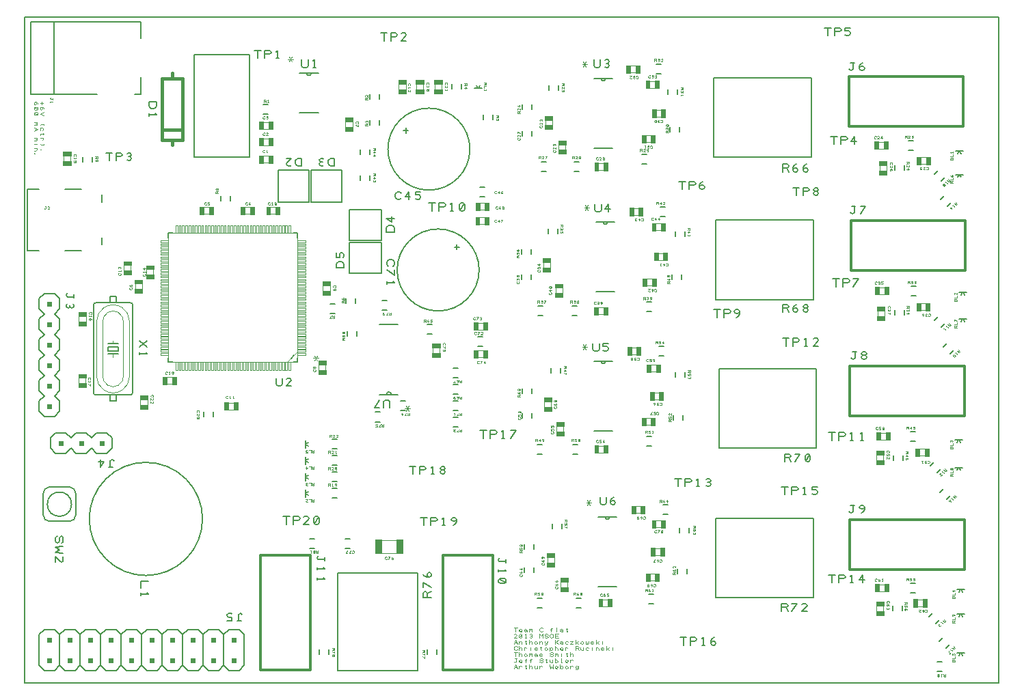
<source format=gbr>
%FSLAX24Y24*%
%MOIN*%
G04 EasyPC Gerber Version 16.0.4 Build 3240 *
%ADD79C,0.00100*%
%ADD83C,0.00128*%
%ADD85C,0.00200*%
%ADD81C,0.00300*%
%ADD82C,0.00400*%
%ADD78C,0.00500*%
%ADD80C,0.00600*%
%ADD84C,0.00800*%
%ADD87C,0.01200*%
%ADD86C,0.01600*%
X0Y0D02*
D02*
D78*
X1630Y283D02*
X49130D01*
Y32783*
X1630*
Y283*
X2528Y9544D02*
Y8461D01*
G75*
G03X2824Y8166I295*
G01*
X3808*
G75*
G03X4103Y8461J295*
G01*
Y9544*
G75*
G03X3808Y9839I-295*
G01*
X2824*
G75*
G03X2528Y9544J-295*
G01*
X3218Y7433D02*
X3155Y7402D01*
X3124Y7340*
Y7215*
X3155Y7152*
X3218Y7121*
X3280Y7152*
X3311Y7215*
Y7340*
X3343Y7402*
X3405Y7433*
X3468Y7402*
X3499Y7340*
Y7215*
X3468Y7152*
X3405Y7121*
X3499Y6933D02*
X3124Y6902D01*
X3311Y6777*
X3124Y6652*
X3499Y6621*
X3124Y6183D02*
Y6433D01*
X3343Y6215*
X3405Y6183*
X3468Y6215*
X3499Y6277*
Y6371*
X3468Y6433*
X3706Y19313D02*
X3675Y19282D01*
X3644Y19220*
X3675Y19157*
X3706Y19126*
X4019*
Y19063*
Y19126D02*
Y19251D01*
X3675Y18782D02*
X3644Y18720D01*
Y18657*
X3675Y18595*
X3738Y18563*
X3800Y18595*
X3831Y18657*
Y18720*
Y18657D02*
X3863Y18595D01*
X3925Y18563*
X3988Y18595*
X4019Y18657*
Y18720*
X3988Y18782*
X3904Y9002D02*
G75*
G03X2723I-591D01*
G01*
G75*
G03X3904I591*
G01*
X5578Y6331D02*
G75*
G03X9482Y10235I1952J1952D01*
G01*
G75*
G03X5578Y6331I-1952J-1952*
G01*
X5736Y25777D02*
Y26152D01*
X5580D02*
X5893D01*
X6080Y25777D02*
Y26152D01*
X6299*
X6361Y26121*
X6393Y26058*
X6361Y25996*
X6299Y25965*
X6080*
X6611Y25808D02*
X6674Y25777D01*
X6736*
X6799Y25808*
X6830Y25871*
X6799Y25933*
X6736Y25965*
X6674*
X6736D02*
X6799Y25996D01*
X6830Y26058*
X6799Y26121*
X6736Y26152*
X6674*
X6611Y26121*
X5980Y11127D02*
X5949Y11158D01*
X5886Y11190*
X5824Y11158*
X5792Y11127*
Y10815*
X5730*
X5792D02*
X5917D01*
X5324Y11190D02*
Y10815D01*
X5480Y11065*
X5230*
X7224Y16983D02*
X7599Y16671D01*
Y16983D02*
X7224Y16671D01*
Y16421D02*
Y16296D01*
Y16358D02*
X7599D01*
X7536Y16421*
X7649Y5233D02*
X7274D01*
Y4921*
Y4671D02*
Y4546D01*
Y4608D02*
X7649D01*
X7586Y4671*
X7674Y28633D02*
X8049D01*
Y28446*
X8018Y28383*
X7986Y28352*
X7924Y28321*
X7799*
X7736Y28352*
X7705Y28383*
X7674Y28446*
Y28633*
Y28071D02*
Y27946D01*
Y28008D02*
X8049D01*
X7986Y28071*
X9880Y25933D02*
X12580D01*
Y30933*
X9880*
Y25933*
X12230Y3627D02*
X12199Y3658D01*
X12136Y3690*
X12074Y3658*
X12042Y3627*
Y3315*
X11980*
X12042D02*
X12167D01*
X11730Y3658D02*
X11667Y3690D01*
X11574*
X11511Y3658*
X11480Y3596*
Y3565*
X11511Y3502*
X11574Y3471*
X11730*
Y3315*
X11480*
X12986Y30777D02*
Y31152D01*
X12830D02*
X13143D01*
X13330Y30777D02*
Y31152D01*
X13549*
X13611Y31121*
X13643Y31058*
X13611Y30996*
X13549Y30965*
X13330*
X13893Y30777D02*
X14018D01*
X13955D02*
Y31152D01*
X13893Y31090*
X13880Y15152D02*
Y14871D01*
X13911Y14808*
X13974Y14777*
X14099*
X14161Y14808*
X14193Y14871*
Y15152*
X14630Y14777D02*
X14380D01*
X14599Y14996*
X14630Y15058*
X14599Y15121*
X14536Y15152*
X14443*
X14380Y15121*
X14386Y8027D02*
Y8402D01*
X14230D02*
X14543D01*
X14730Y8027D02*
Y8402D01*
X14949*
X15011Y8371*
X15043Y8308*
X15011Y8246*
X14949Y8215*
X14730*
X15480Y8027D02*
X15230D01*
X15449Y8246*
X15480Y8308*
X15449Y8371*
X15386Y8402*
X15293*
X15230Y8371*
X15761Y8058D02*
X15824Y8027D01*
X15886*
X15949Y8058*
X15980Y8121*
Y8308*
X15949Y8371*
X15886Y8402*
X15824*
X15761Y8371*
X15730Y8308*
Y8121*
X15761Y8058*
X15949Y8371*
X15130Y25890D02*
Y25515D01*
X14942*
X14880Y25546*
X14849Y25577*
X14817Y25640*
Y25765*
X14849Y25827*
X14880Y25858*
X14942Y25890*
X15130*
X14380D02*
X14630D01*
X14411Y25671*
X14380Y25608*
X14411Y25546*
X14474Y25515*
X14567*
X14630Y25546*
X15130Y30702D02*
Y30421D01*
X15161Y30358*
X15224Y30327*
X15349*
X15411Y30358*
X15443Y30421*
Y30702*
X15693Y30327D02*
X15818D01*
X15755D02*
Y30702D01*
X15693Y30640*
X15488Y23746D02*
X13972D01*
Y25321*
X15488*
Y23746*
X15936Y6483D02*
X15905Y6452D01*
X15874Y6390*
X15905Y6327*
X15936Y6296*
X16249*
Y6233*
Y6296D02*
Y6421D01*
X15874Y5921D02*
Y5796D01*
Y5858D02*
X16249D01*
X16186Y5921*
X15874Y5421D02*
Y5296D01*
Y5358D02*
X16249D01*
X16186Y5421*
X16730Y25890D02*
Y25515D01*
X16542*
X16480Y25546*
X16449Y25577*
X16417Y25640*
Y25765*
X16449Y25827*
X16480Y25858*
X16542Y25890*
X16730*
X16199Y25858D02*
X16136Y25890D01*
X16074*
X16011Y25858*
X15980Y25796*
X16011Y25733*
X16074Y25702*
X16136*
X16074D02*
X16011Y25671D01*
X15980Y25608*
X16011Y25546*
X16074Y25515*
X16136*
X16199Y25546*
X17088Y23746D02*
X15572D01*
Y25321*
X17088*
Y23746*
X17186Y20533D02*
X16811D01*
Y20721*
X16842Y20783*
X16874Y20815*
X16936Y20846*
X17061*
X17124Y20815*
X17155Y20783*
X17186Y20721*
Y20533*
X17155Y21033D02*
X17186Y21096D01*
Y21190*
X17155Y21252*
X17092Y21283*
X17061*
X16999Y21252*
X16967Y21190*
Y21033*
X16811*
Y21283*
X17443Y20275D02*
Y21791D01*
X19017*
Y20275*
X17443*
Y21875D02*
Y23391D01*
X19017*
Y21875*
X17443*
X19136Y31627D02*
Y32002D01*
X18980D02*
X19293D01*
X19480Y31627D02*
Y32002D01*
X19699*
X19761Y31971*
X19793Y31908*
X19761Y31846*
X19699Y31815*
X19480*
X20230Y31627D02*
X19980D01*
X20199Y31846*
X20230Y31908*
X20199Y31971*
X20136Y32002*
X20043*
X19980Y31971*
X19336Y20621D02*
X19305Y20652D01*
X19274Y20715*
Y20808*
X19305Y20871*
X19336Y20902*
X19399Y20933*
X19524*
X19586Y20902*
X19618Y20871*
X19649Y20808*
Y20715*
X19618Y20652*
X19586Y20621*
X19274Y20433D02*
X19649Y20183D01*
Y20433*
X19274Y19871D02*
Y19746D01*
Y19808D02*
X19649D01*
X19586Y19871*
X19330Y26333D02*
G75*
G02X21330Y28333I2000D01*
G01*
G75*
G02X23330Y26333J-2000*
G01*
G75*
G02X21330Y24333I-2000*
G01*
G75*
G02X19330Y26333J2000*
G01*
X19430Y13715D02*
Y13996D01*
X19399Y14058*
X19336Y14090*
X19211*
X19149Y14058*
X19117Y13996*
Y13715*
X18930Y14090D02*
X18680Y13715D01*
X18930*
X19993Y23940D02*
X19961Y23908D01*
X19899Y23877*
X19805*
X19743Y23908*
X19711Y23940*
X19680Y24002*
Y24127*
X19711Y24190*
X19743Y24221*
X19805Y24252*
X19899*
X19961Y24221*
X19993Y24190*
X20336Y23877D02*
Y24252D01*
X20180Y24002*
X20430*
X20680Y23908D02*
X20743Y23877D01*
X20836*
X20899Y23908*
X20930Y23971*
Y24002*
X20899Y24065*
X20836Y24096*
X20680*
Y24252*
X20930*
X19636Y22283D02*
X19261D01*
Y22471*
X19292Y22533*
X19324Y22565*
X19386Y22596*
X19511*
X19574Y22565*
X19605Y22533*
X19636Y22471*
Y22283*
Y22940D02*
X19261D01*
X19511Y22783*
Y23033*
X20080Y27252D02*
X20330D01*
X20205Y27127D02*
Y27377D01*
X20536Y10477D02*
Y10852D01*
X20380D02*
X20693D01*
X20880Y10477D02*
Y10852D01*
X21099*
X21161Y10821*
X21193Y10758*
X21161Y10696*
X21099Y10665*
X20880*
X21443Y10477D02*
X21568D01*
X21505D02*
Y10852D01*
X21443Y10790*
X21974Y10665D02*
X22036D01*
X22099Y10696*
X22130Y10758*
X22099Y10821*
X22036Y10852*
X21974*
X21911Y10821*
X21880Y10758*
X21911Y10696*
X21974Y10665*
X21911Y10633*
X21880Y10571*
X21911Y10508*
X21974Y10477*
X22036*
X22099Y10508*
X22130Y10571*
X22099Y10633*
X22036Y10665*
X21086Y7977D02*
Y8352D01*
X20930D02*
X21243D01*
X21430Y7977D02*
Y8352D01*
X21649*
X21711Y8321*
X21743Y8258*
X21711Y8196*
X21649Y8165*
X21430*
X21993Y7977D02*
X22118D01*
X22055D02*
Y8352D01*
X21993Y8290*
X22524Y7977D02*
X22586Y8008D01*
X22649Y8071*
X22680Y8165*
Y8258*
X22649Y8321*
X22586Y8352*
X22524*
X22461Y8321*
X22430Y8258*
X22461Y8196*
X22524Y8165*
X22586*
X22649Y8196*
X22680Y8258*
X21486Y23327D02*
Y23702D01*
X21330D02*
X21643D01*
X21830Y23327D02*
Y23702D01*
X22049*
X22111Y23671*
X22143Y23608*
X22111Y23546*
X22049Y23515*
X21830*
X22393Y23327D02*
X22518D01*
X22455D02*
Y23702D01*
X22393Y23640*
X22861Y23358D02*
X22924Y23327D01*
X22986*
X23049Y23358*
X23080Y23421*
Y23608*
X23049Y23671*
X22986Y23702*
X22924*
X22861Y23671*
X22830Y23608*
Y23421*
X22861Y23358*
X23049Y23671*
X21436Y4433D02*
X21061D01*
Y4652*
X21092Y4715*
X21155Y4746*
X21217Y4715*
X21249Y4652*
Y4433*
Y4652D02*
X21436Y4746D01*
Y4933D02*
X21061Y5183D01*
Y4933*
X21342Y5433D02*
X21280Y5465D01*
X21249Y5527*
Y5590*
X21280Y5652*
X21342Y5683*
X21405Y5652*
X21436Y5590*
Y5527*
X21405Y5465*
X21342Y5433*
X21249*
X21155Y5465*
X21092Y5527*
X21061Y5590*
X21780Y22433D02*
G75*
G02X23780Y20433J-2000D01*
G01*
G75*
G02X21780Y18433I-2000*
G01*
G75*
G02X19780Y20433J2000*
G01*
G75*
G02X21780Y22433I2000*
G01*
X22699Y21683D02*
Y21433D01*
X22574Y21558D02*
X22824D01*
X23986Y12227D02*
Y12602D01*
X23830D02*
X24143D01*
X24330Y12227D02*
Y12602D01*
X24549*
X24611Y12571*
X24643Y12508*
X24611Y12446*
X24549Y12415*
X24330*
X24893Y12227D02*
X25018D01*
X24955D02*
Y12602D01*
X24893Y12540*
X25330Y12227D02*
X25580Y12602D01*
X25330*
X24786Y6383D02*
X24755Y6352D01*
X24724Y6290*
X24755Y6227*
X24786Y6196*
X25099*
Y6133*
Y6196D02*
Y6321D01*
X24724Y5821D02*
Y5696D01*
Y5758D02*
X25099D01*
X25036Y5821*
X24755Y5352D02*
X24724Y5290D01*
Y5227*
X24755Y5165*
X24818Y5133*
X25005*
X25068Y5165*
X25099Y5227*
Y5290*
X25068Y5352*
X25005Y5383*
X24818*
X24755Y5352*
X25068Y5165*
X29330Y16852D02*
Y16571D01*
X29361Y16508*
X29424Y16477*
X29549*
X29611Y16508*
X29643Y16571*
Y16852*
X29830Y16508D02*
X29893Y16477D01*
X29986*
X30049Y16508*
X30080Y16571*
Y16602*
X30049Y16665*
X29986Y16696*
X29830*
Y16852*
X30080*
X29380Y30702D02*
Y30421D01*
X29411Y30358*
X29474Y30327*
X29599*
X29661Y30358*
X29693Y30421*
Y30702*
X29911Y30358D02*
X29974Y30327D01*
X30036*
X30099Y30358*
X30130Y30421*
X30099Y30483*
X30036Y30515*
X29974*
X30036D02*
X30099Y30546D01*
X30130Y30608*
X30099Y30671*
X30036Y30702*
X29974*
X29911Y30671*
X29430Y23652D02*
Y23371D01*
X29461Y23308*
X29524Y23277*
X29649*
X29711Y23308*
X29743Y23371*
Y23652*
X30086Y23277D02*
Y23652D01*
X29930Y23402*
X30180*
X29680Y9352D02*
Y9071D01*
X29711Y9008*
X29774Y8977*
X29899*
X29961Y9008*
X29993Y9071*
Y9352*
X30180Y9071D02*
X30211Y9133D01*
X30274Y9165*
X30336*
X30399Y9133*
X30430Y9071*
X30399Y9008*
X30336Y8977*
X30274*
X30211Y9008*
X30180Y9071*
Y9165*
X30211Y9258*
X30274Y9321*
X30336Y9352*
X33486Y9877D02*
Y10252D01*
X33330D02*
X33643D01*
X33830Y9877D02*
Y10252D01*
X34049*
X34111Y10221*
X34143Y10158*
X34111Y10096*
X34049Y10065*
X33830*
X34393Y9877D02*
X34518D01*
X34455D02*
Y10252D01*
X34393Y10190*
X34861Y9908D02*
X34924Y9877D01*
X34986*
X35049Y9908*
X35080Y9971*
X35049Y10033*
X34986Y10065*
X34924*
X34986D02*
X35049Y10096D01*
X35080Y10158*
X35049Y10221*
X34986Y10252*
X34924*
X34861Y10221*
X33686Y24377D02*
Y24752D01*
X33530D02*
X33843D01*
X34030Y24377D02*
Y24752D01*
X34249*
X34311Y24721*
X34343Y24658*
X34311Y24596*
X34249Y24565*
X34030*
X34530Y24471D02*
X34561Y24533D01*
X34624Y24565*
X34686*
X34749Y24533*
X34780Y24471*
X34749Y24408*
X34686Y24377*
X34624*
X34561Y24408*
X34530Y24471*
Y24565*
X34561Y24658*
X34624Y24721*
X34686Y24752*
X33736Y2127D02*
Y2502D01*
X33580D02*
X33893D01*
X34080Y2127D02*
Y2502D01*
X34299*
X34361Y2471*
X34393Y2408*
X34361Y2346*
X34299Y2315*
X34080*
X34643Y2127D02*
X34768D01*
X34705D02*
Y2502D01*
X34643Y2440*
X35080Y2221D02*
X35111Y2283D01*
X35174Y2315*
X35236*
X35299Y2283*
X35330Y2221*
X35299Y2158*
X35236Y2127*
X35174*
X35111Y2158*
X35080Y2221*
Y2315*
X35111Y2408*
X35174Y2471*
X35236Y2502*
X35386Y18127D02*
Y18502D01*
X35230D02*
X35543D01*
X35730Y18127D02*
Y18502D01*
X35949*
X36011Y18471*
X36043Y18408*
X36011Y18346*
X35949Y18315*
X35730*
X36324Y18127D02*
X36386Y18158D01*
X36449Y18221*
X36480Y18315*
Y18408*
X36449Y18471*
X36386Y18502*
X36324*
X36261Y18471*
X36230Y18408*
X36261Y18346*
X36324Y18315*
X36386*
X36449Y18346*
X36480Y18408*
X38530Y3777D02*
Y4152D01*
X38749*
X38811Y4121*
X38843Y4058*
X38811Y3996*
X38749Y3965*
X38530*
X38749D02*
X38843Y3777D01*
X39030D02*
X39280Y4152D01*
X39030*
X39780Y3777D02*
X39530D01*
X39749Y3996*
X39780Y4058*
X39749Y4121*
X39686Y4152*
X39593*
X39530Y4121*
X38686Y9477D02*
Y9852D01*
X38530D02*
X38843D01*
X39030Y9477D02*
Y9852D01*
X39249*
X39311Y9821*
X39343Y9758*
X39311Y9696*
X39249Y9665*
X39030*
X39593Y9477D02*
X39718D01*
X39655D02*
Y9852D01*
X39593Y9790*
X40030Y9508D02*
X40093Y9477D01*
X40186*
X40249Y9508*
X40280Y9571*
Y9602*
X40249Y9665*
X40186Y9696*
X40030*
Y9852*
X40280*
X38736Y16727D02*
Y17102D01*
X38580D02*
X38893D01*
X39080Y16727D02*
Y17102D01*
X39299*
X39361Y17071*
X39393Y17008*
X39361Y16946*
X39299Y16915*
X39080*
X39643Y16727D02*
X39768D01*
X39705D02*
Y17102D01*
X39643Y17040*
X40330Y16727D02*
X40080D01*
X40299Y16946*
X40330Y17008*
X40299Y17071*
X40236Y17102*
X40143*
X40080Y17071*
X38580Y18377D02*
Y18752D01*
X38799*
X38861Y18721*
X38893Y18658*
X38861Y18596*
X38799Y18565*
X38580*
X38799D02*
X38893Y18377D01*
X39080Y18471D02*
X39111Y18533D01*
X39174Y18565*
X39236*
X39299Y18533*
X39330Y18471*
X39299Y18408*
X39236Y18377*
X39174*
X39111Y18408*
X39080Y18471*
Y18565*
X39111Y18658*
X39174Y18721*
X39236Y18752*
X39674Y18565D02*
X39736D01*
X39799Y18596*
X39830Y18658*
X39799Y18721*
X39736Y18752*
X39674*
X39611Y18721*
X39580Y18658*
X39611Y18596*
X39674Y18565*
X39611Y18533*
X39580Y18471*
X39611Y18408*
X39674Y18377*
X39736*
X39799Y18408*
X39830Y18471*
X39799Y18533*
X39736Y18565*
X38580Y25227D02*
Y25602D01*
X38799*
X38861Y25571*
X38893Y25508*
X38861Y25446*
X38799Y25415*
X38580*
X38799D02*
X38893Y25227D01*
X39080Y25321D02*
X39111Y25383D01*
X39174Y25415*
X39236*
X39299Y25383*
X39330Y25321*
X39299Y25258*
X39236Y25227*
X39174*
X39111Y25258*
X39080Y25321*
Y25415*
X39111Y25508*
X39174Y25571*
X39236Y25602*
X39580Y25321D02*
X39611Y25383D01*
X39674Y25415*
X39736*
X39799Y25383*
X39830Y25321*
X39799Y25258*
X39736Y25227*
X39674*
X39611Y25258*
X39580Y25321*
Y25415*
X39611Y25508*
X39674Y25571*
X39736Y25602*
X38680Y11077D02*
Y11452D01*
X38899*
X38961Y11421*
X38993Y11358*
X38961Y11296*
X38899Y11265*
X38680*
X38899D02*
X38993Y11077D01*
X39180D02*
X39430Y11452D01*
X39180*
X39711Y11108D02*
X39774Y11077D01*
X39836*
X39899Y11108*
X39930Y11171*
Y11358*
X39899Y11421*
X39836Y11452*
X39774*
X39711Y11421*
X39680Y11358*
Y11171*
X39711Y11108*
X39899Y11421*
X39236Y24077D02*
Y24452D01*
X39080D02*
X39393D01*
X39580Y24077D02*
Y24452D01*
X39799*
X39861Y24421*
X39893Y24358*
X39861Y24296*
X39799Y24265*
X39580*
X40174D02*
X40236D01*
X40299Y24296*
X40330Y24358*
X40299Y24421*
X40236Y24452*
X40174*
X40111Y24421*
X40080Y24358*
X40111Y24296*
X40174Y24265*
X40111Y24233*
X40080Y24171*
X40111Y24108*
X40174Y24077*
X40236*
X40299Y24108*
X40330Y24171*
X40299Y24233*
X40236Y24265*
X40786Y31877D02*
Y32252D01*
X40630D02*
X40943D01*
X41130Y31877D02*
Y32252D01*
X41349*
X41411Y32221*
X41443Y32158*
X41411Y32096*
X41349Y32065*
X41130*
X41630Y31908D02*
X41693Y31877D01*
X41786*
X41849Y31908*
X41880Y31971*
Y32002*
X41849Y32065*
X41786Y32096*
X41630*
Y32252*
X41880*
X40986Y5177D02*
Y5552D01*
X40830D02*
X41143D01*
X41330Y5177D02*
Y5552D01*
X41549*
X41611Y5521*
X41643Y5458*
X41611Y5396*
X41549Y5365*
X41330*
X41893Y5177D02*
X42018D01*
X41955D02*
Y5552D01*
X41893Y5490*
X42486Y5177D02*
Y5552D01*
X42330Y5302*
X42580*
X40986Y12127D02*
Y12502D01*
X40830D02*
X41143D01*
X41330Y12127D02*
Y12502D01*
X41549*
X41611Y12471*
X41643Y12408*
X41611Y12346*
X41549Y12315*
X41330*
X41893Y12127D02*
X42018D01*
X41955D02*
Y12502D01*
X41893Y12440*
X42393Y12127D02*
X42518D01*
X42455D02*
Y12502D01*
X42393Y12440*
X41086Y26577D02*
Y26952D01*
X40930D02*
X41243D01*
X41430Y26577D02*
Y26952D01*
X41649*
X41711Y26921*
X41743Y26858*
X41711Y26796*
X41649Y26765*
X41430*
X42086Y26577D02*
Y26952D01*
X41930Y26702*
X42180*
X41186Y19627D02*
Y20002D01*
X41030D02*
X41343D01*
X41530Y19627D02*
Y20002D01*
X41749*
X41811Y19971*
X41843Y19908*
X41811Y19846*
X41749Y19815*
X41530*
X42030Y19627D02*
X42280Y20002D01*
X42030*
X41830Y8640D02*
X41861Y8608D01*
X41924Y8577*
X41986Y8608*
X42018Y8640*
Y8952*
X42080*
X42018D02*
X41893D01*
X42424Y8577D02*
X42486Y8608D01*
X42549Y8671*
X42580Y8765*
Y8858*
X42549Y8921*
X42486Y8952*
X42424*
X42361Y8921*
X42330Y8858*
X42361Y8796*
X42424Y8765*
X42486*
X42549Y8796*
X42580Y8858*
X41830Y30240D02*
X41861Y30208D01*
X41924Y30177*
X41986Y30208*
X42018Y30240*
Y30552*
X42080*
X42018D02*
X41893D01*
X42330Y30271D02*
X42361Y30333D01*
X42424Y30365*
X42486*
X42549Y30333*
X42580Y30271*
X42549Y30208*
X42486Y30177*
X42424*
X42361Y30208*
X42330Y30271*
Y30365*
X42361Y30458*
X42424Y30521*
X42486Y30552*
X41880Y23240D02*
X41911Y23208D01*
X41974Y23177*
X42036Y23208*
X42068Y23240*
Y23552*
X42130*
X42068D02*
X41943D01*
X42380Y23177D02*
X42630Y23552D01*
X42380*
X41930Y16140D02*
X41961Y16108D01*
X42024Y16077*
X42086Y16108*
X42118Y16140*
Y16452*
X42180*
X42118D02*
X41993D01*
X42524Y16265D02*
X42586D01*
X42649Y16296*
X42680Y16358*
X42649Y16421*
X42586Y16452*
X42524*
X42461Y16421*
X42430Y16358*
X42461Y16296*
X42524Y16265*
X42461Y16233*
X42430Y16171*
X42461Y16108*
X42524Y16077*
X42586*
X42649Y16108*
X42680Y16171*
X42649Y16233*
X42586Y16265*
D02*
D79*
X2439Y28633D02*
Y28508D01*
X2377Y28571D02*
X2502D01*
X2424Y28383D02*
X2455Y28368D01*
X2471Y28336*
Y28305*
X2455Y28274*
X2424Y28258*
X2393Y28274*
X2377Y28305*
Y28336*
X2393Y28368*
X2424Y28383*
X2471*
X2518Y28368*
X2549Y28336*
X2564Y28305*
Y28133D02*
X2377Y28055D01*
X2564Y27977*
X2377Y27524D02*
X2424Y27555D01*
X2533*
X2564Y27524*
X2486Y27258D02*
X2502Y27290D01*
Y27336*
X2486Y27368*
X2455Y27383*
X2424*
X2393Y27368*
X2377Y27336*
Y27290*
X2393Y27258*
X2502Y27102D02*
Y27040D01*
X2533Y27071D02*
X2393D01*
X2377Y27055*
Y27040*
X2393Y27024*
X2377Y26883D02*
X2502D01*
X2455D02*
X2486Y26868D01*
X2502Y26836*
Y26805*
X2486Y26774*
X2377Y26586D02*
X2424Y26555D01*
X2533*
X2564Y26586*
X2377Y26321D02*
X2393Y26305D01*
X2408*
X2124Y28633D02*
X2155Y28618D01*
X2171Y28586*
Y28555*
X2155Y28524*
X2124Y28508*
X2093Y28524*
X2077Y28555*
Y28586*
X2093Y28618*
X2124Y28633*
X2171*
X2218Y28618*
X2249Y28586*
X2264Y28555*
X2093Y28368D02*
X2077Y28336D01*
Y28305*
X2093Y28274*
X2124Y28258*
X2218*
X2249Y28274*
X2264Y28305*
Y28336*
X2249Y28368*
X2218Y28383*
X2124*
X2093Y28368*
X2249Y28274*
X2093Y28118D02*
X2077Y28086D01*
Y28055*
X2093Y28024*
X2124Y28008*
X2218*
X2249Y28024*
X2264Y28055*
Y28086*
X2249Y28118*
X2218Y28133*
X2124*
X2093Y28118*
X2249Y28024*
X2077Y27633D02*
X2202D01*
X2186D02*
X2202Y27618D01*
Y27586*
X2186Y27571*
X2139*
X2186D02*
X2202Y27555D01*
Y27524*
X2186Y27508*
X2077*
Y27383D02*
X2264Y27305D01*
X2077Y27227*
X2155Y27352D02*
Y27258D01*
X2077Y26883D02*
X2202D01*
X2186D02*
X2202Y26868D01*
Y26836*
X2186Y26821*
X2139*
X2186D02*
X2202Y26805D01*
Y26774*
X2186Y26758*
X2077*
Y26571D02*
X2202D01*
X2249D02*
X2077Y26383*
X2202D01*
X2155D02*
X2186Y26368D01*
X2202Y26336*
Y26305*
X2186Y26274*
X2155Y26258*
X2077*
Y26118D02*
X2093Y26102D01*
X2108Y26118*
X2093Y26133*
X2077Y26118*
X2730Y13883D02*
Y13683D01*
X2930*
Y13883*
X2730*
G36*
Y13683*
X2930*
Y13883*
X2730*
G37*
Y14883D02*
Y14683D01*
X2930*
Y14883*
X2730*
G36*
Y14683*
X2930*
Y14883*
X2730*
G37*
Y15883D02*
Y15683D01*
X2930*
Y15883*
X2730*
G36*
Y15683*
X2930*
Y15883*
X2730*
G37*
Y16883D02*
Y16683D01*
X2930*
Y16883*
X2730*
G36*
Y16683*
X2930*
Y16883*
X2730*
G37*
Y17883D02*
Y17683D01*
X2930*
Y17883*
X2730*
G36*
Y17683*
X2930*
Y17883*
X2730*
G37*
Y18883D02*
Y18683D01*
X2930*
Y18883*
X2730*
G36*
Y18683*
X2930*
Y18883*
X2730*
G37*
X2930Y1483D02*
X2730D01*
Y1283*
X2930*
Y1483*
G36*
X2730*
Y1283*
X2930*
Y1483*
G37*
Y2483D02*
X2730D01*
Y2283*
X2930*
Y2483*
G36*
X2730*
Y2283*
X2930*
Y2483*
G37*
X3480Y12083D02*
X3280D01*
Y11883*
X3480*
Y12083*
G36*
X3280*
Y11883*
X3480*
Y12083*
G37*
X3495Y25753D02*
Y25556D01*
X3869*
Y25753*
X3495*
G36*
Y25556*
X3869*
Y25753*
X3495*
G37*
Y26213D02*
Y26016D01*
X3869*
Y26213*
X3495*
G36*
Y26016*
X3869*
Y26213*
X3495*
G37*
X3930Y1483D02*
X3730D01*
Y1283*
X3930*
Y1483*
G36*
X3730*
Y1283*
X3930*
Y1483*
G37*
Y2483D02*
X3730D01*
Y2283*
X3930*
Y2483*
G36*
X3730*
Y2283*
X3930*
Y2483*
G37*
X4245Y17903D02*
Y17706D01*
X4619*
Y17903*
X4245*
G36*
Y17706*
X4619*
Y17903*
X4245*
G37*
Y18363D02*
Y18166D01*
X4619*
Y18363*
X4245*
G36*
Y18166*
X4619*
Y18363*
X4245*
G37*
X4480Y12083D02*
X4280D01*
Y11883*
X4480*
Y12083*
G36*
X4280*
Y11883*
X4480*
Y12083*
G37*
X4615Y14703D02*
Y14900D01*
X4241*
Y14703*
X4615*
G36*
Y14900*
X4241*
Y14703*
X4615*
G37*
Y15163D02*
Y15360D01*
X4241*
Y15163*
X4615*
G36*
Y15360*
X4241*
Y15163*
X4615*
G37*
X4930Y1483D02*
X4730D01*
Y1283*
X4930*
Y1483*
G36*
X4730*
Y1283*
X4930*
Y1483*
G37*
Y2483D02*
X4730D01*
Y2283*
X4930*
Y2483*
G36*
X4730*
Y2283*
X4930*
Y2483*
G37*
X5480Y12083D02*
X5280D01*
Y11883*
X5480*
Y12083*
G36*
X5280*
Y11883*
X5480*
Y12083*
G37*
X5930Y1483D02*
X5730D01*
Y1283*
X5930*
Y1483*
G36*
X5730*
Y1283*
X5930*
Y1483*
G37*
Y2483D02*
X5730D01*
Y2283*
X5930*
Y2483*
G36*
X5730*
Y2283*
X5930*
Y2483*
G37*
X6815Y20203D02*
Y20400D01*
X6441*
Y20203*
X6815*
G36*
Y20400*
X6441*
Y20203*
X6815*
G37*
Y20663D02*
Y20860D01*
X6441*
Y20663*
X6815*
G36*
Y20860*
X6441*
Y20663*
X6815*
G37*
X6930Y1483D02*
X6730D01*
Y1283*
X6930*
Y1483*
G36*
X6730*
Y1283*
X6930*
Y1483*
G37*
Y2483D02*
X6730D01*
Y2283*
X6930*
Y2483*
G36*
X6730*
Y2283*
X6930*
Y2483*
G37*
X7245Y13853D02*
Y13656D01*
X7619*
Y13853*
X7245*
G36*
Y13656*
X7619*
Y13853*
X7245*
G37*
Y14313D02*
Y14116D01*
X7619*
Y14313*
X7245*
G36*
Y14116*
X7619*
Y14313*
X7245*
G37*
X7365Y19303D02*
Y19500D01*
X6991*
Y19303*
X7365*
G36*
Y19500*
X6991*
Y19303*
X7365*
G37*
Y19763D02*
Y19960D01*
X6991*
Y19763*
X7365*
G36*
Y19960*
X6991*
Y19763*
X7365*
G37*
X7915Y20003D02*
Y20200D01*
X7541*
Y20003*
X7915*
G36*
Y20200*
X7541*
Y20003*
X7915*
G37*
Y20463D02*
Y20660D01*
X7541*
Y20463*
X7915*
G36*
Y20660*
X7541*
Y20463*
X7915*
G37*
X7930Y1483D02*
X7730D01*
Y1283*
X7930*
Y1483*
G36*
X7730*
Y1283*
X7930*
Y1483*
G37*
Y2483D02*
X7730D01*
Y2283*
X7930*
Y2483*
G36*
X7730*
Y2283*
X7930*
Y2483*
G37*
X8240Y16283D02*
X8630D01*
Y16373*
X8240*
Y16283*
Y16443D02*
X8630D01*
Y16533*
X8240*
Y16443*
Y16593D02*
X8630D01*
Y16683*
X8240*
Y16593*
Y16753D02*
X8630D01*
Y16843*
X8240*
Y16753*
Y16913D02*
X8630D01*
Y17003*
X8240*
Y16913*
Y17073D02*
X8630D01*
Y17163*
X8240*
Y17073*
Y17223D02*
X8630D01*
Y17313*
X8240*
Y17223*
Y17383D02*
X8630D01*
Y17473*
X8240*
Y17383*
Y17543D02*
X8630D01*
Y17633*
X8240*
Y17543*
Y17703D02*
X8630D01*
Y17793*
X8240*
Y17703*
Y17853D02*
X8630D01*
Y17943*
X8240*
Y17853*
Y18013D02*
X8630D01*
Y18103*
X8240*
Y18013*
Y18173D02*
X8630D01*
Y18263*
X8240*
Y18173*
Y18333D02*
X8630D01*
Y18423*
X8240*
Y18333*
Y18483D02*
X8630D01*
Y18573*
X8240*
Y18483*
Y18643D02*
X8630D01*
Y18733*
X8240*
Y18643*
Y18803D02*
X8630D01*
Y18893*
X8240*
Y18803*
Y18963D02*
X8630D01*
Y19053*
X8240*
Y18963*
Y19113D02*
X8630D01*
Y19203*
X8240*
Y19113*
Y19273D02*
X8630D01*
Y19363*
X8240*
Y19273*
Y19433D02*
X8630D01*
Y19523*
X8240*
Y19433*
Y19593D02*
X8630D01*
Y19683*
X8240*
Y19593*
Y19743D02*
X8630D01*
Y19833*
X8240*
Y19743*
Y19903D02*
X8630D01*
Y19993*
X8240*
Y19903*
Y20063D02*
X8630D01*
Y20153*
X8240*
Y20063*
Y20223D02*
X8630D01*
Y20313*
X8240*
Y20223*
Y20373D02*
X8630D01*
Y20463*
X8240*
Y20373*
Y20533D02*
X8630D01*
Y20623*
X8240*
Y20533*
Y20693D02*
X8630D01*
Y20783*
X8240*
Y20693*
Y20853D02*
X8630D01*
Y20943*
X8240*
Y20853*
Y21003D02*
X8630D01*
Y21093*
X8240*
Y21003*
Y21163D02*
X8630D01*
Y21253*
X8240*
Y21163*
Y21323D02*
X8630D01*
Y21413*
X8240*
Y21323*
Y21483D02*
X8630D01*
Y21573*
X8240*
Y21483*
Y21633D02*
X8630D01*
Y21723*
X8240*
Y21633*
Y21793D02*
X8630D01*
Y21883*
X8240*
Y21793*
X8350Y14848D02*
X8547D01*
Y15222*
X8350*
Y14848*
G36*
X8547*
Y15222*
X8350*
Y14848*
G37*
X8810D02*
X9007D01*
Y15222*
X8810*
Y14848*
G36*
X9007*
Y15222*
X8810*
Y14848*
G37*
X8930Y1483D02*
X8730D01*
Y1283*
X8930*
Y1483*
G36*
X8730*
Y1283*
X8930*
Y1483*
G37*
Y2483D02*
X8730D01*
Y2283*
X8930*
Y2483*
G36*
X8730*
Y2283*
X8930*
Y2483*
G37*
X8980Y22623D02*
Y22233D01*
X9070*
Y22623*
X8980*
X9070Y15543D02*
Y15933D01*
X8980*
Y15543*
X9070*
X9140Y22623D02*
Y22233D01*
X9230*
Y22623*
X9140*
X9230Y15543D02*
Y15933D01*
X9140*
Y15543*
X9230*
X9290Y22623D02*
Y22233D01*
X9380*
Y22623*
X9290*
X9380Y15543D02*
Y15933D01*
X9290*
Y15543*
X9380*
X9450Y22623D02*
Y22233D01*
X9540*
Y22623*
X9450*
X9540Y15543D02*
Y15933D01*
X9450*
Y15543*
X9540*
X9610Y22623D02*
Y22233D01*
X9700*
Y22623*
X9610*
X9700Y15543D02*
Y15933D01*
X9610*
Y15543*
X9700*
X9770Y22623D02*
Y22233D01*
X9860*
Y22623*
X9770*
X9860Y15543D02*
Y15933D01*
X9770*
Y15543*
X9860*
X9920Y22623D02*
Y22233D01*
X10010*
Y22623*
X9920*
X9930Y1483D02*
X9730D01*
Y1283*
X9930*
Y1483*
G36*
X9730*
Y1283*
X9930*
Y1483*
G37*
Y2483D02*
X9730D01*
Y2283*
X9930*
Y2483*
G36*
X9730*
Y2283*
X9930*
Y2483*
G37*
X10010Y15543D02*
Y15933D01*
X9920*
Y15543*
X10010*
X10080Y22623D02*
Y22233D01*
X10170*
Y22623*
X10080*
X10150Y23148D02*
X10347D01*
Y23522*
X10150*
Y23148*
G36*
X10347*
Y23522*
X10150*
Y23148*
G37*
X10170Y15543D02*
Y15933D01*
X10080*
Y15543*
X10170*
X10240Y22623D02*
Y22233D01*
X10330*
Y22623*
X10240*
X10330Y15543D02*
Y15933D01*
X10240*
Y15543*
X10330*
X10400Y22623D02*
Y22233D01*
X10490*
Y22623*
X10400*
X10490Y15543D02*
Y15933D01*
X10400*
Y15543*
X10490*
X10550Y22623D02*
Y22233D01*
X10640*
Y22623*
X10550*
X10610Y23148D02*
X10807D01*
Y23522*
X10610*
Y23148*
G36*
X10807*
Y23522*
X10610*
Y23148*
G37*
X10640Y15543D02*
Y15933D01*
X10550*
Y15543*
X10640*
X10710Y22623D02*
Y22233D01*
X10800*
Y22623*
X10710*
X10800Y15543D02*
Y15933D01*
X10710*
Y15543*
X10800*
X10870Y22623D02*
Y22233D01*
X10960*
Y22623*
X10870*
X10930Y1483D02*
X10730D01*
Y1283*
X10930*
Y1483*
G36*
X10730*
Y1283*
X10930*
Y1483*
G37*
Y2483D02*
X10730D01*
Y2283*
X10930*
Y2483*
G36*
X10730*
Y2283*
X10930*
Y2483*
G37*
X10960Y15543D02*
Y15933D01*
X10870*
Y15543*
X10960*
X11030Y22623D02*
Y22233D01*
X11120*
Y22623*
X11030*
X11120Y15543D02*
Y15933D01*
X11030*
Y15543*
X11120*
X11180Y22623D02*
Y22233D01*
X11270*
Y22623*
X11180*
X11270Y15543D02*
Y15933D01*
X11180*
Y15543*
X11270*
X11340Y22623D02*
Y22233D01*
X11430*
Y22623*
X11340*
X11350Y13598D02*
X11547D01*
Y13972*
X11350*
Y13598*
G36*
X11547*
Y13972*
X11350*
Y13598*
G37*
X11430Y15543D02*
Y15933D01*
X11340*
Y15543*
X11430*
X11500Y22623D02*
Y22233D01*
X11590*
Y22623*
X11500*
X11590Y15543D02*
Y15933D01*
X11500*
Y15543*
X11590*
X11660Y22623D02*
Y22233D01*
X11750*
Y22623*
X11660*
X11750Y15543D02*
Y15933D01*
X11660*
Y15543*
X11750*
X11810Y13598D02*
X12007D01*
Y13972*
X11810*
Y13598*
G36*
X12007*
Y13972*
X11810*
Y13598*
G37*
Y22623D02*
Y22233D01*
X11900*
Y22623*
X11810*
X11900Y15543D02*
Y15933D01*
X11810*
Y15543*
X11900*
X11930Y1483D02*
X11730D01*
Y1283*
X11930*
Y1483*
G36*
X11730*
Y1283*
X11930*
Y1483*
G37*
Y2483D02*
X11730D01*
Y2283*
X11930*
Y2483*
G36*
X11730*
Y2283*
X11930*
Y2483*
G37*
X11970Y22623D02*
Y22233D01*
X12060*
Y22623*
X11970*
X12060Y15543D02*
Y15933D01*
X11970*
Y15543*
X12060*
X12130Y22623D02*
Y22233D01*
X12220*
Y22623*
X12130*
X12150Y23148D02*
X12347D01*
Y23522*
X12150*
Y23148*
G36*
X12347*
Y23522*
X12150*
Y23148*
G37*
X12220Y15543D02*
Y15933D01*
X12130*
Y15543*
X12220*
X12290Y22623D02*
Y22233D01*
X12380*
Y22623*
X12290*
X12380Y15543D02*
Y15933D01*
X12290*
Y15543*
X12380*
X12440Y22623D02*
Y22233D01*
X12530*
Y22623*
X12440*
X12530Y15543D02*
Y15933D01*
X12440*
Y15543*
X12530*
X12600Y22623D02*
Y22233D01*
X12690*
Y22623*
X12600*
X12610Y23148D02*
X12807D01*
Y23522*
X12610*
Y23148*
G36*
X12807*
Y23522*
X12610*
Y23148*
G37*
X12690Y15543D02*
Y15933D01*
X12600*
Y15543*
X12690*
X12760Y22623D02*
Y22233D01*
X12850*
Y22623*
X12760*
X12850Y15543D02*
Y15933D01*
X12760*
Y15543*
X12850*
X12920Y22623D02*
Y22233D01*
X13010*
Y22623*
X12920*
X13010Y15543D02*
Y15933D01*
X12920*
Y15543*
X13010*
X13050Y25648D02*
X13247D01*
Y26022*
X13050*
Y25648*
G36*
X13247*
Y26022*
X13050*
Y25648*
G37*
Y26498D02*
X13247D01*
Y26872*
X13050*
Y26498*
G36*
X13247*
Y26872*
X13050*
Y26498*
G37*
Y27298D02*
X13247D01*
Y27672*
X13050*
Y27298*
G36*
X13247*
Y27672*
X13050*
Y27298*
G37*
X13070Y22623D02*
Y22233D01*
X13160*
Y22623*
X13070*
X13160Y15543D02*
Y15933D01*
X13070*
Y15543*
X13160*
X13230Y22623D02*
Y22233D01*
X13320*
Y22623*
X13230*
X13320Y15543D02*
Y15933D01*
X13230*
Y15543*
X13320*
X13390Y22623D02*
Y22233D01*
X13480*
Y22623*
X13390*
X13400Y23148D02*
X13597D01*
Y23522*
X13400*
Y23148*
G36*
X13597*
Y23522*
X13400*
Y23148*
G37*
X13480Y15543D02*
Y15933D01*
X13390*
Y15543*
X13480*
X13510Y25648D02*
X13707D01*
Y26022*
X13510*
Y25648*
G36*
X13707*
Y26022*
X13510*
Y25648*
G37*
Y26498D02*
X13707D01*
Y26872*
X13510*
Y26498*
G36*
X13707*
Y26872*
X13510*
Y26498*
G37*
Y27298D02*
X13707D01*
Y27672*
X13510*
Y27298*
G36*
X13707*
Y27672*
X13510*
Y27298*
G37*
X13550Y22623D02*
Y22233D01*
X13640*
Y22623*
X13550*
X13640Y15543D02*
Y15933D01*
X13550*
Y15543*
X13640*
X13700Y22623D02*
Y22233D01*
X13790*
Y22623*
X13700*
X13790Y15543D02*
Y15933D01*
X13700*
Y15543*
X13790*
X13860Y22623D02*
Y22233D01*
X13950*
Y22623*
X13860*
Y23148D02*
X14057D01*
Y23522*
X13860*
Y23148*
G36*
X14057*
Y23522*
X13860*
Y23148*
G37*
X13950Y15543D02*
Y15933D01*
X13860*
Y15543*
X13950*
X14020Y22623D02*
Y22233D01*
X14110*
Y22623*
X14020*
X14110Y15543D02*
Y15933D01*
X14020*
Y15543*
X14110*
X14180Y22623D02*
Y22233D01*
X14270*
Y22623*
X14180*
X14270Y15543D02*
Y15933D01*
X14180*
Y15543*
X14270*
X14330Y22623D02*
Y22233D01*
X14420*
Y22623*
X14330*
X14420Y15543D02*
Y15933D01*
X14330*
Y15543*
X14420*
X14490Y22623D02*
Y22233D01*
X14580*
Y22623*
X14490*
X14580Y15543D02*
Y15933D01*
X14490*
Y15543*
X14580*
X14930Y15933D02*
Y22233D01*
X8630*
Y15933*
X14930*
Y16433D02*
X14430Y15933D01*
X15320Y16373D02*
X14930D01*
Y16283*
X15320*
Y16373*
Y16533D02*
X14930D01*
Y16443*
X15320*
Y16533*
Y16683D02*
X14930D01*
Y16593*
X15320*
Y16683*
Y16843D02*
X14930D01*
Y16753*
X15320*
Y16843*
Y17003D02*
X14930D01*
Y16913*
X15320*
Y17003*
Y17163D02*
X14930D01*
Y17073*
X15320*
Y17163*
Y17313D02*
X14930D01*
Y17223*
X15320*
Y17313*
Y17473D02*
X14930D01*
Y17383*
X15320*
Y17473*
Y17633D02*
X14930D01*
Y17543*
X15320*
Y17633*
Y17793D02*
X14930D01*
Y17703*
X15320*
Y17793*
Y17943D02*
X14930D01*
Y17853*
X15320*
Y17943*
Y18103D02*
X14930D01*
Y18013*
X15320*
Y18103*
Y18263D02*
X14930D01*
Y18173*
X15320*
Y18263*
Y18423D02*
X14930D01*
Y18333*
X15320*
Y18423*
Y18573D02*
X14930D01*
Y18483*
X15320*
Y18573*
Y18733D02*
X14930D01*
Y18643*
X15320*
Y18733*
Y18893D02*
X14930D01*
Y18803*
X15320*
Y18893*
Y19053D02*
X14930D01*
Y18963*
X15320*
Y19053*
Y19203D02*
X14930D01*
Y19113*
X15320*
Y19203*
Y19363D02*
X14930D01*
Y19273*
X15320*
Y19363*
Y19523D02*
X14930D01*
Y19433*
X15320*
Y19523*
Y19683D02*
X14930D01*
Y19593*
X15320*
Y19683*
Y19833D02*
X14930D01*
Y19743*
X15320*
Y19833*
Y19993D02*
X14930D01*
Y19903*
X15320*
Y19993*
Y20153D02*
X14930D01*
Y20063*
X15320*
Y20153*
Y20313D02*
X14930D01*
Y20223*
X15320*
Y20313*
Y20463D02*
X14930D01*
Y20373*
X15320*
Y20463*
Y20623D02*
X14930D01*
Y20533*
X15320*
Y20623*
Y20783D02*
X14930D01*
Y20693*
X15320*
Y20783*
Y20943D02*
X14930D01*
Y20853*
X15320*
Y20943*
Y21093D02*
X14930D01*
Y21003*
X15320*
Y21093*
Y21253D02*
X14930D01*
Y21163*
X15320*
Y21253*
Y21413D02*
X14930D01*
Y21323*
X15320*
Y21413*
Y21573D02*
X14930D01*
Y21483*
X15320*
Y21573*
Y21723D02*
X14930D01*
Y21633*
X15320*
Y21723*
Y21883D02*
X14930D01*
Y21793*
X15320*
Y21883*
X16145Y19403D02*
Y19206D01*
X16519*
Y19403*
X16145*
G36*
Y19206*
X16519*
Y19403*
X16145*
G37*
Y19863D02*
Y19666D01*
X16519*
Y19863*
X16145*
G36*
Y19666*
X16519*
Y19863*
X16145*
G37*
X16315Y15353D02*
Y15550D01*
X15941*
Y15353*
X16315*
G36*
Y15550*
X15941*
Y15353*
X16315*
G37*
Y15813D02*
Y16010D01*
X15941*
Y15813*
X16315*
G36*
Y16010*
X15941*
Y15813*
X16315*
G37*
X17245Y27403D02*
Y27206D01*
X17619*
Y27403*
X17245*
G36*
Y27206*
X17619*
Y27403*
X17245*
G37*
Y27863D02*
Y27666D01*
X17619*
Y27863*
X17245*
G36*
Y27666*
X17619*
Y27863*
X17245*
G37*
X18710Y6598D02*
X19005D01*
Y7268*
X18710*
Y6598*
G36*
X19005*
Y7268*
X18710*
Y6598*
G37*
X19755Y6599D02*
X20050D01*
Y7268*
X19755*
Y6599*
G36*
X20050*
Y7268*
X19755*
Y6599*
G37*
X19845Y29253D02*
Y29056D01*
X20219*
Y29253*
X19845*
G36*
Y29056*
X20219*
Y29253*
X19845*
G37*
Y29713D02*
Y29516D01*
X20219*
Y29713*
X19845*
G36*
Y29516*
X20219*
Y29713*
X19845*
G37*
X20695Y29253D02*
Y29056D01*
X21069*
Y29253*
X20695*
G36*
Y29056*
X21069*
Y29253*
X20695*
G37*
Y29713D02*
Y29516D01*
X21069*
Y29713*
X20695*
G36*
Y29516*
X21069*
Y29713*
X20695*
G37*
X21495Y16383D02*
Y16186D01*
X21869*
Y16383*
X21495*
G36*
Y16186*
X21869*
Y16383*
X21495*
G37*
Y16843D02*
Y16646D01*
X21869*
Y16843*
X21495*
G36*
Y16646*
X21869*
Y16843*
X21495*
G37*
X21595Y29253D02*
Y29056D01*
X21969*
Y29253*
X21595*
G36*
Y29056*
X21969*
Y29253*
X21595*
G37*
Y29713D02*
Y29516D01*
X21969*
Y29713*
X21595*
G36*
Y29516*
X21969*
Y29713*
X21595*
G37*
X23515Y17498D02*
X23712D01*
Y17872*
X23515*
Y17498*
G36*
X23712*
Y17872*
X23515*
Y17498*
G37*
X23600Y22648D02*
X23797D01*
Y23022*
X23600*
Y22648*
G36*
X23797*
Y23022*
X23600*
Y22648*
G37*
X23715Y16518D02*
X23518D01*
Y16144*
X23715*
Y16518*
G36*
X23518*
Y16144*
X23715*
Y16518*
G37*
X23800Y23718D02*
X23603D01*
Y23344*
X23800*
Y23718*
G36*
X23603*
Y23344*
X23800*
Y23718*
G37*
X23975Y17498D02*
X24172D01*
Y17872*
X23975*
Y17498*
G36*
X24172*
Y17872*
X23975*
Y17498*
G37*
X24060Y22648D02*
X24257D01*
Y23022*
X24060*
Y22648*
G36*
X24257*
Y23022*
X24060*
Y22648*
G37*
X24175Y16518D02*
X23978D01*
Y16144*
X24175*
Y16518*
G36*
X23978*
Y16144*
X24175*
Y16518*
G37*
X24260Y23718D02*
X24063D01*
Y23344*
X24260*
Y23718*
G36*
X24063*
Y23344*
X24260*
Y23718*
G37*
X25558Y2780D02*
Y2968D01*
X25480D02*
X25636D01*
X25855Y2796D02*
X25839Y2780D01*
X25808*
X25777*
X25746Y2796*
X25730Y2827*
Y2874*
X25746Y2890*
X25777Y2905*
X25808*
X25839Y2890*
X25855Y2874*
Y2858*
X25839Y2843*
X25808Y2827*
X25777*
X25746Y2843*
X25730Y2858*
X25980Y2890D02*
X26011Y2905D01*
X26058*
X26089Y2890*
X26105Y2858*
Y2811*
X26089Y2796*
X26058Y2780*
X26027*
X25996Y2796*
X25980Y2811*
Y2827*
X25996Y2843*
X26027Y2858*
X26058*
X26089Y2843*
X26105Y2827*
Y2811D02*
Y2780D01*
X26230D02*
Y2905D01*
Y2890D02*
X26246Y2905D01*
X26277*
X26293Y2890*
Y2843*
Y2890D02*
X26308Y2905D01*
X26339*
X26355Y2890*
Y2780*
X26886Y2811D02*
X26871Y2796D01*
X26839Y2780*
X26793*
X26761Y2796*
X26746Y2811*
X26730Y2843*
Y2905*
X26746Y2936*
X26761Y2952*
X26793Y2968*
X26839*
X26871Y2952*
X26886Y2936*
X27293Y2780D02*
Y2936D01*
X27308Y2952*
X27324*
X27339Y2936*
X27261Y2890D02*
X27324D01*
X27558Y2780D02*
X27543D01*
Y2968*
X27730Y2890D02*
X27761Y2905D01*
X27808*
X27839Y2890*
X27855Y2858*
Y2811*
X27839Y2796*
X27808Y2780*
X27777*
X27746Y2796*
X27730Y2811*
Y2827*
X27746Y2843*
X27777Y2858*
X27808*
X27839Y2843*
X27855Y2827*
Y2811D02*
Y2780D01*
X28011Y2905D02*
X28074D01*
X28043Y2936D02*
Y2796D01*
X28058Y2780*
X28074*
X28089Y2796*
X25605Y2480D02*
X25480D01*
X25589Y2590*
X25605Y2621*
X25589Y2652*
X25558Y2668*
X25511*
X25480Y2652*
X25746Y2496D02*
X25777Y2480D01*
X25808*
X25839Y2496*
X25855Y2527*
Y2621*
X25839Y2652*
X25808Y2668*
X25777*
X25746Y2652*
X25730Y2621*
Y2527*
X25746Y2496*
X25839Y2652*
X26011Y2480D02*
X26074D01*
X26043D02*
Y2668D01*
X26011Y2636*
X26246Y2496D02*
X26277Y2480D01*
X26308*
X26339Y2496*
X26355Y2527*
X26339Y2558*
X26308Y2574*
X26277*
X26308D02*
X26339Y2590D01*
X26355Y2621*
X26339Y2652*
X26308Y2668*
X26277*
X26246Y2652*
X26730Y2480D02*
Y2668D01*
X26808Y2574*
X26886Y2668*
Y2480*
X26980Y2527D02*
X26996Y2496D01*
X27027Y2480*
X27089*
X27121Y2496*
X27136Y2527*
X27121Y2558*
X27089Y2574*
X27027*
X26996Y2590*
X26980Y2621*
X26996Y2652*
X27027Y2668*
X27089*
X27121Y2652*
X27136Y2621*
X27230Y2543D02*
Y2605D01*
X27246Y2636*
X27261Y2652*
X27293Y2668*
X27324*
X27355Y2652*
X27371Y2636*
X27386Y2605*
Y2543*
X27371Y2511*
X27355Y2496*
X27324Y2480*
X27293*
X27261Y2496*
X27246Y2511*
X27230Y2543*
X27480Y2480D02*
Y2668D01*
X27636*
X27605Y2574D02*
X27480D01*
Y2480D02*
X27636D01*
X25480Y2180D02*
X25558Y2368D01*
X25636Y2180*
X25511Y2258D02*
X25605D01*
X25730Y2180D02*
Y2305D01*
Y2258D02*
X25746Y2290D01*
X25777Y2305*
X25808*
X25839Y2290*
X25855Y2258*
Y2180*
X26011Y2305D02*
X26074D01*
X26043Y2336D02*
Y2196D01*
X26058Y2180*
X26074*
X26089Y2196*
X26230Y2180D02*
Y2368D01*
Y2258D02*
X26246Y2290D01*
X26277Y2305*
X26308*
X26339Y2290*
X26355Y2258*
Y2180*
X26480Y2227D02*
X26496Y2196D01*
X26527Y2180*
X26558*
X26589Y2196*
X26605Y2227*
Y2258*
X26589Y2290*
X26558Y2305*
X26527*
X26496Y2290*
X26480Y2258*
Y2227*
X26730Y2180D02*
Y2305D01*
Y2258D02*
X26746Y2290D01*
X26777Y2305*
X26808*
X26839Y2290*
X26855Y2258*
Y2180*
X26980Y2305D02*
X26996Y2243D01*
X27027Y2211*
X27058*
X27089Y2243*
X27105Y2305*
X27089Y2243D02*
X27074Y2180D01*
X27058Y2149*
X27027Y2133*
X26996Y2149*
X27480Y2180D02*
Y2368D01*
Y2274D02*
X27527D01*
X27636Y2368*
X27527Y2274D02*
X27636Y2180D01*
X27730Y2290D02*
X27761Y2305D01*
X27808*
X27839Y2290*
X27855Y2258*
Y2211*
X27839Y2196*
X27808Y2180*
X27777*
X27746Y2196*
X27730Y2211*
Y2227*
X27746Y2243*
X27777Y2258*
X27808*
X27839Y2243*
X27855Y2227*
Y2211D02*
Y2180D01*
X28105Y2290D02*
X28074Y2305D01*
X28027*
X27996Y2290*
X27980Y2258*
Y2227*
X27996Y2196*
X28027Y2180*
X28074*
X28105Y2196*
X28230Y2305D02*
X28355D01*
X28230Y2180*
X28355*
X28480D02*
Y2368D01*
Y2243D02*
X28527D01*
X28605Y2305*
X28527Y2243D02*
X28605Y2180D01*
X28730Y2227D02*
X28746Y2196D01*
X28777Y2180*
X28808*
X28839Y2196*
X28855Y2227*
Y2258*
X28839Y2290*
X28808Y2305*
X28777*
X28746Y2290*
X28730Y2258*
Y2227*
X28980Y2305D02*
Y2196D01*
X28996Y2180*
X29027*
X29043Y2196*
Y2243*
Y2196D02*
X29058Y2180D01*
X29089*
X29105Y2196*
Y2305*
X29230Y2196D02*
X29261Y2180D01*
X29324*
X29355Y2196*
Y2227*
X29324Y2243*
X29261*
X29230Y2258*
Y2290*
X29261Y2305*
X29324*
X29355Y2290*
X29480Y2180D02*
Y2368D01*
Y2243D02*
X29527D01*
X29605Y2305*
X29527Y2243D02*
X29605Y2180D01*
X29793D02*
Y2305D01*
Y2352D02*
X25636Y1911*
X25621Y1896D01*
X25589Y1880*
X25543*
X25511Y1896*
X25496Y1911*
X25480Y1943*
Y2005*
X25496Y2036*
X25511Y2052*
X25543Y2068*
X25589*
X25621Y2052*
X25636Y2036*
X25730Y1880D02*
Y2068D01*
Y1958D02*
X25746Y1990D01*
X25777Y2005*
X25808*
X25839Y1990*
X25855Y1958*
Y1880*
X25980D02*
Y2005D01*
Y1958D02*
X25996Y1990D01*
X26027Y2005*
X26058*
X26089Y1990*
X26293Y1880D02*
Y2005D01*
Y2052D02*
X26480Y1896*
X26511Y1880D01*
X26574*
X26605Y1896*
Y1927*
X26574Y1943*
X26511*
X26480Y1958*
Y1990*
X26511Y2005*
X26574*
X26605Y1990*
X26761Y2005D02*
X26824D01*
X26793Y2036D02*
Y1896D01*
X26808Y1880*
X26824*
X26839Y1896*
X26980Y1927D02*
X26996Y1896D01*
X27027Y1880*
X27058*
X27089Y1896*
X27105Y1927*
Y1958*
X27089Y1990*
X27058Y2005*
X27027*
X26996Y1990*
X26980Y1958*
Y1927*
X27230Y2005D02*
Y1833D01*
Y1927D02*
X27246Y1896D01*
X27277Y1880*
X27308*
X27339Y1896*
X27355Y1927*
Y1958*
X27339Y1990*
X27308Y2005*
X27277*
X27246Y1990*
X27230Y1958*
Y1927*
X27480Y1880D02*
Y2068D01*
Y1958D02*
X27496Y1990D01*
X27527Y2005*
X27558*
X27589Y1990*
X27605Y1958*
Y1880*
X27855Y1896D02*
X27839Y1880D01*
X27808*
X27777*
X27746Y1896*
X27730Y1927*
Y1974*
X27746Y1990*
X27777Y2005*
X27808*
X27839Y1990*
X27855Y1974*
Y1958*
X27839Y1943*
X27808Y1927*
X27777*
X27746Y1943*
X27730Y1958*
X27980Y1880D02*
Y2005D01*
Y1958D02*
X27996Y1990D01*
X28027Y2005*
X28058*
X28089Y1990*
X28480Y1880D02*
Y2068D01*
X28589*
X28621Y2052*
X28636Y2021*
X28621Y1990*
X28589Y1974*
X28480*
X28589D02*
X28636Y1880D01*
X28730Y2005D02*
Y1927D01*
X28746Y1896*
X28777Y1880*
X28808*
X28839Y1896*
X28855Y1927*
Y2005D02*
Y1880D01*
X29105Y1990D02*
X29074Y2005D01*
X29027*
X28996Y1990*
X28980Y1958*
Y1927*
X28996Y1896*
X29027Y1880*
X29074*
X29105Y1896*
X29293Y1880D02*
Y2005D01*
Y2052D02*
X29480Y1880*
Y2005D01*
Y1958D02*
X29496Y1990D01*
X29527Y2005*
X29558*
X29589Y1990*
X29605Y1958*
Y1880*
X29730Y1896D02*
X29761Y1880D01*
X29824*
X29855Y1896*
Y1927*
X29824Y1943*
X29761*
X29730Y1958*
Y1990*
X29761Y2005*
X29824*
X29855Y1990*
X29980Y1880D02*
Y2068D01*
Y1943D02*
X30027D01*
X30105Y2005*
X30027Y1943D02*
X30105Y1880D01*
X30293D02*
Y2005D01*
Y2052D02*
X25558Y1580*
Y1768D01*
X25480D02*
X25636D01*
X25730Y1580D02*
Y1768D01*
Y1658D02*
X25746Y1690D01*
X25777Y1705*
X25808*
X25839Y1690*
X25855Y1658*
Y1580*
X25980Y1627D02*
X25996Y1596D01*
X26027Y1580*
X26058*
X26089Y1596*
X26105Y1627*
Y1658*
X26089Y1690*
X26058Y1705*
X26027*
X25996Y1690*
X25980Y1658*
Y1627*
X26230Y1580D02*
Y1705D01*
Y1690D02*
X26246Y1705D01*
X26277*
X26293Y1690*
Y1643*
Y1690D02*
X26308Y1705D01*
X26339*
X26355Y1690*
Y1580*
X26480Y1690D02*
X26511Y1705D01*
X26558*
X26589Y1690*
X26605Y1658*
Y1611*
X26589Y1596*
X26558Y1580*
X26527*
X26496Y1596*
X26480Y1611*
Y1627*
X26496Y1643*
X26527Y1658*
X26558*
X26589Y1643*
X26605Y1627*
Y1611D02*
Y1580D01*
X26730Y1596D02*
X26761Y1580D01*
X26824*
X26855Y1596*
Y1627*
X26824Y1643*
X26761*
X26730Y1658*
Y1690*
X26761Y1705*
X26824*
X26855Y1690*
X27230Y1627D02*
X27246Y1596D01*
X27277Y1580*
X27339*
X27371Y1596*
X27386Y1627*
X27371Y1658*
X27339Y1674*
X27277*
X27246Y1690*
X27230Y1721*
X27246Y1752*
X27277Y1768*
X27339*
X27371Y1752*
X27386Y1721*
X27480Y1580D02*
Y1705D01*
Y1690D02*
X27496Y1705D01*
X27527*
X27543Y1690*
Y1643*
Y1690D02*
X27558Y1705D01*
X27589*
X27605Y1690*
Y1580*
X27793D02*
Y1705D01*
Y1752D02*
X28011Y1705*
X28074D01*
X28043Y1736D02*
Y1596D01*
X28058Y1580*
X28074*
X28089Y1596*
X28230Y1580D02*
Y1768D01*
Y1658D02*
X28246Y1690D01*
X28277Y1705*
X28308*
X28339Y1690*
X28355Y1658*
Y1580*
X25480Y1311D02*
X25496Y1296D01*
X25527Y1280*
X25558Y1296*
X25574Y1311*
Y1468*
X25605*
X25574D02*
X25511D01*
X25855Y1296D02*
X25839Y1280D01*
X25808*
X25777*
X25746Y1296*
X25730Y1327*
Y1374*
X25746Y1390*
X25777Y1405*
X25808*
X25839Y1390*
X25855Y1374*
Y1358*
X25839Y1343*
X25808Y1327*
X25777*
X25746Y1343*
X25730Y1358*
X26043Y1280D02*
Y1436D01*
X26058Y1452*
X26074*
X26089Y1436*
X26011Y1390D02*
X26074D01*
X26293Y1280D02*
Y1436D01*
X26308Y1452*
X26324*
X26339Y1436*
X26261Y1390D02*
X26324D01*
X26730Y1327D02*
X26746Y1296D01*
X26777Y1280*
X26839*
X26871Y1296*
X26886Y1327*
X26871Y1358*
X26839Y1374*
X26777*
X26746Y1390*
X26730Y1421*
X26746Y1452*
X26777Y1468*
X26839*
X26871Y1452*
X26886Y1421*
X27011Y1405D02*
X27074D01*
X27043Y1436D02*
Y1296D01*
X27058Y1280*
X27074*
X27089Y1296*
X27230Y1405D02*
Y1327D01*
X27246Y1296*
X27277Y1280*
X27308*
X27339Y1296*
X27355Y1327*
Y1405D02*
Y1280D01*
X27480Y1327D02*
X27496Y1296D01*
X27527Y1280*
X27558*
X27589Y1296*
X27605Y1327*
Y1358*
X27589Y1390*
X27558Y1405*
X27527*
X27496Y1390*
X27480Y1358*
Y1280D02*
Y1468D01*
X27808Y1280D02*
X27793D01*
Y1468*
X28105Y1296D02*
X28089Y1280D01*
X28058*
X28027*
X27996Y1296*
X27980Y1327*
Y1374*
X27996Y1390*
X28027Y1405*
X28058*
X28089Y1390*
X28105Y1374*
Y1358*
X28089Y1343*
X28058Y1327*
X28027*
X27996Y1343*
X27980Y1358*
X28230Y1280D02*
Y1405D01*
Y1358D02*
X28246Y1390D01*
X28277Y1405*
X28308*
X28339Y1390*
X25480Y980D02*
X25558Y1168D01*
X25636Y980*
X25511Y1058D02*
X25605D01*
X25730Y980D02*
Y1105D01*
Y1058D02*
X25746Y1090D01*
X25777Y1105*
X25808*
X25839Y1090*
X26011Y1105D02*
X26074D01*
X26043Y1136D02*
Y996D01*
X26058Y980*
X26074*
X26089Y996*
X26230Y980D02*
Y1168D01*
Y1058D02*
X26246Y1090D01*
X26277Y1105*
X26308*
X26339Y1090*
X26355Y1058*
Y980*
X26480Y1105D02*
Y1027D01*
X26496Y996*
X26527Y980*
X26558*
X26589Y996*
X26605Y1027*
Y1105D02*
Y980D01*
X26730D02*
Y1105D01*
Y1058D02*
X26746Y1090D01*
X26777Y1105*
X26808*
X26839Y1090*
X27230Y1168D02*
X27246Y980D01*
X27308Y1074*
X27371Y980*
X27386Y1168*
X27605Y996D02*
X27589Y980D01*
X27558*
X27527*
X27496Y996*
X27480Y1027*
Y1074*
X27496Y1090*
X27527Y1105*
X27558*
X27589Y1090*
X27605Y1074*
Y1058*
X27589Y1043*
X27558Y1027*
X27527*
X27496Y1043*
X27480Y1058*
X27730Y1027D02*
X27746Y996D01*
X27777Y980*
X27808*
X27839Y996*
X27855Y1027*
Y1058*
X27839Y1090*
X27808Y1105*
X27777*
X27746Y1090*
X27730Y1058*
Y980D02*
Y1168D01*
X27980Y1027D02*
X27996Y996D01*
X28027Y980*
X28058*
X28089Y996*
X28105Y1027*
Y1058*
X28089Y1090*
X28058Y1105*
X28027*
X27996Y1090*
X27980Y1058*
Y1027*
X28230Y980D02*
Y1105D01*
Y1058D02*
X28246Y1090D01*
X28277Y1105*
X28308*
X28339Y1090*
X28605Y1058D02*
X28589Y1090D01*
X28558Y1105*
X28527*
X28496Y1090*
X28480Y1058*
Y1043*
X28496Y1011*
X28527Y996*
X28558*
X28589Y1011*
X28605Y1043*
Y1105D02*
Y980D01*
X28589Y949*
X28558Y933*
X28511*
X28480Y949*
X27265Y20353D02*
Y20550D01*
X26891*
Y20353*
X27265*
G36*
Y20550*
X26891*
Y20353*
X27265*
G37*
Y20813D02*
Y21010D01*
X26891*
Y20813*
X27265*
G36*
Y21010*
X26891*
Y20813*
X27265*
G37*
X27315Y13553D02*
Y13750D01*
X26941*
Y13553*
X27315*
G36*
Y13750*
X26941*
Y13553*
X27315*
G37*
Y14013D02*
Y14210D01*
X26941*
Y14013*
X27315*
G36*
Y14210*
X26941*
Y14013*
X27315*
G37*
X27365Y27299D02*
Y27496D01*
X26991*
Y27299*
X27365*
G36*
Y27496*
X26991*
Y27299*
X27365*
G37*
Y27759D02*
Y27956D01*
X26991*
Y27759*
X27365*
G36*
Y27956*
X26991*
Y27759*
X27365*
G37*
X27465Y5953D02*
Y6150D01*
X27091*
Y5953*
X27465*
G36*
Y6150*
X27091*
Y5953*
X27465*
G37*
Y6413D02*
Y6610D01*
X27091*
Y6413*
X27465*
G36*
Y6610*
X27091*
Y6413*
X27465*
G37*
X27865Y19103D02*
Y19300D01*
X27491*
Y19103*
X27865*
G36*
Y19300*
X27491*
Y19103*
X27865*
G37*
Y19563D02*
Y19760D01*
X27491*
Y19563*
X27865*
G36*
Y19760*
X27491*
Y19563*
X27865*
G37*
X27915Y12353D02*
Y12550D01*
X27541*
Y12353*
X27915*
G36*
Y12550*
X27541*
Y12353*
X27915*
G37*
Y12813D02*
Y13010D01*
X27541*
Y12813*
X27915*
G36*
Y13010*
X27541*
Y12813*
X27915*
G37*
X28015Y26099D02*
Y26296D01*
X27641*
Y26099*
X28015*
G36*
Y26296*
X27641*
Y26099*
X28015*
G37*
Y26559D02*
Y26756D01*
X27641*
Y26559*
X28015*
G36*
Y26756*
X27641*
Y26559*
X28015*
G37*
X28115Y4753D02*
Y4950D01*
X27741*
Y4753*
X28115*
G36*
Y4950*
X27741*
Y4753*
X28115*
G37*
Y5213D02*
Y5410D01*
X27741*
Y5213*
X28115*
G36*
Y5410*
X27741*
Y5213*
X28115*
G37*
X29396Y18248D02*
X29593D01*
Y18622*
X29396*
Y18248*
G36*
X29593*
Y18622*
X29396*
Y18248*
G37*
X29400Y11498D02*
X29597D01*
Y11872*
X29400*
Y11498*
G36*
X29597*
Y11872*
X29400*
Y11498*
G37*
Y25294D02*
X29597D01*
Y25668*
X29400*
Y25294*
G36*
X29597*
Y25668*
X29400*
Y25294*
G37*
X29600Y3998D02*
X29797D01*
Y4372*
X29600*
Y3998*
G36*
X29797*
Y4372*
X29600*
Y3998*
G37*
X29856Y18248D02*
X30053D01*
Y18622*
X29856*
Y18248*
G36*
X30053*
Y18622*
X29856*
Y18248*
G37*
X29860Y11498D02*
X30057D01*
Y11872*
X29860*
Y11498*
G36*
X30057*
Y11872*
X29860*
Y11498*
G37*
Y25294D02*
X30057D01*
Y25668*
X29860*
Y25294*
G36*
X30057*
Y25668*
X29860*
Y25294*
G37*
X30060Y3998D02*
X30257D01*
Y4372*
X30060*
Y3998*
G36*
X30257*
Y4372*
X30060*
Y3998*
G37*
X31150Y30418D02*
X30953D01*
Y30044*
X31150*
Y30418*
G36*
X30953*
Y30044*
X31150*
Y30418*
G37*
X31200Y16668D02*
X31003D01*
Y16294*
X31200*
Y16668*
G36*
X31003*
Y16294*
X31200*
Y16668*
G37*
X31300Y23468D02*
X31103D01*
Y23094*
X31300*
Y23468*
G36*
X31103*
Y23094*
X31300*
Y23468*
G37*
X31400Y8918D02*
X31203D01*
Y8544*
X31400*
Y8918*
G36*
X31203*
Y8544*
X31400*
Y8918*
G37*
X31610Y30418D02*
X31413D01*
Y30044*
X31610*
Y30418*
G36*
X31413*
Y30044*
X31610*
Y30418*
G37*
X31660Y16668D02*
X31463D01*
Y16294*
X31660*
Y16668*
G36*
X31463*
Y16294*
X31660*
Y16668*
G37*
X31760Y23468D02*
X31563D01*
Y23094*
X31760*
Y23468*
G36*
X31563*
Y23094*
X31760*
Y23468*
G37*
X31860Y8918D02*
X31663D01*
Y8544*
X31860*
Y8918*
G36*
X31663*
Y8544*
X31860*
Y8918*
G37*
X31900Y13218D02*
X31703D01*
Y12844*
X31900*
Y13218*
G36*
X31703*
Y12844*
X31900*
Y13218*
G37*
Y27018D02*
X31703D01*
Y26644*
X31900*
Y27018*
G36*
X31703*
Y26644*
X31900*
Y27018*
G37*
Y29298D02*
X32097D01*
Y29672*
X31900*
Y29298*
G36*
X32097*
Y29672*
X31900*
Y29298*
G37*
X31950Y15448D02*
X32147D01*
Y15822*
X31950*
Y15448*
G36*
X32147*
Y15822*
X31950*
Y15448*
G37*
Y20018D02*
X31753D01*
Y19644*
X31950*
Y20018*
G36*
X31753*
Y19644*
X31950*
Y20018*
G37*
X32100Y5618D02*
X31903D01*
Y5244*
X32100*
Y5618*
G36*
X31903*
Y5244*
X32100*
Y5618*
G37*
X32200Y7848D02*
X32397D01*
Y8222*
X32200*
Y7848*
G36*
X32397*
Y8222*
X32200*
Y7848*
G37*
Y22348D02*
X32397D01*
Y22722*
X32200*
Y22348*
G36*
X32397*
Y22722*
X32200*
Y22348*
G37*
X32300Y14468D02*
X32103D01*
Y14094*
X32300*
Y14468*
G36*
X32103*
Y14094*
X32300*
Y14468*
G37*
X32350Y6868D02*
X32153D01*
Y6494*
X32350*
Y6868*
G36*
X32153*
Y6494*
X32350*
Y6868*
G37*
X32360Y13218D02*
X32163D01*
Y12844*
X32360*
Y13218*
G36*
X32163*
Y12844*
X32360*
Y13218*
G37*
Y27018D02*
X32163D01*
Y26644*
X32360*
Y27018*
G36*
X32163*
Y26644*
X32360*
Y27018*
G37*
Y29298D02*
X32557D01*
Y29672*
X32360*
Y29298*
G36*
X32557*
Y29672*
X32360*
Y29298*
G37*
X32400Y28268D02*
X32203D01*
Y27894*
X32400*
Y28268*
G36*
X32203*
Y27894*
X32400*
Y28268*
G37*
X32410Y15448D02*
X32607D01*
Y15822*
X32410*
Y15448*
G36*
X32607*
Y15822*
X32410*
Y15448*
G37*
Y20018D02*
X32213D01*
Y19644*
X32410*
Y20018*
G36*
X32213*
Y19644*
X32410*
Y20018*
G37*
X32500Y21273D02*
X32303D01*
Y20899*
X32500*
Y21273*
G36*
X32303*
Y20899*
X32500*
Y21273*
G37*
X32560Y5618D02*
X32363D01*
Y5244*
X32560*
Y5618*
G36*
X32363*
Y5244*
X32560*
Y5618*
G37*
X32660Y7848D02*
X32857D01*
Y8222*
X32660*
Y7848*
G36*
X32857*
Y8222*
X32660*
Y7848*
G37*
Y22348D02*
X32857D01*
Y22722*
X32660*
Y22348*
G36*
X32857*
Y22722*
X32660*
Y22348*
G37*
X32760Y14468D02*
X32563D01*
Y14094*
X32760*
Y14468*
G36*
X32563*
Y14094*
X32760*
Y14468*
G37*
X32810Y6868D02*
X32613D01*
Y6494*
X32810*
Y6868*
G36*
X32613*
Y6494*
X32810*
Y6868*
G37*
X32860Y28268D02*
X32663D01*
Y27894*
X32860*
Y28268*
G36*
X32663*
Y27894*
X32860*
Y28268*
G37*
X32960Y21273D02*
X32763D01*
Y20899*
X32960*
Y21273*
G36*
X32763*
Y20899*
X32960*
Y21273*
G37*
X43059Y26333D02*
X43256D01*
Y26707*
X43059*
Y26333*
G36*
X43256*
Y26707*
X43059*
Y26333*
G37*
X43094Y19232D02*
X43290D01*
Y19606*
X43094*
Y19232*
G36*
X43290*
Y19606*
X43094*
Y19232*
G37*
X43094Y4733D02*
X43291D01*
Y5107*
X43094*
Y4733*
G36*
X43291*
Y5107*
X43094*
Y4733*
G37*
X43139Y3788D02*
Y3591D01*
X43513*
Y3788*
X43139*
G36*
Y3591*
X43513*
Y3788*
X43139*
G37*
Y4248D02*
Y4051D01*
X43513*
Y4248*
X43139*
G36*
Y4051*
X43513*
Y4248*
X43139*
G37*
Y11138D02*
Y10941D01*
X43513*
Y11138*
X43139*
G36*
Y10941*
X43513*
Y11138*
X43139*
G37*
Y11598D02*
Y11401D01*
X43513*
Y11598*
X43139*
G36*
Y11401*
X43513*
Y11598*
X43139*
G37*
X43144Y12133D02*
X43341D01*
Y12507*
X43144*
Y12133*
G36*
X43341*
Y12507*
X43144*
Y12133*
G37*
X43189Y18188D02*
Y17991D01*
X43563*
Y18188*
X43189*
G36*
Y17991*
X43563*
Y18188*
X43189*
G37*
Y18648D02*
Y18451D01*
X43563*
Y18648*
X43189*
G36*
Y18451*
X43563*
Y18648*
X43189*
G37*
X43289Y25288D02*
Y25091D01*
X43663*
Y25288*
X43289*
G36*
Y25091*
X43663*
Y25288*
X43289*
G37*
Y25748D02*
Y25551D01*
X43663*
Y25748*
X43289*
G36*
Y25551*
X43663*
Y25748*
X43289*
G37*
X43519Y26333D02*
X43716D01*
Y26707*
X43519*
Y26333*
G36*
X43716*
Y26707*
X43519*
Y26333*
G37*
X43554Y19232D02*
X43750D01*
Y19606*
X43554*
Y19232*
G36*
X43750*
Y19606*
X43554*
Y19232*
G37*
X43554Y4733D02*
X43751D01*
Y5107*
X43554*
Y4733*
G36*
X43751*
Y5107*
X43554*
Y4733*
G37*
X43604Y12133D02*
X43801D01*
Y12507*
X43604*
Y12133*
G36*
X43801*
Y12507*
X43604*
Y12133*
G37*
X45150Y4368D02*
X44953D01*
Y3994*
X45150*
Y4368*
G36*
X44953*
Y3994*
X45150*
Y4368*
G37*
X45250Y11718D02*
X45053D01*
Y11344*
X45250*
Y11718*
G36*
X45053*
Y11344*
X45250*
Y11718*
G37*
X45300Y18818D02*
X45103D01*
Y18444*
X45300*
Y18818*
G36*
X45103*
Y18444*
X45300*
Y18818*
G37*
X45309Y25953D02*
X45113D01*
Y25579*
X45309*
Y25953*
G36*
X45113*
Y25579*
X45309*
Y25953*
G37*
X45610Y4368D02*
X45413D01*
Y3994*
X45610*
Y4368*
G36*
X45413*
Y3994*
X45610*
Y4368*
G37*
X45710Y11718D02*
X45513D01*
Y11344*
X45710*
Y11718*
G36*
X45513*
Y11344*
X45710*
Y11718*
G37*
X45760Y18818D02*
X45563D01*
Y18444*
X45760*
Y18818*
G36*
X45563*
Y18444*
X45760*
Y18818*
G37*
X45769Y25953D02*
X45573D01*
Y25579*
X45769*
Y25953*
G36*
X45573*
Y25579*
X45769*
Y25953*
G37*
D02*
D80*
X3330Y2633D02*
X3580Y2883D01*
X4080*
X4330Y2633*
X4580Y2883*
X5080*
X5330Y2633*
X5580Y2883*
X6080*
X6330Y2633*
X6580Y2883*
X7080*
X7330Y2633*
X7580Y2883*
X8080*
X8330Y2633*
X8580Y2883*
X9080*
X9330Y2633*
X9580Y2883*
X10080*
X10330Y2633*
X10580Y2883*
X11080*
X11330Y2633*
X11580Y2883*
X12080*
X12330Y2633*
Y1133*
X12080Y883*
X11580*
X11330Y1133*
X11080Y883*
X10580*
X10330Y1133*
X10080Y883*
X9580*
X9330Y1133*
X9080Y883*
X8580*
X8330Y1133*
X8080Y883*
X7580*
X7330Y1133*
X7080Y883*
X6580*
X6330Y1133*
X6080Y883*
X5580*
X5330Y1133*
X5080Y883*
X4580*
X4330Y1133*
X4080Y883*
X3580*
X3330Y1133*
Y2633*
X3080Y2883*
X2580*
X2330Y2633*
Y1133*
X2580Y883*
X3080*
X3330Y1133*
X4330D02*
Y2633D01*
X4444Y25951D02*
Y25715D01*
X4916Y25951D02*
Y25715D01*
X5330Y1133D02*
Y2633D01*
X5480Y14333D02*
X6380D01*
X5480D02*
X5080D01*
G75*
G02X4980Y14433J100*
G01*
Y18733*
G75*
G02X5080Y18833I100*
G01*
X5480*
X6380*
X5780Y14333D02*
Y14033D01*
X6080*
Y14333*
X5780Y18833D02*
Y19133D01*
X6080*
Y18833*
X6180Y16333D02*
X5680D01*
X6180Y16483D02*
Y16683D01*
X5680*
Y16483*
X6180*
Y16833D02*
X5680D01*
X6330Y1133D02*
Y2633D01*
X6380Y18833D02*
X6780D01*
G75*
G02X6880Y18733J-100*
G01*
Y14433*
G75*
G02X6780Y14333I-100*
G01*
X6380*
X7330Y1133D02*
Y2633D01*
X8330Y1133D02*
Y2633D01*
X8630Y22013D02*
Y22233D01*
X8850*
Y15933D02*
X8630D01*
Y16153*
X9330Y1133D02*
Y2633D01*
X10330Y1133D02*
Y2633D01*
X10344Y13501D02*
Y13265D01*
X10816Y13501D02*
Y13265D01*
X11194Y23815D02*
Y24051D01*
X11330Y1133D02*
Y2633D01*
X11666Y23815D02*
Y24051D01*
X13498Y28047D02*
X13262D01*
X13498Y28519D02*
X13262D01*
X14710Y22233D02*
X14930D01*
Y22013*
X14760Y16263D02*
X14600Y16103D01*
X14930Y16153D02*
Y15933D01*
X14710*
X15018Y28118D02*
X15942D01*
X15360Y30048D02*
G75*
G03X15600I120D01*
G01*
X15748Y6847D02*
X15512D01*
X15748Y7319D02*
X15512D01*
X15942Y30048D02*
X15018D01*
X15994Y1901D02*
Y1665D01*
X16466Y1901D02*
Y1665D01*
X16612Y9297D02*
X16848D01*
X16612Y9769D02*
X16848D01*
X16612Y10097D02*
X16848D01*
X16612Y10569D02*
X16848D01*
X16612Y10897D02*
X16848D01*
X16612Y11369D02*
X16848D01*
X16612Y11697D02*
X16848D01*
X16612Y12169D02*
X16848D01*
X16748Y18297D02*
X16512D01*
X16748Y18769D02*
X16512D01*
X17294Y18811D02*
Y19047D01*
X17344Y17195D02*
Y17431D01*
X17498Y6847D02*
X17262D01*
X17498Y7319D02*
X17262D01*
X17766Y18811D02*
Y19047D01*
X17816Y17195D02*
Y17431D01*
X17994Y25051D02*
Y24815D01*
Y26301D02*
Y26065D01*
X18444Y27515D02*
Y27751D01*
Y28765D02*
Y29001D01*
X18466Y25051D02*
Y24815D01*
Y26301D02*
Y26065D01*
X18916Y27515D02*
Y27751D01*
Y28765D02*
Y29001D01*
X18930Y14358D02*
X19830D01*
X18948Y13027D02*
X18712D01*
X18948Y13499D02*
X18712D01*
X19298Y18477D02*
X19062D01*
X19298Y18949D02*
X19062D01*
X19500Y14358D02*
G75*
G03X19260I-120D01*
G01*
X19830Y17768D02*
X18930D01*
X20198Y13577D02*
X19962D01*
X20198Y14049D02*
X19962D01*
X21244Y1901D02*
Y1665D01*
X21262Y17297D02*
X21498D01*
X21262Y17769D02*
X21498D01*
X21716Y1901D02*
Y1665D01*
X22444Y29265D02*
Y29501D01*
X22748Y12777D02*
X22512D01*
X22748Y13249D02*
X22512D01*
X22748Y13577D02*
X22512D01*
X22748Y14049D02*
X22512D01*
X22748Y14377D02*
X22512D01*
X22748Y14849D02*
X22512D01*
X22748Y15177D02*
X22512D01*
X22748Y15649D02*
X22512D01*
X22916Y29265D02*
Y29501D01*
X23727Y16697D02*
X23963D01*
X23727Y17169D02*
X23963D01*
X23994Y27765D02*
Y28001D01*
X24048Y23997D02*
X23812D01*
X24048Y24469D02*
X23812D01*
X24466Y27765D02*
Y28001D01*
X25844Y19965D02*
Y20201D01*
Y21215D02*
Y21451D01*
X25894Y13215D02*
Y13451D01*
Y14415D02*
Y14651D01*
Y26965D02*
Y27201D01*
Y28265D02*
Y28501D01*
X25994Y5665D02*
Y5901D01*
Y6815D02*
Y7051D01*
X26316Y19965D02*
Y20201D01*
Y21215D02*
Y21451D01*
X26366Y13215D02*
Y13451D01*
Y14415D02*
Y14651D01*
Y26965D02*
Y27201D01*
Y28265D02*
Y28501D01*
X26466Y5665D02*
Y5901D01*
Y6815D02*
Y7051D01*
X26612Y3947D02*
X26848D01*
X26612Y4419D02*
X26848D01*
X26612Y11447D02*
X26848D01*
X26612Y11919D02*
X26848D01*
X26658Y18197D02*
X26894D01*
X26658Y18669D02*
X26894D01*
X26812Y25243D02*
X27048D01*
X26812Y25715D02*
X27048D01*
X27144Y22451D02*
Y22215D01*
X27194Y29451D02*
Y29215D01*
X27294Y15651D02*
Y15415D01*
X27344Y8051D02*
Y7815D01*
X27616Y22451D02*
Y22215D01*
X27666Y29451D02*
Y29215D01*
X27766Y15651D02*
Y15415D01*
X27816Y8051D02*
Y7815D01*
X28308Y18197D02*
X28544D01*
X28308Y18669D02*
X28544D01*
X28362Y11447D02*
X28598D01*
X28362Y11919D02*
X28598D01*
X28412Y25243D02*
X28648D01*
X28412Y25715D02*
X28648D01*
X28512Y3947D02*
X28748D01*
X28512Y4419D02*
X28748D01*
X29380Y12578D02*
X30280D01*
X29380Y26378D02*
X30280D01*
X29480Y19378D02*
X30380D01*
X29580Y4978D02*
X30480D01*
X29710Y15988D02*
G75*
G03X29950I120D01*
G01*
X29710Y29788D02*
G75*
G03X29950I120D01*
G01*
X29810Y22788D02*
G75*
G03X30050I120D01*
G01*
X29910Y8388D02*
G75*
G03X30150I120D01*
G01*
X30280Y15988D02*
X29380D01*
X30280Y29788D02*
X29380D01*
X30380Y22788D02*
X29480D01*
X30480Y8388D02*
X29580D01*
X31712Y25597D02*
X31948D01*
X31712Y26069D02*
X31948D01*
X31962Y11847D02*
X32198D01*
X31962Y12319D02*
X32198D01*
X31962Y18397D02*
X32198D01*
X31962Y18869D02*
X32198D01*
X32062Y4147D02*
X32298D01*
X32062Y4619D02*
X32298D01*
X32412Y29997D02*
X32648D01*
X32412Y30469D02*
X32648D01*
X32562Y16247D02*
X32798D01*
X32562Y16719D02*
X32798D01*
X32612Y23047D02*
X32848D01*
X32612Y23519D02*
X32848D01*
X32762Y8497D02*
X32998D01*
X32762Y8969D02*
X32998D01*
X32994Y29251D02*
Y29015D01*
X33094Y27165D02*
Y27401D01*
X33194Y19965D02*
Y20201D01*
X33244Y13115D02*
Y13351D01*
X33344Y15451D02*
Y15215D01*
Y22301D02*
Y22065D01*
X33444Y5615D02*
Y5851D01*
X33466Y29251D02*
Y29015D01*
X33544Y7851D02*
Y7615D01*
X33566Y27165D02*
Y27401D01*
X33666Y19965D02*
Y20201D01*
X33716Y13115D02*
Y13351D01*
X33816Y15451D02*
Y15215D01*
Y22301D02*
Y22065D01*
X33916Y5615D02*
Y5851D01*
X34016Y7851D02*
Y7615D01*
X43938Y4036D02*
Y3799D01*
X43988Y11386D02*
Y11149D01*
X44038Y18486D02*
Y18249D01*
Y25536D02*
Y25299D01*
X44410Y4036D02*
Y3799D01*
X44460Y11386D02*
Y11149D01*
X44510Y18486D02*
Y18249D01*
Y25536D02*
Y25299D01*
X44721Y26281D02*
X44958D01*
X44721Y26754D02*
X44958D01*
X44806Y4681D02*
X45042D01*
X44806Y5154D02*
X45042D01*
X44806Y12081D02*
X45042D01*
X44806Y12554D02*
X45042D01*
X44855Y19181D02*
X45092D01*
X44855Y19653D02*
X45092D01*
X45896Y3684D02*
X45729Y3517D01*
X45946Y11034D02*
X45779Y10867D01*
X46146Y18134D02*
X45979Y17967D01*
X46146Y25284D02*
X45979Y25117D01*
X46231Y3350D02*
X46064Y3183D01*
X46281Y10700D02*
X46114Y10533D01*
X46342Y831D02*
X46106D01*
X46342Y1304D02*
X46106D01*
X46391Y2468D02*
X46224Y2301D01*
X46402Y9739D02*
X46235Y9571D01*
X46462Y24034D02*
X46295Y23867D01*
X46481Y17800D02*
X46314Y17633D01*
X46481Y24950D02*
X46314Y24783D01*
X46596Y16833D02*
X46429Y16666D01*
X46725Y2134D02*
X46558Y1967D01*
X46736Y9404D02*
X46569Y9237D01*
X46796Y23700D02*
X46629Y23533D01*
X46930Y16499D02*
X46763Y16332D01*
D02*
D81*
X14450Y30722D02*
X14700D01*
X14513Y30597D02*
X14638Y30847D01*
X14513D02*
X14638Y30597D01*
X15940Y16135D02*
X15690D01*
X15877Y16260D02*
X15752Y16010D01*
X15877D02*
X15752Y16260D01*
X15940Y16135D02*
X15690D01*
X15877Y16260D02*
X15752Y16010D01*
X15877D02*
X15752Y16260D01*
X20410Y13675D02*
X20160D01*
X20347Y13800D02*
X20222Y13550D01*
X20347D02*
X20222Y13800D01*
X28800Y16672D02*
X29050D01*
X28863Y16547D02*
X28988Y16797D01*
X28863D02*
X28988Y16547D01*
X28800Y30472D02*
X29050D01*
X28863Y30347D02*
X28988Y30597D01*
X28863D02*
X28988Y30347D01*
X28900Y23472D02*
X29150D01*
X28963Y23347D02*
X29088Y23597D01*
X28963D02*
X29088Y23347D01*
X29000Y9072D02*
X29250D01*
X29063Y8947D02*
X29188Y9197D01*
X29063D02*
X29188Y8947D01*
D02*
D82*
X3515Y26023D02*
Y25743D01*
X3850Y26023D02*
Y25743D01*
X4260Y14893D02*
Y15173D01*
X4265Y18173D02*
Y17893D01*
X4595Y14893D02*
Y15173D01*
X4600Y18173D02*
Y17893D01*
X6460Y20393D02*
Y20673D01*
X6795Y20393D02*
Y20673D01*
X7010Y19493D02*
Y19773D01*
X7265Y14123D02*
Y13843D01*
X7345Y19493D02*
Y19773D01*
X7560Y20193D02*
Y20473D01*
X7600Y14123D02*
Y13843D01*
X7895Y20193D02*
Y20473D01*
X8540Y14868D02*
X8820D01*
X8540Y15203D02*
X8820D01*
X10340Y23168D02*
X10620D01*
X10340Y23503D02*
X10620D01*
X11540Y13618D02*
X11820D01*
X11540Y13953D02*
X11820D01*
X12340Y23168D02*
X12620D01*
X12340Y23503D02*
X12620D01*
X13240Y25668D02*
X13520D01*
X13240Y26003D02*
X13520D01*
X13240Y26518D02*
X13520D01*
X13240Y26853D02*
X13520D01*
X13240Y27318D02*
X13520D01*
X13240Y27653D02*
X13520D01*
X13590Y23168D02*
X13870D01*
X13590Y23503D02*
X13870D01*
X15960Y15543D02*
Y15823D01*
X16165Y19673D02*
Y19393D01*
X16295Y15543D02*
Y15823D01*
X16500Y19673D02*
Y19393D01*
X17265Y27673D02*
Y27393D01*
X17600Y27673D02*
Y27393D01*
X19000Y6623D02*
X19760D01*
X19000Y7243D02*
X19760D01*
X19865Y29523D02*
Y29243D01*
X20200Y29523D02*
Y29243D01*
X20715Y29523D02*
Y29243D01*
X21050Y29523D02*
Y29243D01*
X21515Y16653D02*
Y16373D01*
X21615Y29523D02*
Y29243D01*
X21850Y16653D02*
Y16373D01*
X21950Y29523D02*
Y29243D01*
X23705Y17518D02*
X23986D01*
X23705Y17853D02*
X23986D01*
X23790Y22668D02*
X24070D01*
X23790Y23003D02*
X24070D01*
X23986Y16163D02*
X23705D01*
X23986Y16498D02*
X23705D01*
X24070Y23363D02*
X23790D01*
X24070Y23698D02*
X23790D01*
X26910Y20543D02*
Y20823D01*
X26960Y13743D02*
Y14023D01*
X27010Y27489D02*
Y27769D01*
X27110Y6143D02*
Y6423D01*
X27245Y20543D02*
Y20823D01*
X27295Y13743D02*
Y14023D01*
X27345Y27489D02*
Y27769D01*
X27445Y6143D02*
Y6423D01*
X27510Y19293D02*
Y19573D01*
X27560Y12543D02*
Y12823D01*
X27660Y26289D02*
Y26569D01*
X27760Y4943D02*
Y5223D01*
X27845Y19293D02*
Y19573D01*
X27895Y12543D02*
Y12823D01*
X27995Y26289D02*
Y26569D01*
X28095Y4943D02*
Y5223D01*
X29586Y18268D02*
X29866D01*
X29586Y18603D02*
X29866D01*
X29590Y11518D02*
X29870D01*
X29590Y11853D02*
X29870D01*
X29590Y25314D02*
X29870D01*
X29590Y25649D02*
X29870D01*
X29790Y4018D02*
X30070D01*
X29790Y4353D02*
X30070D01*
X31420Y30063D02*
X31140D01*
X31420Y30398D02*
X31140D01*
X31470Y16313D02*
X31190D01*
X31470Y16648D02*
X31190D01*
X31570Y23113D02*
X31290D01*
X31570Y23448D02*
X31290D01*
X31670Y8563D02*
X31390D01*
X31670Y8898D02*
X31390D01*
X32090Y29318D02*
X32370D01*
X32090Y29653D02*
X32370D01*
X32140Y15468D02*
X32420D01*
X32140Y15803D02*
X32420D01*
X32170Y12863D02*
X31890D01*
X32170Y13198D02*
X31890D01*
X32170Y26663D02*
X31890D01*
X32170Y26998D02*
X31890D01*
X32220Y19663D02*
X31940D01*
X32220Y19998D02*
X31940D01*
X32370Y5263D02*
X32090D01*
X32370Y5598D02*
X32090D01*
X32390Y7868D02*
X32670D01*
X32390Y8203D02*
X32670D01*
X32390Y22368D02*
X32670D01*
X32390Y22703D02*
X32670D01*
X32570Y14113D02*
X32290D01*
X32570Y14448D02*
X32290D01*
X32620Y6513D02*
X32340D01*
X32620Y6848D02*
X32340D01*
X32670Y27913D02*
X32390D01*
X32670Y28248D02*
X32390D01*
X32770Y20918D02*
X32490D01*
X32770Y21253D02*
X32490D01*
X43159Y4058D02*
Y3777D01*
Y11408D02*
Y11127D01*
X43209Y18458D02*
Y18177D01*
X43249Y26353D02*
X43530D01*
X43249Y26688D02*
X43530D01*
X43283Y19252D02*
X43564D01*
X43283Y19587D02*
X43564D01*
X43284Y4753D02*
X43564D01*
X43284Y5088D02*
X43564D01*
X43309Y25558D02*
Y25277D01*
X43334Y12153D02*
X43614D01*
X43334Y12488D02*
X43614D01*
X43494Y4058D02*
Y3777D01*
Y11408D02*
Y11127D01*
X43544Y18458D02*
Y18177D01*
X43644Y25558D02*
Y25277D01*
X45420Y4013D02*
X45140D01*
X45420Y4348D02*
X45140D01*
X45520Y11363D02*
X45240D01*
X45520Y11698D02*
X45240D01*
X45570Y18463D02*
X45290D01*
X45570Y18798D02*
X45290D01*
X45580Y25597D02*
X45299D01*
X45580Y25932D02*
X45299D01*
D02*
D83*
X2580Y23433D02*
X2590Y23423D01*
X2610Y23413*
X2630Y23423*
X2640Y23433*
Y23533*
X2660*
X2640D02*
X2600D01*
X2820Y23413D02*
X2740D01*
X2810Y23483*
X2820Y23503*
X2810Y23523*
X2790Y23533*
X2760*
X2740Y23523*
X2880Y28833D02*
X2870Y28823D01*
X2860Y28803*
X2870Y28783*
X2880Y28773*
X2980*
Y28753*
Y28773D02*
Y28813D01*
X2860Y28653D02*
Y28613D01*
Y28633D02*
X2980D01*
X2960Y28653*
X4030Y25983D02*
X4020Y25993D01*
X4010Y26013*
Y26043*
X4020Y26063*
X4030Y26073*
X4050Y26083*
X4090*
X4110Y26073*
X4120Y26063*
X4130Y26043*
Y26013*
X4120Y25993*
X4110Y25983*
X4010Y25903D02*
Y25863D01*
Y25883D02*
X4130D01*
X4110Y25903*
X4020Y25763D02*
X4010Y25743D01*
Y25713*
X4020Y25693*
X4040Y25683*
X4050*
X4070Y25693*
X4080Y25713*
Y25763*
X4130*
Y25683*
X4730Y15083D02*
X4720Y15093D01*
X4710Y15113*
Y15143*
X4720Y15163*
X4730Y15173*
X4750Y15183*
X4790*
X4810Y15173*
X4820Y15163*
X4830Y15143*
Y15113*
X4820Y15093*
X4810Y15083*
X4710Y15003D02*
Y14963D01*
Y14983D02*
X4830D01*
X4810Y15003*
X4710Y14863D02*
X4830Y14783D01*
Y14863*
X4780Y18283D02*
X4770Y18293D01*
X4760Y18313*
Y18343*
X4770Y18363*
X4780Y18373*
X4800Y18383*
X4840*
X4860Y18373*
X4870Y18363*
X4880Y18343*
Y18313*
X4870Y18293*
X4860Y18283*
X4760Y18203D02*
Y18163D01*
Y18183D02*
X4880D01*
X4860Y18203*
X4790Y18063D02*
X4810Y18053D01*
X4820Y18033*
Y18013*
X4810Y17993*
X4790Y17983*
X4770Y17993*
X4760Y18013*
Y18033*
X4770Y18053*
X4790Y18063*
X4820*
X4850Y18053*
X4870Y18033*
X4880Y18013*
X5060Y25983D02*
X5180D01*
Y25913*
X5170Y25893*
X5150Y25883*
X5130Y25893*
X5120Y25913*
Y25983*
Y25913D02*
X5060Y25883D01*
Y25793D02*
X5070Y25773D01*
X5090Y25753*
X5120Y25743*
X5150*
X5170Y25753*
X5180Y25773*
Y25793*
X5170Y25813*
X5150Y25823*
X5130Y25813*
X5120Y25793*
Y25773*
X5130Y25753*
X5150Y25743*
X6280Y20283D02*
X6290Y20273D01*
X6300Y20253*
Y20223*
X6290Y20203*
X6280Y20193*
X6260Y20183*
X6220*
X6200Y20193*
X6190Y20203*
X6180Y20223*
Y20253*
X6190Y20273*
X6200Y20283*
X6300Y20363D02*
Y20403D01*
Y20383D02*
X6180D01*
X6200Y20363*
X6290Y20513D02*
X6300Y20533D01*
Y20553*
X6290Y20573*
X6270Y20583*
X6250Y20573*
X6240Y20553*
Y20533*
Y20553D02*
X6230Y20573D01*
X6210Y20583*
X6190Y20573*
X6180Y20553*
Y20533*
X6190Y20513*
X6830Y19583D02*
X6840Y19573D01*
X6850Y19553*
Y19523*
X6840Y19503*
X6830Y19493*
X6810Y19483*
X6770*
X6750Y19493*
X6740Y19503*
X6730Y19523*
Y19553*
X6740Y19573*
X6750Y19583*
X6820Y19643D02*
X6800Y19653D01*
X6790Y19673*
Y19693*
X6800Y19713*
X6820Y19723*
X6840Y19713*
X6850Y19693*
Y19673*
X6840Y19653*
X6820Y19643*
X6790*
X6760Y19653*
X6740Y19673*
X6730Y19693*
X7480Y20233D02*
X7490Y20223D01*
X7500Y20203*
Y20173*
X7490Y20153*
X7480Y20143*
X7460Y20133*
X7420*
X7400Y20143*
X7390Y20153*
X7380Y20173*
Y20203*
X7390Y20223*
X7400Y20233*
X7500Y20313D02*
Y20353D01*
Y20333D02*
X7380D01*
X7400Y20313*
X7500Y20503D02*
X7380D01*
X7460Y20453*
Y20533*
X7780Y14233D02*
X7770Y14243D01*
X7760Y14263*
Y14293*
X7770Y14313*
X7780Y14323*
X7800Y14333*
X7840*
X7860Y14323*
X7870Y14313*
X7880Y14293*
Y14263*
X7870Y14243*
X7860Y14233*
X7760Y14093D02*
Y14173D01*
X7830Y14103*
X7850Y14093*
X7870Y14103*
X7880Y14123*
Y14153*
X7870Y14173*
X7760Y13933D02*
Y14013D01*
X7830Y13943*
X7850Y13933*
X7870Y13943*
X7880Y13963*
Y13993*
X7870Y14013*
X8568Y15366D02*
X8558Y15356D01*
X8538Y15346*
X8508*
X8488Y15356*
X8478Y15366*
X8468Y15386*
Y15426*
X8478Y15446*
X8488Y15456*
X8508Y15466*
X8538*
X8558Y15456*
X8568Y15446*
X8648Y15346D02*
X8688D01*
X8668D02*
Y15466D01*
X8648Y15446*
X8818Y15346D02*
X8838Y15356D01*
X8858Y15376*
X8868Y15406*
Y15436*
X8858Y15456*
X8838Y15466*
X8818*
X8798Y15456*
X8788Y15436*
X8798Y15416*
X8818Y15406*
X8838*
X8858Y15416*
X8868Y15436*
X10030Y13483D02*
X10020Y13493D01*
X10010Y13513*
Y13543*
X10020Y13563*
X10030Y13573*
X10050Y13583*
X10090*
X10110Y13573*
X10120Y13563*
X10130Y13543*
Y13513*
X10120Y13493*
X10110Y13483*
X10010Y13343D02*
Y13423D01*
X10080Y13353*
X10100Y13343*
X10120Y13353*
X10130Y13373*
Y13403*
X10120Y13423*
X10020Y13253D02*
X10010Y13233D01*
Y13213*
X10020Y13193*
X10040Y13183*
X10100*
X10120Y13193*
X10130Y13213*
Y13233*
X10120Y13253*
X10100Y13263*
X10040*
X10020Y13253*
X10120Y13193*
X10480Y23633D02*
X10470Y23623D01*
X10450Y23613*
X10420*
X10400Y23623*
X10390Y23633*
X10380Y23653*
Y23693*
X10390Y23713*
X10400Y23723*
X10420Y23733*
X10450*
X10470Y23723*
X10480Y23713*
X10540Y23623D02*
X10560Y23613D01*
X10590*
X10610Y23623*
X10620Y23643*
Y23653*
X10610Y23673*
X10590Y23683*
X10540*
Y23733*
X10620*
X11050Y24183D02*
X10930D01*
Y24253*
X10940Y24273*
X10960Y24283*
X10980Y24273*
X10990Y24253*
Y24183*
Y24253D02*
X11050Y24283D01*
X10990Y24373D02*
Y24393D01*
X10980Y24413*
X10960Y24423*
X10940Y24413*
X10930Y24393*
Y24373*
X10940Y24353*
X10960Y24343*
X10980Y24353*
X10990Y24373*
X11000Y24353*
X11020Y24343*
X11040Y24353*
X11050Y24373*
Y24393*
X11040Y24413*
X11020Y24423*
X11000Y24413*
X10990Y24393*
X11530Y14183D02*
X11520Y14173D01*
X11500Y14163*
X11470*
X11450Y14173*
X11440Y14183*
X11430Y14203*
Y14243*
X11440Y14263*
X11450Y14273*
X11470Y14283*
X11500*
X11520Y14273*
X11530Y14263*
X11610Y14163D02*
X11650D01*
X11630D02*
Y14283D01*
X11610Y14263*
X11770Y14163D02*
X11810D01*
X11790D02*
Y14283D01*
X11770Y14263*
X12480Y23633D02*
X12470Y23623D01*
X12450Y23613*
X12420*
X12400Y23623*
X12390Y23633*
X12380Y23653*
Y23693*
X12390Y23713*
X12400Y23723*
X12420Y23733*
X12450*
X12470Y23723*
X12480Y23713*
X12590Y23613D02*
Y23733D01*
X12540Y23653*
X12620*
X13330Y26183D02*
X13320Y26173D01*
X13300Y26163*
X13270*
X13250Y26173*
X13240Y26183*
X13230Y26203*
Y26243*
X13240Y26263*
X13250Y26273*
X13270Y26283*
X13300*
X13320Y26273*
X13330Y26263*
X13410Y26163D02*
X13450D01*
X13430D02*
Y26283D01*
X13410Y26263*
X13330Y27033D02*
X13320Y27023D01*
X13300Y27013*
X13270*
X13250Y27023*
X13240Y27033*
X13230Y27053*
Y27093*
X13240Y27113*
X13250Y27123*
X13270Y27133*
X13300*
X13320Y27123*
X13330Y27113*
X13470Y27013D02*
X13390D01*
X13460Y27083*
X13470Y27103*
X13460Y27123*
X13440Y27133*
X13410*
X13390Y27123*
X13330Y27833D02*
X13320Y27823D01*
X13300Y27813*
X13270*
X13250Y27823*
X13240Y27833*
X13230Y27853*
Y27893*
X13240Y27913*
X13250Y27923*
X13270Y27933*
X13300*
X13320Y27923*
X13330Y27913*
X13400Y27823D02*
X13420Y27813D01*
X13440*
X13460Y27823*
X13470Y27843*
X13460Y27863*
X13440Y27873*
X13420*
X13440D02*
X13460Y27883D01*
X13470Y27903*
X13460Y27923*
X13440Y27933*
X13420*
X13400Y27923*
X13280Y28613D02*
Y28733D01*
X13350*
X13370Y28723*
X13380Y28703*
X13370Y28683*
X13350Y28673*
X13280*
X13350D02*
X13380Y28613D01*
X13460D02*
X13500D01*
X13480D02*
Y28733D01*
X13460Y28713*
X13580Y23633D02*
X13570Y23623D01*
X13550Y23613*
X13520*
X13500Y23623*
X13490Y23633*
X13480Y23653*
Y23693*
X13490Y23713*
X13500Y23723*
X13520Y23733*
X13550*
X13570Y23723*
X13580Y23713*
X13660Y23613D02*
X13700D01*
X13680D02*
Y23733D01*
X13660Y23713*
X13810Y23623D02*
X13830Y23613D01*
X13850*
X13870Y23623*
X13880Y23643*
Y23703*
X13870Y23723*
X13850Y23733*
X13830*
X13810Y23723*
X13800Y23703*
Y23643*
X13810Y23623*
X13870Y23723*
X15730Y9228D02*
Y9108D01*
X15660*
X15640Y9118*
X15630Y9138*
X15640Y9158*
X15660Y9168*
X15730*
X15660D02*
X15630Y9228D01*
X15570Y9108D02*
Y9228D01*
X15470*
X15330D02*
X15410D01*
X15340Y9158*
X15330Y9138*
X15340Y9118*
X15360Y9108*
X15390*
X15410Y9118*
X15730Y10028D02*
Y9908D01*
X15660*
X15640Y9918*
X15630Y9938*
X15640Y9958*
X15660Y9968*
X15730*
X15660D02*
X15630Y10028D01*
X15570Y9908D02*
Y10028D01*
X15470*
X15400Y10018D02*
X15380Y10028D01*
X15360*
X15340Y10018*
X15330Y9998*
X15340Y9978*
X15360Y9968*
X15380*
X15360D02*
X15340Y9958D01*
X15330Y9938*
X15340Y9918*
X15360Y9908*
X15380*
X15400Y9918*
X15730Y10828D02*
Y10708D01*
X15660*
X15640Y10718*
X15630Y10738*
X15640Y10758*
X15660Y10768*
X15730*
X15660D02*
X15630Y10828D01*
X15570Y10708D02*
Y10828D01*
X15470*
X15360D02*
Y10708D01*
X15410Y10788*
X15330*
X15730Y11628D02*
Y11508D01*
X15660*
X15640Y11518*
X15630Y11538*
X15640Y11558*
X15660Y11568*
X15730*
X15660D02*
X15630Y11628D01*
X15570Y11508D02*
Y11628D01*
X15470*
X15410Y11618D02*
X15390Y11628D01*
X15360*
X15340Y11618*
X15330Y11598*
Y11588*
X15340Y11568*
X15360Y11558*
X15410*
Y11508*
X15330*
X15780Y15583D02*
X15790Y15573D01*
X15800Y15553*
Y15523*
X15790Y15503*
X15780Y15493*
X15760Y15483*
X15720*
X15700Y15493*
X15690Y15503*
X15680Y15523*
Y15553*
X15690Y15573*
X15700Y15583*
X15740Y15673D02*
Y15693D01*
X15730Y15713*
X15710Y15723*
X15690Y15713*
X15680Y15693*
Y15673*
X15690Y15653*
X15710Y15643*
X15730Y15653*
X15740Y15673*
X15750Y15653*
X15770Y15643*
X15790Y15653*
X15800Y15673*
Y15693*
X15790Y15713*
X15770Y15723*
X15750Y15713*
X15740Y15693*
X15930Y6728D02*
Y6608D01*
X15860*
X15840Y6618*
X15830Y6638*
X15840Y6658*
X15860Y6668*
X15930*
X15860D02*
X15830Y6728D01*
X15740Y6668D02*
X15720D01*
X15700Y6658*
X15690Y6638*
X15700Y6618*
X15720Y6608*
X15740*
X15760Y6618*
X15770Y6638*
X15760Y6658*
X15740Y6668*
X15760Y6678*
X15770Y6698*
X15760Y6718*
X15740Y6728*
X15720*
X15700Y6718*
X15690Y6698*
X15700Y6678*
X15720Y6668*
X15590Y6728D02*
X15550D01*
X15570D02*
Y6608D01*
X15590Y6628*
X16430Y9888D02*
Y10008D01*
X16500*
X16520Y9998*
X16530Y9978*
X16520Y9958*
X16500Y9948*
X16430*
X16500D02*
X16530Y9888D01*
X16610D02*
X16650D01*
X16630D02*
Y10008D01*
X16610Y9988*
X16780Y9888D02*
X16800Y9898D01*
X16820Y9918*
X16830Y9948*
Y9978*
X16820Y9998*
X16800Y10008*
X16780*
X16760Y9998*
X16750Y9978*
X16760Y9958*
X16780Y9948*
X16800*
X16820Y9958*
X16830Y9978*
X16430Y10688D02*
Y10808D01*
X16500*
X16520Y10798*
X16530Y10778*
X16520Y10758*
X16500Y10748*
X16430*
X16500D02*
X16530Y10688D01*
X16670D02*
X16590D01*
X16660Y10758*
X16670Y10778*
X16660Y10798*
X16640Y10808*
X16610*
X16590Y10798*
X16760Y10698D02*
X16780Y10688D01*
X16800*
X16820Y10698*
X16830Y10718*
Y10778*
X16820Y10798*
X16800Y10808*
X16780*
X16760Y10798*
X16750Y10778*
Y10718*
X16760Y10698*
X16820Y10798*
X16430Y11488D02*
Y11608D01*
X16500*
X16520Y11598*
X16530Y11578*
X16520Y11558*
X16500Y11548*
X16430*
X16500D02*
X16530Y11488D01*
X16670D02*
X16590D01*
X16660Y11558*
X16670Y11578*
X16660Y11598*
X16640Y11608*
X16610*
X16590Y11598*
X16770Y11488D02*
X16810D01*
X16790D02*
Y11608D01*
X16770Y11588*
X16480Y12263D02*
Y12383D01*
X16550*
X16570Y12373*
X16580Y12353*
X16570Y12333*
X16550Y12323*
X16480*
X16550D02*
X16580Y12263D01*
X16720D02*
X16640D01*
X16710Y12333*
X16720Y12353*
X16710Y12373*
X16690Y12383*
X16660*
X16640Y12373*
X16880Y12263D02*
X16800D01*
X16870Y12333*
X16880Y12353*
X16870Y12373*
X16850Y12383*
X16820*
X16800Y12373*
X16610Y1983D02*
X16730D01*
Y1913*
X16720Y1893*
X16700Y1883*
X16680Y1893*
X16670Y1913*
Y1983*
Y1913D02*
X16610Y1883D01*
Y1823D02*
X16730Y1743D01*
Y1823*
X16670Y1633D02*
Y1613D01*
X16680Y1593*
X16700Y1583*
X16720Y1593*
X16730Y1613*
Y1633*
X16720Y1653*
X16700Y1663*
X16680Y1653*
X16670Y1633*
X16660Y1653*
X16640Y1663*
X16620Y1653*
X16610Y1633*
Y1613*
X16620Y1593*
X16640Y1583*
X16660Y1593*
X16670Y1613*
X16680Y19583D02*
X16670Y19593D01*
X16660Y19613*
Y19643*
X16670Y19663*
X16680Y19673*
X16700Y19683*
X16740*
X16760Y19673*
X16770Y19663*
X16780Y19643*
Y19613*
X16770Y19593*
X16760Y19583*
X16660Y19493D02*
X16670Y19473D01*
X16690Y19453*
X16720Y19443*
X16750*
X16770Y19453*
X16780Y19473*
Y19493*
X16770Y19513*
X16750Y19523*
X16730Y19513*
X16720Y19493*
Y19473*
X16730Y19453*
X16750Y19443*
X16730Y18203D02*
Y18083D01*
X16660*
X16640Y18093*
X16630Y18113*
X16640Y18133*
X16660Y18143*
X16730*
X16660D02*
X16630Y18203D01*
X16570D02*
X16490Y18083D01*
X16570*
X17200Y18833D02*
X17080D01*
Y18903*
X17090Y18923*
X17110Y18933*
X17130Y18923*
X17140Y18903*
Y18833*
Y18903D02*
X17200Y18933D01*
X17170Y18993D02*
X17150Y19003D01*
X17140Y19023*
Y19043*
X17150Y19063*
X17170Y19073*
X17190Y19063*
X17200Y19043*
Y19023*
X17190Y19003*
X17170Y18993*
X17140*
X17110Y19003*
X17090Y19023*
X17080Y19043*
X17225Y17013D02*
X17105D01*
Y17083*
X17115Y17103*
X17135Y17113*
X17155Y17103*
X17165Y17083*
Y17013*
Y17083D02*
X17225Y17113D01*
X17165Y17203D02*
Y17223D01*
X17155Y17243*
X17135Y17253*
X17115Y17243*
X17105Y17223*
Y17203*
X17115Y17183*
X17135Y17173*
X17155Y17183*
X17165Y17203*
X17175Y17183*
X17195Y17173*
X17215Y17183*
X17225Y17203*
Y17223*
X17215Y17243*
X17195Y17253*
X17175Y17243*
X17165Y17223*
X17215Y17343D02*
X17225Y17363D01*
Y17383*
X17215Y17403*
X17195Y17413*
X17135*
X17115Y17403*
X17105Y17383*
Y17363*
X17115Y17343*
X17135Y17333*
X17195*
X17215Y17343*
X17115Y17403*
X17580Y6708D02*
X17590Y6718D01*
X17610Y6728*
X17640*
X17660Y6718*
X17670Y6708*
X17680Y6688*
Y6648*
X17670Y6628*
X17660Y6618*
X17640Y6608*
X17610*
X17590Y6618*
X17580Y6628*
X17520Y6728D02*
X17440Y6608D01*
X17520*
X17360Y6728D02*
X17280Y6608D01*
X17360*
X17780Y27583D02*
X17770Y27593D01*
X17760Y27613*
Y27643*
X17770Y27663*
X17780Y27673*
X17800Y27683*
X17840*
X17860Y27673*
X17870Y27663*
X17880Y27643*
Y27613*
X17870Y27593*
X17860Y27583*
X17760Y27523D02*
X17880Y27443D01*
Y27523*
X18350Y27483D02*
X18230D01*
Y27553*
X18240Y27573*
X18260Y27583*
X18280Y27573*
X18290Y27553*
Y27483*
Y27553D02*
X18350Y27583D01*
X18340Y27653D02*
X18350Y27673D01*
Y27693*
X18340Y27713*
X18320Y27723*
X18300Y27713*
X18290Y27693*
Y27673*
Y27693D02*
X18280Y27713D01*
X18260Y27723*
X18240Y27713*
X18230Y27693*
Y27673*
X18240Y27653*
X18350Y28733D02*
X18230D01*
Y28803*
X18240Y28823*
X18260Y28833*
X18280Y28823*
X18290Y28803*
Y28733*
Y28803D02*
X18350Y28833D01*
Y28973D02*
Y28893D01*
X18280Y28963*
X18260Y28973*
X18240Y28963*
X18230Y28943*
Y28913*
X18240Y28893*
X18610Y25133D02*
X18730D01*
Y25063*
X18720Y25043*
X18700Y25033*
X18680Y25043*
X18670Y25063*
Y25133*
Y25063D02*
X18610Y25033D01*
Y24923D02*
X18730D01*
X18650Y24973*
Y24893*
X18620Y24803D02*
X18610Y24783D01*
Y24763*
X18620Y24743*
X18640Y24733*
X18660Y24743*
X18670Y24763*
Y24783*
Y24763D02*
X18680Y24743D01*
X18700Y24733*
X18720Y24743*
X18730Y24763*
Y24783*
X18720Y24803*
X18610Y26383D02*
X18730D01*
Y26313*
X18720Y26293*
X18700Y26283*
X18680Y26293*
X18670Y26313*
Y26383*
Y26313D02*
X18610Y26283D01*
Y26173D02*
X18730D01*
X18650Y26223*
Y26143*
X18610Y26013D02*
X18730D01*
X18650Y26063*
Y25983*
X19130Y12908D02*
Y12788D01*
X19060*
X19040Y12798*
X19030Y12818*
X19040Y12838*
X19060Y12848*
X19130*
X19060D02*
X19030Y12908D01*
X18970D02*
X18890Y12788D01*
X18970*
X18810Y12898D02*
X18790Y12908D01*
X18760*
X18740Y12898*
X18730Y12878*
Y12868*
X18740Y12848*
X18760Y12838*
X18810*
Y12788*
X18730*
X19280Y6333D02*
X19270Y6323D01*
X19250Y6313*
X19220*
X19200Y6323*
X19190Y6333*
X19180Y6353*
Y6393*
X19190Y6413*
X19200Y6423*
X19220Y6433*
X19250*
X19270Y6423*
X19280Y6413*
X19340Y6313D02*
X19420Y6433D01*
X19340*
X19500Y6343D02*
X19510Y6363D01*
X19530Y6373*
X19550*
X19570Y6363*
X19580Y6343*
X19570Y6323*
X19550Y6313*
X19530*
X19510Y6323*
X19500Y6343*
Y6373*
X19510Y6403*
X19530Y6423*
X19550Y6433*
X19480Y18358D02*
Y18238D01*
X19410*
X19390Y18248*
X19380Y18268*
X19390Y18288*
X19410Y18298*
X19480*
X19410D02*
X19380Y18358D01*
X19320D02*
X19240Y18238D01*
X19320*
X19130Y18358D02*
X19110Y18348D01*
X19090Y18328*
X19080Y18298*
Y18268*
X19090Y18248*
X19110Y18238*
X19130*
X19150Y18248*
X19160Y18268*
X19150Y18288*
X19130Y18298*
X19110*
X19090Y18288*
X19080Y18268*
X20330Y29433D02*
X20320Y29443D01*
X20310Y29463*
Y29493*
X20320Y29513*
X20330Y29523*
X20350Y29533*
X20390*
X20410Y29523*
X20420Y29513*
X20430Y29493*
Y29463*
X20420Y29443*
X20410Y29433*
X20310Y29353D02*
Y29313D01*
Y29333D02*
X20430D01*
X20410Y29353*
X20310Y29133D02*
Y29213D01*
X20380Y29143*
X20400Y29133*
X20420Y29143*
X20430Y29163*
Y29193*
X20420Y29213*
X20380Y13458D02*
Y13338D01*
X20310*
X20290Y13348*
X20280Y13368*
X20290Y13388*
X20310Y13398*
X20380*
X20310D02*
X20280Y13458D01*
X20220D02*
X20140Y13338D01*
X20220*
X20010Y13458D02*
Y13338D01*
X20060Y13418*
X19980*
X21010Y1883D02*
X21130D01*
Y1813*
X21120Y1793*
X21100Y1783*
X21080Y1793*
X21070Y1813*
Y1883*
Y1813D02*
X21010Y1783D01*
Y1723D02*
X21130Y1643D01*
Y1723*
X21010Y1563D02*
X21130Y1483D01*
Y1563*
X21080Y17888D02*
Y18008D01*
X21150*
X21170Y17998*
X21180Y17978*
X21170Y17958*
X21150Y17948*
X21080*
X21150D02*
X21180Y17888D01*
X21240Y17918D02*
X21250Y17938D01*
X21270Y17948*
X21290*
X21310Y17938*
X21320Y17918*
X21310Y17898*
X21290Y17888*
X21270*
X21250Y17898*
X21240Y17918*
Y17948*
X21250Y17978*
X21270Y17998*
X21290Y18008*
X21400Y17898D02*
X21420Y17888D01*
X21450*
X21470Y17898*
X21480Y17918*
Y17928*
X21470Y17948*
X21450Y17958*
X21400*
Y18008*
X21480*
X21230Y29483D02*
X21220Y29493D01*
X21210Y29513*
Y29543*
X21220Y29563*
X21230Y29573*
X21250Y29583*
X21290*
X21310Y29573*
X21320Y29563*
X21330Y29543*
Y29513*
X21320Y29493*
X21310Y29483*
X21210Y29403D02*
Y29363D01*
Y29383D02*
X21330D01*
X21310Y29403*
X21270Y29233D02*
Y29213D01*
X21280Y29193*
X21300Y29183*
X21320Y29193*
X21330Y29213*
Y29233*
X21320Y29253*
X21300Y29263*
X21280Y29253*
X21270Y29233*
X21260Y29253*
X21240Y29263*
X21220Y29253*
X21210Y29233*
Y29213*
X21220Y29193*
X21240Y29183*
X21260Y29193*
X21270Y29213*
X22030Y16763D02*
X22020Y16773D01*
X22010Y16793*
Y16823*
X22020Y16843*
X22030Y16853*
X22050Y16863*
X22090*
X22110Y16853*
X22120Y16843*
X22130Y16823*
Y16793*
X22120Y16773*
X22110Y16763*
X22010Y16703D02*
X22130Y16623D01*
Y16703*
X22020Y16543D02*
X22010Y16523D01*
Y16493*
X22020Y16473*
X22040Y16463*
X22050*
X22070Y16473*
X22080Y16493*
Y16543*
X22130*
Y16463*
Y29483D02*
X22120Y29493D01*
X22110Y29513*
Y29543*
X22120Y29563*
X22130Y29573*
X22150Y29583*
X22190*
X22210Y29573*
X22220Y29563*
X22230Y29543*
Y29513*
X22220Y29493*
X22210Y29483*
X22110Y29343D02*
Y29423D01*
X22180Y29353*
X22200Y29343*
X22220Y29353*
X22230Y29373*
Y29403*
X22220Y29423*
X22110Y29243D02*
Y29203D01*
Y29223D02*
X22230D01*
X22210Y29243*
X22930Y12658D02*
Y12538D01*
X22860*
X22840Y12548*
X22830Y12568*
X22840Y12588*
X22860Y12598*
X22930*
X22860D02*
X22830Y12658D01*
X22770D02*
X22690Y12538D01*
X22770*
X22600Y12648D02*
X22580Y12658D01*
X22560*
X22540Y12648*
X22530Y12628*
X22540Y12608*
X22560Y12598*
X22580*
X22560D02*
X22540Y12588D01*
X22530Y12568*
X22540Y12548*
X22560Y12538*
X22580*
X22600Y12548*
X22930Y13458D02*
Y13338D01*
X22860*
X22840Y13348*
X22830Y13368*
X22840Y13388*
X22860Y13398*
X22930*
X22860D02*
X22830Y13458D01*
X22770D02*
X22690Y13338D01*
X22770*
X22590Y13458D02*
X22550D01*
X22570D02*
Y13338D01*
X22590Y13358*
X22930Y14258D02*
Y14138D01*
X22860*
X22840Y14148*
X22830Y14168*
X22840Y14188*
X22860Y14198*
X22930*
X22860D02*
X22830Y14258D01*
X22770Y14228D02*
X22760Y14208D01*
X22740Y14198*
X22720*
X22700Y14208*
X22690Y14228*
X22700Y14248*
X22720Y14258*
X22740*
X22760Y14248*
X22770Y14228*
Y14198*
X22760Y14168*
X22740Y14148*
X22720Y14138*
X22580Y14258D02*
X22560Y14248D01*
X22540Y14228*
X22530Y14198*
Y14168*
X22540Y14148*
X22560Y14138*
X22580*
X22600Y14148*
X22610Y14168*
X22600Y14188*
X22580Y14198*
X22560*
X22540Y14188*
X22530Y14168*
X22930Y15058D02*
Y14938D01*
X22860*
X22840Y14948*
X22830Y14968*
X22840Y14988*
X22860Y14998*
X22930*
X22860D02*
X22830Y15058D01*
X22770Y15028D02*
X22760Y15008D01*
X22740Y14998*
X22720*
X22700Y15008*
X22690Y15028*
X22700Y15048*
X22720Y15058*
X22740*
X22760Y15048*
X22770Y15028*
Y14998*
X22760Y14968*
X22740Y14948*
X22720Y14938*
X22610Y15058D02*
X22530Y14938D01*
X22610*
X23060Y29533D02*
X23180D01*
Y29463*
X23170Y29443*
X23150Y29433*
X23130Y29443*
X23120Y29463*
Y29533*
Y29463D02*
X23060Y29433D01*
Y29323D02*
X23180D01*
X23100Y29373*
Y29293*
X23595Y18033D02*
X23585Y18023D01*
X23565Y18013*
X23535*
X23515Y18023*
X23505Y18033*
X23495Y18053*
Y18093*
X23505Y18113*
X23515Y18123*
X23535Y18133*
X23565*
X23585Y18123*
X23595Y18113*
X23655Y18013D02*
X23735Y18133D01*
X23655*
X23825Y18023D02*
X23845Y18013D01*
X23865*
X23885Y18023*
X23895Y18043*
X23885Y18063*
X23865Y18073*
X23845*
X23865D02*
X23885Y18083D01*
X23895Y18103*
X23885Y18123*
X23865Y18133*
X23845*
X23825Y18123*
X23645Y17308D02*
X23635Y17298D01*
X23615Y17288*
X23585*
X23565Y17298*
X23555Y17308*
X23545Y17328*
Y17368*
X23555Y17388*
X23565Y17398*
X23585Y17408*
X23615*
X23635Y17398*
X23645Y17388*
X23705Y17288D02*
X23785Y17408D01*
X23705*
X23945Y17288D02*
X23865D01*
X23935Y17358*
X23945Y17378*
X23935Y17398*
X23915Y17408*
X23885*
X23865Y17398*
X23780Y15883D02*
X23770Y15873D01*
X23750Y15863*
X23720*
X23700Y15873*
X23690Y15883*
X23680Y15903*
Y15943*
X23690Y15963*
X23700Y15973*
X23720Y15983*
X23750*
X23770Y15973*
X23780Y15963*
X23840Y15863D02*
X23920Y15983D01*
X23840*
X24050Y15863D02*
Y15983D01*
X24000Y15903*
X24080*
X24010Y29583D02*
X24130D01*
Y29513*
X24120Y29493*
X24100Y29483*
X24080Y29493*
X24070Y29513*
Y29583*
Y29513D02*
X24010Y29483D01*
X24130Y29423D02*
X24010D01*
Y29323*
Y29243D02*
Y29203D01*
Y29223D02*
X24130D01*
X24110Y29243*
X24630Y22783D02*
X24620Y22773D01*
X24600Y22763*
X24570*
X24550Y22773*
X24540Y22783*
X24530Y22803*
Y22843*
X24540Y22863*
X24550Y22873*
X24570Y22883*
X24600*
X24620Y22873*
X24630Y22863*
X24740Y22763D02*
Y22883D01*
X24690Y22803*
X24770*
X24850Y22763D02*
X24930Y22883D01*
X24850*
X24630Y24183D02*
X24620Y24173D01*
X24600Y24163*
X24570*
X24550Y24173*
X24540Y24183*
X24530Y24203*
Y24243*
X24540Y24263*
X24550Y24273*
X24570Y24283*
X24600*
X24620Y24273*
X24630Y24263*
X24740Y24163D02*
Y24283D01*
X24690Y24203*
X24770*
X24850Y24193D02*
X24860Y24213D01*
X24880Y24223*
X24900*
X24920Y24213*
X24930Y24193*
X24920Y24173*
X24900Y24163*
X24880*
X24860Y24173*
X24850Y24193*
Y24223*
X24860Y24253*
X24880Y24273*
X24900Y24283*
X24680Y23433D02*
X24670Y23423D01*
X24650Y23413*
X24620*
X24600Y23423*
X24590Y23433*
X24580Y23453*
Y23493*
X24590Y23513*
X24600Y23523*
X24620Y23533*
X24650*
X24670Y23523*
X24680Y23513*
X24790Y23413D02*
Y23533D01*
X24740Y23453*
X24820*
X24930Y23473D02*
X24950D01*
X24970Y23483*
X24980Y23503*
X24970Y23523*
X24950Y23533*
X24930*
X24910Y23523*
X24900Y23503*
X24910Y23483*
X24930Y23473*
X24910Y23463*
X24900Y23443*
X24910Y23423*
X24930Y23413*
X24950*
X24970Y23423*
X24980Y23443*
X24970Y23463*
X24950Y23473*
X24610Y27983D02*
X24730D01*
Y27913*
X24720Y27893*
X24700Y27883*
X24680Y27893*
X24670Y27913*
Y27983*
Y27913D02*
X24610Y27883D01*
X24620Y27823D02*
X24610Y27803D01*
Y27773*
X24620Y27753*
X24640Y27743*
X24650*
X24670Y27753*
X24680Y27773*
Y27823*
X24730*
Y27743*
X25705Y19883D02*
X25715Y19873D01*
X25725Y19853*
Y19823*
X25715Y19803*
X25705Y19793*
X25685Y19783*
X25645*
X25625Y19793*
X25615Y19803*
X25605Y19823*
Y19853*
X25615Y19873*
X25625Y19883*
X25715Y19953D02*
X25725Y19973D01*
Y19993*
X25715Y20013*
X25695Y20023*
X25675Y20013*
X25665Y19993*
Y19973*
Y19993D02*
X25655Y20013D01*
X25635Y20023*
X25615Y20013*
X25605Y19993*
Y19973*
X25615Y19953*
X25665Y20133D02*
Y20153D01*
X25655Y20173*
X25635Y20183*
X25615Y20173*
X25605Y20153*
Y20133*
X25615Y20113*
X25635Y20103*
X25655Y20113*
X25665Y20133*
X25675Y20113*
X25695Y20103*
X25715Y20113*
X25725Y20133*
Y20153*
X25715Y20173*
X25695Y20183*
X25675Y20173*
X25665Y20153*
X25725Y21033D02*
X25605D01*
Y21103*
X25615Y21123*
X25635Y21133*
X25655Y21123*
X25665Y21103*
Y21033*
Y21103D02*
X25725Y21133D01*
X25715Y21203D02*
X25725Y21223D01*
Y21243*
X25715Y21263*
X25695Y21273*
X25675Y21263*
X25665Y21243*
Y21223*
Y21243D02*
X25655Y21263D01*
X25635Y21273*
X25615Y21263*
X25605Y21243*
Y21223*
X25615Y21203*
X25695Y21353D02*
X25675Y21363D01*
X25665Y21383*
Y21403*
X25675Y21423*
X25695Y21433*
X25715Y21423*
X25725Y21403*
Y21383*
X25715Y21363*
X25695Y21353*
X25665*
X25635Y21363*
X25615Y21383*
X25605Y21403*
X25775Y14233D02*
X25655D01*
Y14303*
X25665Y14323*
X25685Y14333*
X25705Y14323*
X25715Y14303*
Y14233*
Y14303D02*
X25775Y14333D01*
Y14443D02*
X25655D01*
X25735Y14393*
Y14473*
X25715Y14583D02*
Y14603D01*
X25705Y14623*
X25685Y14633*
X25665Y14623*
X25655Y14603*
Y14583*
X25665Y14563*
X25685Y14553*
X25705Y14563*
X25715Y14583*
X25725Y14563*
X25745Y14553*
X25765Y14563*
X25775Y14583*
Y14603*
X25765Y14623*
X25745Y14633*
X25725Y14623*
X25715Y14603*
X25755Y26883D02*
X25765Y26873D01*
X25775Y26853*
Y26823*
X25765Y26803*
X25755Y26793*
X25735Y26783*
X25695*
X25675Y26793*
X25665Y26803*
X25655Y26823*
Y26853*
X25665Y26873*
X25675Y26883*
X25775Y27023D02*
Y26943D01*
X25705Y27013*
X25685Y27023*
X25665Y27013*
X25655Y26993*
Y26963*
X25665Y26943*
X25775Y27103D02*
X25655Y27183D01*
Y27103*
X25775Y28083D02*
X25655D01*
Y28153*
X25665Y28173*
X25685Y28183*
X25705Y28173*
X25715Y28153*
Y28083*
Y28153D02*
X25775Y28183D01*
Y28323D02*
Y28243D01*
X25705Y28313*
X25685Y28323*
X25665Y28313*
X25655Y28293*
Y28263*
X25665Y28243*
X25745Y28403D02*
X25725Y28413D01*
X25715Y28433*
Y28453*
X25725Y28473*
X25745Y28483*
X25765Y28473*
X25775Y28453*
Y28433*
X25765Y28413*
X25745Y28403*
X25715*
X25685Y28413*
X25665Y28433*
X25655Y28453*
X25780Y13233D02*
X25790Y13223D01*
X25800Y13203*
Y13173*
X25790Y13153*
X25780Y13143*
X25760Y13133*
X25720*
X25700Y13143*
X25690Y13153*
X25680Y13173*
Y13203*
X25690Y13223*
X25700Y13233*
X25790Y13293D02*
X25800Y13313D01*
Y13343*
X25790Y13363*
X25770Y13373*
X25760*
X25740Y13363*
X25730Y13343*
Y13293*
X25680*
Y13373*
X25790Y13463D02*
X25800Y13483D01*
Y13503*
X25790Y13523*
X25770Y13533*
X25750Y13523*
X25740Y13503*
Y13483*
Y13503D02*
X25730Y13523D01*
X25710Y13533*
X25690Y13523*
X25680Y13503*
Y13483*
X25690Y13463*
X25855Y5583D02*
X25865Y5573D01*
X25875Y5553*
Y5523*
X25865Y5503*
X25855Y5493*
X25835Y5483*
X25795*
X25775Y5493*
X25765Y5503*
X25755Y5523*
Y5553*
X25765Y5573*
X25775Y5583*
X25845Y5643D02*
X25825Y5653D01*
X25815Y5673*
Y5693*
X25825Y5713*
X25845Y5723*
X25865Y5713*
X25875Y5693*
Y5673*
X25865Y5653*
X25845Y5643*
X25815*
X25785Y5653*
X25765Y5673*
X25755Y5693*
X25875Y5853D02*
X25755D01*
X25835Y5803*
Y5883*
X25875Y6633D02*
X25755D01*
Y6703*
X25765Y6723*
X25785Y6733*
X25805Y6723*
X25815Y6703*
Y6633*
Y6703D02*
X25875Y6733D01*
X25865Y6793D02*
X25875Y6813D01*
Y6843*
X25865Y6863*
X25845Y6873*
X25835*
X25815Y6863*
X25805Y6843*
Y6793*
X25755*
Y6873*
X25815Y6983D02*
Y7003D01*
X25805Y7023*
X25785Y7033*
X25765Y7023*
X25755Y7003*
Y6983*
X25765Y6963*
X25785Y6953*
X25805Y6963*
X25815Y6983*
X25825Y6963*
X25845Y6953*
X25865Y6963*
X25875Y6983*
Y7003*
X25865Y7023*
X25845Y7033*
X25825Y7023*
X25815Y7003*
X26480Y4563D02*
Y4683D01*
X26550*
X26570Y4673*
X26580Y4653*
X26570Y4633*
X26550Y4623*
X26480*
X26550D02*
X26580Y4563D01*
X26640Y4573D02*
X26660Y4563D01*
X26690*
X26710Y4573*
X26720Y4593*
Y4603*
X26710Y4623*
X26690Y4633*
X26640*
Y4683*
X26720*
X26830Y4563D02*
X26850Y4573D01*
X26870Y4593*
X26880Y4623*
Y4653*
X26870Y4673*
X26850Y4683*
X26830*
X26810Y4673*
X26800Y4653*
X26810Y4633*
X26830Y4623*
X26850*
X26870Y4633*
X26880Y4653*
X26530Y12063D02*
Y12183D01*
X26600*
X26620Y12173*
X26630Y12153*
X26620Y12133*
X26600Y12123*
X26530*
X26600D02*
X26630Y12063D01*
X26740D02*
Y12183D01*
X26690Y12103*
X26770*
X26880Y12063D02*
X26900Y12073D01*
X26920Y12093*
X26930Y12123*
Y12153*
X26920Y12173*
X26900Y12183*
X26880*
X26860Y12173*
X26850Y12153*
X26860Y12133*
X26880Y12123*
X26900*
X26920Y12133*
X26930Y12153*
X26630Y18813D02*
Y18933D01*
X26700*
X26720Y18923*
X26730Y18903*
X26720Y18883*
X26700Y18873*
X26630*
X26700D02*
X26730Y18813D01*
X26800Y18823D02*
X26820Y18813D01*
X26840*
X26860Y18823*
X26870Y18843*
X26860Y18863*
X26840Y18873*
X26820*
X26840D02*
X26860Y18883D01*
X26870Y18903*
X26860Y18923*
X26840Y18933*
X26820*
X26800Y18923*
X26950Y18813D02*
X27030Y18933D01*
X26950*
X26680Y25863D02*
Y25983D01*
X26750*
X26770Y25973*
X26780Y25953*
X26770Y25933*
X26750Y25923*
X26680*
X26750D02*
X26780Y25863D01*
X26920D02*
X26840D01*
X26910Y25933*
X26920Y25953*
X26910Y25973*
X26890Y25983*
X26860*
X26840Y25973*
X27000Y25863D02*
X27080Y25983D01*
X27000*
X26730Y20433D02*
X26740Y20423D01*
X26750Y20403*
Y20373*
X26740Y20353*
X26730Y20343*
X26710Y20333*
X26670*
X26650Y20343*
X26640Y20353*
X26630Y20373*
Y20403*
X26640Y20423*
X26650Y20433*
X26740Y20503D02*
X26750Y20523D01*
Y20543*
X26740Y20563*
X26720Y20573*
X26700Y20563*
X26690Y20543*
Y20523*
Y20543D02*
X26680Y20563D01*
X26660Y20573*
X26640Y20563*
X26630Y20543*
Y20523*
X26640Y20503*
X26750Y20703D02*
X26630D01*
X26710Y20653*
Y20733*
X26830Y27483D02*
X26840Y27473D01*
X26850Y27453*
Y27423*
X26840Y27403*
X26830Y27393*
X26810Y27383*
X26770*
X26750Y27393*
X26740Y27403*
X26730Y27423*
Y27453*
X26740Y27473*
X26750Y27483*
X26850Y27623D02*
Y27543D01*
X26780Y27613*
X26760Y27623*
X26740Y27613*
X26730Y27593*
Y27563*
X26740Y27543*
X26840Y27713D02*
X26850Y27733D01*
Y27753*
X26840Y27773*
X26820Y27783*
X26800Y27773*
X26790Y27753*
Y27733*
Y27753D02*
X26780Y27773D01*
X26760Y27783*
X26740Y27773*
X26730Y27753*
Y27733*
X26740Y27713*
X26930Y6133D02*
X26940Y6123D01*
X26950Y6103*
Y6073*
X26940Y6053*
X26930Y6043*
X26910Y6033*
X26870*
X26850Y6043*
X26840Y6053*
X26830Y6073*
Y6103*
X26840Y6123*
X26850Y6133*
X26950Y6243D02*
X26830D01*
X26910Y6193*
Y6273*
X26950Y6383D02*
X26940Y6403D01*
X26920Y6423*
X26890Y6433*
X26860*
X26840Y6423*
X26830Y6403*
Y6383*
X26840Y6363*
X26860Y6353*
X26880Y6363*
X26890Y6383*
Y6403*
X26880Y6423*
X26860Y6433*
X27280Y19333D02*
X27290Y19323D01*
X27300Y19303*
Y19273*
X27290Y19253*
X27280Y19243*
X27260Y19233*
X27220*
X27200Y19243*
X27190Y19253*
X27180Y19273*
Y19303*
X27190Y19323*
X27200Y19333*
X27300Y19443D02*
X27180D01*
X27260Y19393*
Y19473*
X27290Y19563D02*
X27300Y19583D01*
Y19603*
X27290Y19623*
X27270Y19633*
X27210*
X27190Y19623*
X27180Y19603*
Y19583*
X27190Y19563*
X27210Y19553*
X27270*
X27290Y19563*
X27190Y19623*
X27380Y12533D02*
X27390Y12523D01*
X27400Y12503*
Y12473*
X27390Y12453*
X27380Y12443*
X27360Y12433*
X27320*
X27300Y12443*
X27290Y12453*
X27280Y12473*
Y12503*
X27290Y12523*
X27300Y12533*
X27390Y12593D02*
X27400Y12613D01*
Y12643*
X27390Y12663*
X27370Y12673*
X27360*
X27340Y12663*
X27330Y12643*
Y12593*
X27280*
Y12673*
X27390Y12753D02*
X27400Y12773D01*
Y12803*
X27390Y12823*
X27370Y12833*
X27360*
X27340Y12823*
X27330Y12803*
Y12753*
X27280*
Y12833*
X27480Y26283D02*
X27490Y26273D01*
X27500Y26253*
Y26223*
X27490Y26203*
X27480Y26193*
X27460Y26183*
X27420*
X27400Y26193*
X27390Y26203*
X27380Y26223*
Y26253*
X27390Y26273*
X27400Y26283*
X27500Y26423D02*
Y26343D01*
X27430Y26413*
X27410Y26423*
X27390Y26413*
X27380Y26393*
Y26363*
X27390Y26343*
X27500Y26533D02*
X27490Y26553D01*
X27470Y26573*
X27440Y26583*
X27410*
X27390Y26573*
X27380Y26553*
Y26533*
X27390Y26513*
X27410Y26503*
X27430Y26513*
X27440Y26533*
Y26553*
X27430Y26573*
X27410Y26583*
X27530Y13783D02*
X27540Y13773D01*
X27550Y13753*
Y13723*
X27540Y13703*
X27530Y13693*
X27510Y13683*
X27470*
X27450Y13693*
X27440Y13703*
X27430Y13723*
Y13753*
X27440Y13773*
X27450Y13783*
X27520Y13843D02*
X27500Y13853D01*
X27490Y13873*
Y13893*
X27500Y13913*
X27520Y13923*
X27540Y13913*
X27550Y13893*
Y13873*
X27540Y13853*
X27520Y13843*
X27490*
X27460Y13853*
X27440Y13873*
X27430Y13893*
X27540Y14013D02*
X27550Y14033D01*
Y14053*
X27540Y14073*
X27520Y14083*
X27460*
X27440Y14073*
X27430Y14053*
Y14033*
X27440Y14013*
X27460Y14003*
X27520*
X27540Y14013*
X27440Y14073*
X27580Y4983D02*
X27590Y4973D01*
X27600Y4953*
Y4923*
X27590Y4903*
X27580Y4893*
X27560Y4883*
X27520*
X27500Y4893*
X27490Y4903*
X27480Y4923*
Y4953*
X27490Y4973*
X27500Y4983*
X27570Y5043D02*
X27550Y5053D01*
X27540Y5073*
Y5093*
X27550Y5113*
X27570Y5123*
X27590Y5113*
X27600Y5093*
Y5073*
X27590Y5053*
X27570Y5043*
X27540*
X27510Y5053*
X27490Y5073*
X27480Y5093*
X27570Y5203D02*
X27550Y5213D01*
X27540Y5233*
Y5253*
X27550Y5273*
X27570Y5283*
X27590Y5273*
X27600Y5253*
Y5233*
X27590Y5213*
X27570Y5203*
X27540*
X27510Y5213*
X27490Y5233*
X27480Y5253*
X27735Y22633D02*
X27855D01*
Y22563*
X27845Y22543*
X27825Y22533*
X27805Y22543*
X27795Y22563*
Y22633*
Y22563D02*
X27735Y22533D01*
X27745Y22463D02*
X27735Y22443D01*
Y22423*
X27745Y22403*
X27765Y22393*
X27785Y22403*
X27795Y22423*
Y22443*
Y22423D02*
X27805Y22403D01*
X27825Y22393*
X27845Y22403*
X27855Y22423*
Y22443*
X27845Y22463*
X27745Y22313D02*
X27735Y22293D01*
Y22263*
X27745Y22243*
X27765Y22233*
X27775*
X27795Y22243*
X27805Y22263*
Y22313*
X27855*
Y22233*
X27810Y29533D02*
X27930D01*
Y29463*
X27920Y29443*
X27900Y29433*
X27880Y29443*
X27870Y29463*
Y29533*
Y29463D02*
X27810Y29433D01*
Y29293D02*
Y29373D01*
X27880Y29303*
X27900Y29293*
X27920Y29303*
X27930Y29323*
Y29353*
X27920Y29373*
X27820Y29213D02*
X27810Y29193D01*
Y29163*
X27820Y29143*
X27840Y29133*
X27850*
X27870Y29143*
X27880Y29163*
Y29213*
X27930*
Y29133*
X27910Y15733D02*
X28030D01*
Y15663*
X28020Y15643*
X28000Y15633*
X27980Y15643*
X27970Y15663*
Y15733*
Y15663D02*
X27910Y15633D01*
Y15523D02*
X28030D01*
X27950Y15573*
Y15493*
X27910Y15413D02*
X28030Y15333D01*
Y15413*
X27935Y8233D02*
X28055D01*
Y8163*
X28045Y8143*
X28025Y8133*
X28005Y8143*
X27995Y8163*
Y8233*
Y8163D02*
X27935Y8133D01*
X27945Y8073D02*
X27935Y8053D01*
Y8023*
X27945Y8003*
X27965Y7993*
X27975*
X27995Y8003*
X28005Y8023*
Y8073*
X28055*
Y7993*
X27935Y7913D02*
X28055Y7833D01*
Y7913*
X28230Y18813D02*
Y18933D01*
X28300*
X28320Y18923*
X28330Y18903*
X28320Y18883*
X28300Y18873*
X28230*
X28300D02*
X28330Y18813D01*
X28400Y18823D02*
X28420Y18813D01*
X28440*
X28460Y18823*
X28470Y18843*
X28460Y18863*
X28440Y18873*
X28420*
X28440D02*
X28460Y18883D01*
X28470Y18903*
X28460Y18923*
X28440Y18933*
X28420*
X28400Y18923*
X28580Y18873D02*
X28600D01*
X28620Y18883*
X28630Y18903*
X28620Y18923*
X28600Y18933*
X28580*
X28560Y18923*
X28550Y18903*
X28560Y18883*
X28580Y18873*
X28560Y18863*
X28550Y18843*
X28560Y18823*
X28580Y18813*
X28600*
X28620Y18823*
X28630Y18843*
X28620Y18863*
X28600Y18873*
X28280Y12063D02*
Y12183D01*
X28350*
X28370Y12173*
X28380Y12153*
X28370Y12133*
X28350Y12123*
X28280*
X28350D02*
X28380Y12063D01*
X28440Y12073D02*
X28460Y12063D01*
X28490*
X28510Y12073*
X28520Y12093*
Y12103*
X28510Y12123*
X28490Y12133*
X28440*
Y12183*
X28520*
X28610Y12073D02*
X28630Y12063D01*
X28650*
X28670Y12073*
X28680Y12093*
Y12153*
X28670Y12173*
X28650Y12183*
X28630*
X28610Y12173*
X28600Y12153*
Y12093*
X28610Y12073*
X28670Y12173*
X28330Y25863D02*
Y25983D01*
X28400*
X28420Y25973*
X28430Y25953*
X28420Y25933*
X28400Y25923*
X28330*
X28400D02*
X28430Y25863D01*
X28570D02*
X28490D01*
X28560Y25933*
X28570Y25953*
X28560Y25973*
X28540Y25983*
X28510*
X28490Y25973*
X28680Y25923D02*
X28700D01*
X28720Y25933*
X28730Y25953*
X28720Y25973*
X28700Y25983*
X28680*
X28660Y25973*
X28650Y25953*
X28660Y25933*
X28680Y25923*
X28660Y25913*
X28650Y25893*
X28660Y25873*
X28680Y25863*
X28700*
X28720Y25873*
X28730Y25893*
X28720Y25913*
X28700Y25923*
X28380Y4563D02*
Y4683D01*
X28450*
X28470Y4673*
X28480Y4653*
X28470Y4633*
X28450Y4623*
X28380*
X28450D02*
X28480Y4563D01*
X28540Y4593D02*
X28550Y4613D01*
X28570Y4623*
X28590*
X28610Y4613*
X28620Y4593*
X28610Y4573*
X28590Y4563*
X28570*
X28550Y4573*
X28540Y4593*
Y4623*
X28550Y4653*
X28570Y4673*
X28590Y4683*
X28710Y4573D02*
X28730Y4563D01*
X28750*
X28770Y4573*
X28780Y4593*
Y4653*
X28770Y4673*
X28750Y4683*
X28730*
X28710Y4673*
X28700Y4653*
Y4593*
X28710Y4573*
X28770Y4673*
X29476Y18783D02*
X29466Y18773D01*
X29446Y18763*
X29416*
X29396Y18773*
X29386Y18783*
X29376Y18803*
Y18843*
X29386Y18863*
X29396Y18873*
X29416Y18883*
X29446*
X29466Y18873*
X29476Y18863*
X29546Y18773D02*
X29566Y18763D01*
X29586*
X29606Y18773*
X29616Y18793*
X29606Y18813*
X29586Y18823*
X29566*
X29586D02*
X29606Y18833D01*
X29616Y18853*
X29606Y18873*
X29586Y18883*
X29566*
X29546Y18873*
X29726Y18763D02*
X29746Y18773D01*
X29766Y18793*
X29776Y18823*
Y18853*
X29766Y18873*
X29746Y18883*
X29726*
X29706Y18873*
X29696Y18853*
X29706Y18833*
X29726Y18823*
X29746*
X29766Y18833*
X29776Y18853*
X29580Y12033D02*
X29570Y12023D01*
X29550Y12013*
X29520*
X29500Y12023*
X29490Y12033*
X29480Y12053*
Y12093*
X29490Y12113*
X29500Y12123*
X29520Y12133*
X29550*
X29570Y12123*
X29580Y12113*
X29640Y12023D02*
X29660Y12013D01*
X29690*
X29710Y12023*
X29720Y12043*
Y12053*
X29710Y12073*
X29690Y12083*
X29640*
Y12133*
X29720*
X29850Y12013D02*
Y12133D01*
X29800Y12053*
X29880*
X29580Y25833D02*
X29570Y25823D01*
X29550Y25813*
X29520*
X29500Y25823*
X29490Y25833*
X29480Y25853*
Y25893*
X29490Y25913*
X29500Y25923*
X29520Y25933*
X29550*
X29570Y25923*
X29580Y25913*
X29720Y25813D02*
X29640D01*
X29710Y25883*
X29720Y25903*
X29710Y25923*
X29690Y25933*
X29660*
X29640Y25923*
X29830Y25873D02*
X29850D01*
X29870Y25883*
X29880Y25903*
X29870Y25923*
X29850Y25933*
X29830*
X29810Y25923*
X29800Y25903*
X29810Y25883*
X29830Y25873*
X29810Y25863*
X29800Y25843*
X29810Y25823*
X29830Y25813*
X29850*
X29870Y25823*
X29880Y25843*
X29870Y25863*
X29850Y25873*
X29780Y4533D02*
X29770Y4523D01*
X29750Y4513*
X29720*
X29700Y4523*
X29690Y4533*
X29680Y4553*
Y4593*
X29690Y4613*
X29700Y4623*
X29720Y4633*
X29750*
X29770Y4623*
X29780Y4613*
X29840Y4543D02*
X29850Y4563D01*
X29870Y4573*
X29890*
X29910Y4563*
X29920Y4543*
X29910Y4523*
X29890Y4513*
X29870*
X29850Y4523*
X29840Y4543*
Y4573*
X29850Y4603*
X29870Y4623*
X29890Y4633*
X30000Y4523D02*
X30020Y4513D01*
X30050*
X30070Y4523*
X30080Y4543*
Y4553*
X30070Y4573*
X30050Y4583*
X30000*
Y4633*
X30080*
X31430Y29883D02*
X31440Y29893D01*
X31460Y29903*
X31490*
X31510Y29893*
X31520Y29883*
X31530Y29863*
Y29823*
X31520Y29803*
X31510Y29793*
X31490Y29783*
X31460*
X31440Y29793*
X31430Y29803*
X31360Y29893D02*
X31340Y29903D01*
X31320*
X31300Y29893*
X31290Y29873*
X31300Y29853*
X31320Y29843*
X31340*
X31320D02*
X31300Y29833D01*
X31290Y29813*
X31300Y29793*
X31320Y29783*
X31340*
X31360Y29793*
X31130Y29903D02*
X31210D01*
X31140Y29833*
X31130Y29813*
X31140Y29793*
X31160Y29783*
X31190*
X31210Y29793*
X31480Y16133D02*
X31490Y16143D01*
X31510Y16153*
X31540*
X31560Y16143*
X31570Y16133*
X31580Y16113*
Y16073*
X31570Y16053*
X31560Y16043*
X31540Y16033*
X31510*
X31490Y16043*
X31480Y16053*
X31420Y16143D02*
X31400Y16153D01*
X31370*
X31350Y16143*
X31340Y16123*
Y16113*
X31350Y16093*
X31370Y16083*
X31420*
Y16033*
X31340*
X31230Y16093D02*
X31210D01*
X31190Y16083*
X31180Y16063*
X31190Y16043*
X31210Y16033*
X31230*
X31250Y16043*
X31260Y16063*
X31250Y16083*
X31230Y16093*
X31250Y16103*
X31260Y16123*
X31250Y16143*
X31230Y16153*
X31210*
X31190Y16143*
X31180Y16123*
X31190Y16103*
X31210Y16093*
X31630Y26213D02*
Y26333D01*
X31700*
X31720Y26323*
X31730Y26303*
X31720Y26283*
X31700Y26273*
X31630*
X31700D02*
X31730Y26213D01*
X31870D02*
X31790D01*
X31860Y26283*
X31870Y26303*
X31860Y26323*
X31840Y26333*
X31810*
X31790Y26323*
X31980Y26213D02*
X32000Y26223D01*
X32020Y26243*
X32030Y26273*
Y26303*
X32020Y26323*
X32000Y26333*
X31980*
X31960Y26323*
X31950Y26303*
X31960Y26283*
X31980Y26273*
X32000*
X32020Y26283*
X32030Y26303*
X31780Y18988D02*
Y19108D01*
X31850*
X31870Y19098*
X31880Y19078*
X31870Y19058*
X31850Y19048*
X31780*
X31850D02*
X31880Y18988D01*
X31950Y18998D02*
X31970Y18988D01*
X31990*
X32010Y18998*
X32020Y19018*
X32010Y19038*
X31990Y19048*
X31970*
X31990D02*
X32010Y19058D01*
X32020Y19078*
X32010Y19098*
X31990Y19108*
X31970*
X31950Y19098*
X32130Y18988D02*
X32150Y18998D01*
X32170Y19018*
X32180Y19048*
Y19078*
X32170Y19098*
X32150Y19108*
X32130*
X32110Y19098*
X32100Y19078*
X32110Y19058*
X32130Y19048*
X32150*
X32170Y19058*
X32180Y19078*
X31680Y22933D02*
X31690Y22943D01*
X31710Y22953*
X31740*
X31760Y22943*
X31770Y22933*
X31780Y22913*
Y22873*
X31770Y22853*
X31760Y22843*
X31740Y22833*
X31710*
X31690Y22843*
X31680Y22853*
X31570Y22953D02*
Y22833D01*
X31620Y22913*
X31540*
X31450Y22943D02*
X31430Y22953D01*
X31410*
X31390Y22943*
X31380Y22923*
X31390Y22903*
X31410Y22893*
X31430*
X31410D02*
X31390Y22883D01*
X31380Y22863*
X31390Y22843*
X31410Y22833*
X31430*
X31450Y22843*
X31880Y4738D02*
Y4858D01*
X31950*
X31970Y4848*
X31980Y4828*
X31970Y4808*
X31950Y4798*
X31880*
X31950D02*
X31980Y4738D01*
X32040Y4768D02*
X32050Y4788D01*
X32070Y4798*
X32090*
X32110Y4788*
X32120Y4768*
X32110Y4748*
X32090Y4738*
X32070*
X32050Y4748*
X32040Y4768*
Y4798*
X32050Y4828*
X32070Y4848*
X32090Y4858*
X32220Y4738D02*
X32260D01*
X32240D02*
Y4858D01*
X32220Y4838*
X31780Y8383D02*
X31790Y8393D01*
X31810Y8403*
X31840*
X31860Y8393*
X31870Y8383*
X31880Y8363*
Y8323*
X31870Y8303*
X31860Y8293*
X31840Y8283*
X31810*
X31790Y8293*
X31780Y8303*
X31720Y8373D02*
X31710Y8353D01*
X31690Y8343*
X31670*
X31650Y8353*
X31640Y8373*
X31650Y8393*
X31670Y8403*
X31690*
X31710Y8393*
X31720Y8373*
Y8343*
X31710Y8313*
X31690Y8293*
X31670Y8283*
X31530Y8403D02*
X31510Y8393D01*
X31490Y8373*
X31480Y8343*
Y8313*
X31490Y8293*
X31510Y8283*
X31530*
X31550Y8293*
X31560Y8313*
X31550Y8333*
X31530Y8343*
X31510*
X31490Y8333*
X31480Y8313*
X31880Y12463D02*
Y12583D01*
X31950*
X31970Y12573*
X31980Y12553*
X31970Y12533*
X31950Y12523*
X31880*
X31950D02*
X31980Y12463D01*
X32040Y12473D02*
X32060Y12463D01*
X32090*
X32110Y12473*
X32120Y12493*
Y12503*
X32110Y12523*
X32090Y12533*
X32040*
Y12583*
X32120*
X32220Y12463D02*
X32260D01*
X32240D02*
Y12583D01*
X32220Y12563*
X32030Y15983D02*
X32020Y15973D01*
X32000Y15963*
X31970*
X31950Y15973*
X31940Y15983*
X31930Y16003*
Y16043*
X31940Y16063*
X31950Y16073*
X31970Y16083*
X32000*
X32020Y16073*
X32030Y16063*
X32090Y15973D02*
X32110Y15963D01*
X32140*
X32160Y15973*
X32170Y15993*
Y16003*
X32160Y16023*
X32140Y16033*
X32090*
Y16083*
X32170*
X32280Y15963D02*
X32300Y15973D01*
X32320Y15993*
X32330Y16023*
Y16053*
X32320Y16073*
X32300Y16083*
X32280*
X32260Y16073*
X32250Y16053*
X32260Y16033*
X32280Y16023*
X32300*
X32320Y16033*
X32330Y16053*
X32130Y29833D02*
X32120Y29823D01*
X32100Y29813*
X32070*
X32050Y29823*
X32040Y29833*
X32030Y29853*
Y29893*
X32040Y29913*
X32050Y29923*
X32070Y29933*
X32100*
X32120Y29923*
X32130Y29913*
X32200Y29823D02*
X32220Y29813D01*
X32240*
X32260Y29823*
X32270Y29843*
X32260Y29863*
X32240Y29873*
X32220*
X32240D02*
X32260Y29883D01*
X32270Y29903*
X32260Y29923*
X32240Y29933*
X32220*
X32200Y29923*
X32360Y29823D02*
X32380Y29813D01*
X32400*
X32420Y29823*
X32430Y29843*
X32420Y29863*
X32400Y29873*
X32380*
X32400D02*
X32420Y29883D01*
X32430Y29903*
X32420Y29923*
X32400Y29933*
X32380*
X32360Y29923*
X32280Y22883D02*
X32270Y22873D01*
X32250Y22863*
X32220*
X32200Y22873*
X32190Y22883*
X32180Y22903*
Y22943*
X32190Y22963*
X32200Y22973*
X32220Y22983*
X32250*
X32270Y22973*
X32280Y22963*
X32390Y22863D02*
Y22983D01*
X32340Y22903*
X32420*
X32550Y22863D02*
Y22983D01*
X32500Y22903*
X32580*
X32130Y26483D02*
X32140Y26493D01*
X32160Y26503*
X32190*
X32210Y26493*
X32220Y26483*
X32230Y26463*
Y26423*
X32220Y26403*
X32210Y26393*
X32190Y26383*
X32160*
X32140Y26393*
X32130Y26403*
X32060Y26493D02*
X32040Y26503D01*
X32020*
X32000Y26493*
X31990Y26473*
X32000Y26453*
X32020Y26443*
X32040*
X32020D02*
X32000Y26433D01*
X31990Y26413*
X32000Y26393*
X32020Y26383*
X32040*
X32060Y26393*
X31890Y26503D02*
X31850D01*
X31870D02*
Y26383D01*
X31890Y26403*
X32430Y7633D02*
X32420Y7623D01*
X32400Y7613*
X32370*
X32350Y7623*
X32340Y7633*
X32330Y7653*
Y7693*
X32340Y7713*
X32350Y7723*
X32370Y7733*
X32400*
X32420Y7723*
X32430Y7713*
X32490Y7613D02*
X32570Y7733D01*
X32490*
X32660Y7623D02*
X32680Y7613D01*
X32700*
X32720Y7623*
X32730Y7643*
Y7703*
X32720Y7723*
X32700Y7733*
X32680*
X32660Y7723*
X32650Y7703*
Y7643*
X32660Y7623*
X32720Y7723*
X32330Y30613D02*
Y30733D01*
X32400*
X32420Y30723*
X32430Y30703*
X32420Y30683*
X32400Y30673*
X32330*
X32400D02*
X32430Y30613D01*
X32500Y30623D02*
X32520Y30613D01*
X32540*
X32560Y30623*
X32570Y30643*
X32560Y30663*
X32540Y30673*
X32520*
X32540D02*
X32560Y30683D01*
X32570Y30703*
X32560Y30723*
X32540Y30733*
X32520*
X32500Y30723*
X32730Y30613D02*
X32650D01*
X32720Y30683*
X32730Y30703*
X32720Y30723*
X32700Y30733*
X32670*
X32650Y30723*
X32280Y5083D02*
X32290Y5093D01*
X32310Y5103*
X32340*
X32360Y5093*
X32370Y5083*
X32380Y5063*
Y5023*
X32370Y5003*
X32360Y4993*
X32340Y4983*
X32310*
X32290Y4993*
X32280Y5003*
X32220Y5073D02*
X32210Y5053D01*
X32190Y5043*
X32170*
X32150Y5053*
X32140Y5073*
X32150Y5093*
X32170Y5103*
X32190*
X32210Y5093*
X32220Y5073*
Y5043*
X32210Y5013*
X32190Y4993*
X32170Y4983*
X32030Y5043D02*
X32010D01*
X31990Y5033*
X31980Y5013*
X31990Y4993*
X32010Y4983*
X32030*
X32050Y4993*
X32060Y5013*
X32050Y5033*
X32030Y5043*
X32050Y5053*
X32060Y5073*
X32050Y5093*
X32030Y5103*
X32010*
X31990Y5093*
X31980Y5073*
X31990Y5053*
X32010Y5043*
X32380Y16838D02*
Y16958D01*
X32450*
X32470Y16948*
X32480Y16928*
X32470Y16908*
X32450Y16898*
X32380*
X32450D02*
X32480Y16838D01*
X32540Y16848D02*
X32560Y16838D01*
X32590*
X32610Y16848*
X32620Y16868*
Y16878*
X32610Y16898*
X32590Y16908*
X32540*
Y16958*
X32620*
X32750Y16838D02*
Y16958D01*
X32700Y16878*
X32780*
X32330Y19483D02*
X32340Y19493D01*
X32360Y19503*
X32390*
X32410Y19493*
X32420Y19483*
X32430Y19463*
Y19423*
X32420Y19403*
X32410Y19393*
X32390Y19383*
X32360*
X32340Y19393*
X32330Y19403*
X32220Y19503D02*
Y19383D01*
X32270Y19463*
X32190*
X32030Y19503D02*
X32110D01*
X32040Y19433*
X32030Y19413*
X32040Y19393*
X32060Y19383*
X32090*
X32110Y19393*
X32430Y23638D02*
Y23758D01*
X32500*
X32520Y23748*
X32530Y23728*
X32520Y23708*
X32500Y23698*
X32430*
X32500D02*
X32530Y23638D01*
X32640D02*
Y23758D01*
X32590Y23678*
X32670*
X32830Y23638D02*
X32750D01*
X32820Y23708*
X32830Y23728*
X32820Y23748*
X32800Y23758*
X32770*
X32750Y23748*
X32430Y13483D02*
X32440Y13493D01*
X32460Y13503*
X32490*
X32510Y13493*
X32520Y13483*
X32530Y13463*
Y13423*
X32520Y13403*
X32510Y13393*
X32490Y13383*
X32460*
X32440Y13393*
X32430Y13403*
X32370Y13493D02*
X32350Y13503D01*
X32320*
X32300Y13493*
X32290Y13473*
Y13463*
X32300Y13443*
X32320Y13433*
X32370*
Y13383*
X32290*
X32210Y13503D02*
X32130Y13383D01*
X32210*
X32580Y9088D02*
Y9208D01*
X32650*
X32670Y9198*
X32680Y9178*
X32670Y9158*
X32650Y9148*
X32580*
X32650D02*
X32680Y9088D01*
X32740Y9118D02*
X32750Y9138D01*
X32770Y9148*
X32790*
X32810Y9138*
X32820Y9118*
X32810Y9098*
X32790Y9088*
X32770*
X32750Y9098*
X32740Y9118*
Y9148*
X32750Y9178*
X32770Y9198*
X32790Y9208*
X32950Y9088D02*
Y9208D01*
X32900Y9128*
X32980*
X32580Y6283D02*
X32590Y6293D01*
X32610Y6303*
X32640*
X32660Y6293*
X32670Y6283*
X32680Y6263*
Y6223*
X32670Y6203*
X32660Y6193*
X32640Y6183*
X32610*
X32590Y6193*
X32580Y6203*
X32520Y6273D02*
X32510Y6253D01*
X32490Y6243*
X32470*
X32450Y6253*
X32440Y6273*
X32450Y6293*
X32470Y6303*
X32490*
X32510Y6293*
X32520Y6273*
Y6243*
X32510Y6213*
X32490Y6193*
X32470Y6183*
X32360Y6303D02*
X32280Y6183D01*
X32360*
X32580Y13933D02*
X32590Y13943D01*
X32610Y13953*
X32640*
X32660Y13943*
X32670Y13933*
X32680Y13913*
Y13873*
X32670Y13853*
X32660Y13843*
X32640Y13833*
X32610*
X32590Y13843*
X32580Y13853*
X32520Y13943D02*
X32500Y13953D01*
X32470*
X32450Y13943*
X32440Y13923*
Y13913*
X32450Y13893*
X32470Y13883*
X32520*
Y13833*
X32440*
X32360Y13923D02*
X32350Y13903D01*
X32330Y13893*
X32310*
X32290Y13903*
X32280Y13923*
X32290Y13943*
X32310Y13953*
X32330*
X32350Y13943*
X32360Y13923*
Y13893*
X32350Y13863*
X32330Y13843*
X32310Y13833*
X32630Y27733D02*
X32640Y27743D01*
X32660Y27753*
X32690*
X32710Y27743*
X32720Y27733*
X32730Y27713*
Y27673*
X32720Y27653*
X32710Y27643*
X32690Y27633*
X32660*
X32640Y27643*
X32630Y27653*
X32560Y27743D02*
X32540Y27753D01*
X32520*
X32500Y27743*
X32490Y27723*
X32500Y27703*
X32520Y27693*
X32540*
X32520D02*
X32500Y27683D01*
X32490Y27663*
X32500Y27643*
X32520Y27633*
X32540*
X32560Y27643*
X32400Y27743D02*
X32380Y27753D01*
X32360*
X32340Y27743*
X32330Y27723*
Y27663*
X32340Y27643*
X32360Y27633*
X32380*
X32400Y27643*
X32410Y27663*
Y27723*
X32400Y27743*
X32340Y27643*
X32880Y20738D02*
X32890Y20748D01*
X32910Y20758*
X32940*
X32960Y20748*
X32970Y20738*
X32980Y20718*
Y20678*
X32970Y20658*
X32960Y20648*
X32940Y20638*
X32910*
X32890Y20648*
X32880Y20658*
X32770Y20758D02*
Y20638D01*
X32820Y20718*
X32740*
X32640Y20758D02*
X32600D01*
X32620D02*
Y20638D01*
X32640Y20658*
X33000Y27133D02*
X32880D01*
Y27203*
X32890Y27223*
X32910Y27233*
X32930Y27223*
X32940Y27203*
Y27133*
Y27203D02*
X33000Y27233D01*
X32990Y27303D02*
X33000Y27323D01*
Y27343*
X32990Y27363*
X32970Y27373*
X32950Y27363*
X32940Y27343*
Y27323*
Y27343D02*
X32930Y27363D01*
X32910Y27373*
X32890Y27363*
X32880Y27343*
Y27323*
X32890Y27303*
X32990Y27463D02*
X33000Y27483D01*
Y27503*
X32990Y27523*
X32970Y27533*
X32910*
X32890Y27523*
X32880Y27503*
Y27483*
X32890Y27463*
X32910Y27453*
X32970*
X32990Y27463*
X32890Y27523*
X33075Y19783D02*
X32955D01*
Y19853*
X32965Y19873*
X32985Y19883*
X33005Y19873*
X33015Y19853*
Y19783*
Y19853D02*
X33075Y19883D01*
Y19993D02*
X32955D01*
X33035Y19943*
Y20023*
X33065Y20113D02*
X33075Y20133D01*
Y20153*
X33065Y20173*
X33045Y20183*
X32985*
X32965Y20173*
X32955Y20153*
Y20133*
X32965Y20113*
X32985Y20103*
X33045*
X33065Y20113*
X32965Y20173*
X33150Y13033D02*
X33030D01*
Y13103*
X33040Y13123*
X33060Y13133*
X33080Y13123*
X33090Y13103*
Y13033*
Y13103D02*
X33150Y13133D01*
X33140Y13193D02*
X33150Y13213D01*
Y13243*
X33140Y13263*
X33120Y13273*
X33110*
X33090Y13263*
X33080Y13243*
Y13193*
X33030*
Y13273*
X33150Y13433D02*
Y13353D01*
X33080Y13423*
X33060Y13433*
X33040Y13423*
X33030Y13403*
Y13373*
X33040Y13353*
X33350Y5583D02*
X33230D01*
Y5653*
X33240Y5673*
X33260Y5683*
X33280Y5673*
X33290Y5653*
Y5583*
Y5653D02*
X33350Y5683D01*
X33320Y5743D02*
X33300Y5753D01*
X33290Y5773*
Y5793*
X33300Y5813*
X33320Y5823*
X33340Y5813*
X33350Y5793*
Y5773*
X33340Y5753*
X33320Y5743*
X33290*
X33260Y5753*
X33240Y5773*
X33230Y5793*
X33350Y5983D02*
Y5903D01*
X33280Y5973*
X33260Y5983*
X33240Y5973*
X33230Y5953*
Y5923*
X33240Y5903*
X33610Y29333D02*
X33730D01*
Y29263*
X33720Y29243*
X33700Y29233*
X33680Y29243*
X33670Y29263*
Y29333*
Y29263D02*
X33610Y29233D01*
X33620Y29163D02*
X33610Y29143D01*
Y29123*
X33620Y29103*
X33640Y29093*
X33660Y29103*
X33670Y29123*
Y29143*
Y29123D02*
X33680Y29103D01*
X33700Y29093*
X33720Y29103*
X33730Y29123*
Y29143*
X33720Y29163*
X33610Y28993D02*
Y28953D01*
Y28973D02*
X33730D01*
X33710Y28993*
X33935Y22483D02*
X34055D01*
Y22413*
X34045Y22393*
X34025Y22383*
X34005Y22393*
X33995Y22413*
Y22483*
Y22413D02*
X33935Y22383D01*
Y22273D02*
X34055D01*
X33975Y22323*
Y22243*
X33935Y22143D02*
Y22103D01*
Y22123D02*
X34055D01*
X34035Y22143*
X33960Y15533D02*
X34080D01*
Y15463*
X34070Y15443*
X34050Y15433*
X34030Y15443*
X34020Y15463*
Y15533*
Y15463D02*
X33960Y15433D01*
X33970Y15373D02*
X33960Y15353D01*
Y15323*
X33970Y15303*
X33990Y15293*
X34000*
X34020Y15303*
X34030Y15323*
Y15373*
X34080*
Y15293*
X33970Y15203D02*
X33960Y15183D01*
Y15163*
X33970Y15143*
X33990Y15133*
X34010Y15143*
X34020Y15163*
Y15183*
Y15163D02*
X34030Y15143D01*
X34050Y15133*
X34070Y15143*
X34080Y15163*
Y15183*
X34070Y15203*
X34210Y7933D02*
X34330D01*
Y7863*
X34320Y7843*
X34300Y7833*
X34280Y7843*
X34270Y7863*
Y7933*
Y7863D02*
X34210Y7833D01*
X34240Y7773D02*
X34260Y7763D01*
X34270Y7743*
Y7723*
X34260Y7703*
X34240Y7693*
X34220Y7703*
X34210Y7723*
Y7743*
X34220Y7763*
X34240Y7773*
X34270*
X34300Y7763*
X34320Y7743*
X34330Y7723*
X34220Y7603D02*
X34210Y7583D01*
Y7563*
X34220Y7543*
X34240Y7533*
X34260Y7543*
X34270Y7563*
Y7583*
Y7563D02*
X34280Y7543D01*
X34300Y7533*
X34320Y7543*
X34330Y7563*
Y7583*
X34320Y7603*
X43139Y26868D02*
X43129Y26858D01*
X43109Y26848*
X43079*
X43059Y26858*
X43049Y26868*
X43039Y26888*
Y26928*
X43049Y26948*
X43059Y26958*
X43079Y26968*
X43109*
X43129Y26958*
X43139Y26948*
X43279Y26848D02*
X43199D01*
X43269Y26918*
X43279Y26938*
X43269Y26958*
X43249Y26968*
X43219*
X43199Y26958*
X43409Y26848D02*
Y26968D01*
X43359Y26888*
X43439*
X43174Y19767D02*
X43164Y19757D01*
X43144Y19747*
X43114*
X43094Y19757*
X43084Y19767*
X43074Y19787*
Y19827*
X43084Y19847*
X43094Y19857*
X43114Y19867*
X43144*
X43164Y19857*
X43174Y19847*
X43244Y19757D02*
X43264Y19747D01*
X43284*
X43304Y19757*
X43314Y19777*
X43304Y19797*
X43284Y19807*
X43264*
X43284D02*
X43304Y19817D01*
X43314Y19837*
X43304Y19857*
X43284Y19867*
X43264*
X43244Y19857*
X43394Y19757D02*
X43414Y19747D01*
X43444*
X43464Y19757*
X43474Y19777*
Y19787*
X43464Y19807*
X43444Y19817*
X43394*
Y19867*
X43474*
X43174Y5268D02*
X43164Y5258D01*
X43144Y5248*
X43114*
X43094Y5258*
X43084Y5268*
X43074Y5288*
Y5328*
X43084Y5348*
X43094Y5358*
X43114Y5368*
X43144*
X43164Y5358*
X43174Y5348*
X43234Y5278D02*
X43244Y5298D01*
X43264Y5308*
X43284*
X43304Y5298*
X43314Y5278*
X43304Y5258*
X43284Y5248*
X43264*
X43244Y5258*
X43234Y5278*
Y5308*
X43244Y5338*
X43264Y5358*
X43284Y5368*
X43414Y5248D02*
X43454D01*
X43434D02*
Y5368D01*
X43414Y5348*
X43224Y12668D02*
X43214Y12658D01*
X43194Y12648*
X43164*
X43144Y12658*
X43134Y12668*
X43124Y12688*
Y12728*
X43134Y12748*
X43144Y12758*
X43164Y12768*
X43194*
X43214Y12758*
X43224Y12748*
X43284Y12658D02*
X43304Y12648D01*
X43334*
X43354Y12658*
X43364Y12678*
Y12688*
X43354Y12708*
X43334Y12718*
X43284*
Y12768*
X43364*
X43454Y12658D02*
X43474Y12648D01*
X43494*
X43514Y12658*
X43524Y12678*
Y12738*
X43514Y12758*
X43494Y12768*
X43474*
X43454Y12758*
X43444Y12738*
Y12678*
X43454Y12658*
X43514Y12758*
X43674Y4168D02*
X43664Y4178D01*
X43654Y4198*
Y4228*
X43664Y4248*
X43674Y4258*
X43694Y4268*
X43734*
X43754Y4258*
X43764Y4248*
X43774Y4228*
Y4198*
X43764Y4178*
X43754Y4168*
X43684Y4108D02*
X43704Y4098D01*
X43714Y4078*
Y4058*
X43704Y4038*
X43684Y4028*
X43664Y4038*
X43654Y4058*
Y4078*
X43664Y4098*
X43684Y4108*
X43714*
X43744Y4098*
X43764Y4078*
X43774Y4058*
X43664Y3938D02*
X43654Y3918D01*
Y3898*
X43664Y3878*
X43684Y3868*
X43704Y3878*
X43714Y3898*
Y3918*
Y3898D02*
X43724Y3878D01*
X43744Y3868*
X43764Y3878*
X43774Y3898*
Y3918*
X43764Y3938*
X43674Y11518D02*
X43664Y11528D01*
X43654Y11548*
Y11578*
X43664Y11598*
X43674Y11608*
X43694Y11618*
X43734*
X43754Y11608*
X43764Y11598*
X43774Y11578*
Y11548*
X43764Y11528*
X43754Y11518*
X43664Y11458D02*
X43654Y11438D01*
Y11408*
X43664Y11388*
X43684Y11378*
X43694*
X43714Y11388*
X43724Y11408*
Y11458*
X43774*
Y11378*
X43654Y11218D02*
Y11298D01*
X43724Y11228*
X43744Y11218*
X43764Y11228*
X43774Y11248*
Y11278*
X43764Y11298*
X43724Y18568D02*
X43714Y18578D01*
X43704Y18598*
Y18628*
X43714Y18648*
X43724Y18658*
X43744Y18668*
X43784*
X43804Y18658*
X43814Y18648*
X43824Y18628*
Y18598*
X43814Y18578*
X43804Y18568*
X43714Y18498D02*
X43704Y18478D01*
Y18458*
X43714Y18438*
X43734Y18428*
X43754Y18438*
X43764Y18458*
Y18478*
Y18458D02*
X43774Y18438D01*
X43794Y18428*
X43814Y18438*
X43824Y18458*
Y18478*
X43814Y18498*
X43704Y18348D02*
X43824Y18268D01*
Y18348*
X43830Y25583D02*
X43820Y25593D01*
X43810Y25613*
Y25643*
X43820Y25663*
X43830Y25673*
X43850Y25683*
X43890*
X43910Y25673*
X43920Y25663*
X43930Y25643*
Y25613*
X43920Y25593*
X43910Y25583*
X43810Y25443D02*
Y25523D01*
X43880Y25453*
X43900Y25443*
X43920Y25453*
X43930Y25473*
Y25503*
X43920Y25523*
X43840Y25363D02*
X43860Y25353D01*
X43870Y25333*
Y25313*
X43860Y25293*
X43840Y25283*
X43820Y25293*
X43810Y25313*
Y25333*
X43820Y25353*
X43840Y25363*
X43870*
X43900Y25353*
X43920Y25333*
X43930Y25313*
X44529Y4218D02*
X44649D01*
Y4148*
X44639Y4128*
X44619Y4118*
X44599Y4128*
X44589Y4148*
Y4218*
Y4148D02*
X44529Y4118D01*
X44539Y4058D02*
X44529Y4038D01*
Y4008*
X44539Y3988*
X44559Y3978*
X44569*
X44589Y3988*
X44599Y4008*
Y4058*
X44649*
Y3978*
X44559Y3898D02*
X44579Y3888D01*
X44589Y3868*
Y3848*
X44579Y3828*
X44559Y3818*
X44539Y3828*
X44529Y3848*
Y3868*
X44539Y3888*
X44559Y3898*
X44589*
X44619Y3888*
X44639Y3868*
X44649Y3848*
X44539Y26873D02*
Y26993D01*
X44609*
X44629Y26983*
X44639Y26963*
X44629Y26943*
X44609Y26933*
X44539*
X44609D02*
X44639Y26873D01*
X44779D02*
X44699D01*
X44769Y26943*
X44779Y26963*
X44769Y26983*
X44749Y26993*
X44719*
X44699Y26983*
X44869Y26883D02*
X44889Y26873D01*
X44909*
X44929Y26883*
X44939Y26903*
X44929Y26923*
X44909Y26933*
X44889*
X44909D02*
X44929Y26943D01*
X44939Y26963*
X44929Y26983*
X44909Y26993*
X44889*
X44869Y26983*
X44579Y11568D02*
X44699D01*
Y11498*
X44689Y11478*
X44669Y11468*
X44649Y11478*
X44639Y11498*
Y11568*
Y11498D02*
X44579Y11468D01*
Y11358D02*
X44699D01*
X44619Y11408*
Y11328*
X44609Y11248D02*
X44629Y11238D01*
X44639Y11218*
Y11198*
X44629Y11178*
X44609Y11168*
X44589Y11178*
X44579Y11198*
Y11218*
X44589Y11238*
X44609Y11248*
X44639*
X44669Y11238*
X44689Y11218*
X44699Y11198*
X44629Y18668D02*
X44749D01*
Y18598*
X44739Y18578*
X44719Y18568*
X44699Y18578*
X44689Y18598*
Y18668*
Y18598D02*
X44629Y18568D01*
X44639Y18498D02*
X44629Y18478D01*
Y18458*
X44639Y18438*
X44659Y18428*
X44679Y18438*
X44689Y18458*
Y18478*
Y18458D02*
X44699Y18438D01*
X44719Y18428*
X44739Y18438*
X44749Y18458*
Y18478*
X44739Y18498*
X44629Y18298D02*
X44749D01*
X44669Y18348*
Y18268*
X44629Y25718D02*
X44749D01*
Y25648*
X44739Y25628*
X44719Y25618*
X44699Y25628*
X44689Y25648*
Y25718*
Y25648D02*
X44629Y25618D01*
Y25478D02*
Y25558D01*
X44699Y25488*
X44719Y25478*
X44739Y25488*
X44749Y25508*
Y25538*
X44739Y25558*
X44629Y25348D02*
X44749D01*
X44669Y25398*
Y25318*
X44624Y5273D02*
Y5393D01*
X44694*
X44714Y5383*
X44724Y5363*
X44714Y5343*
X44694Y5333*
X44624*
X44694D02*
X44724Y5273D01*
X44784Y5283D02*
X44804Y5273D01*
X44834*
X44854Y5283*
X44864Y5303*
Y5313*
X44854Y5333*
X44834Y5343*
X44784*
Y5393*
X44864*
X44944Y5283D02*
X44964Y5273D01*
X44994*
X45014Y5283*
X45024Y5303*
Y5313*
X45014Y5333*
X44994Y5343*
X44944*
Y5393*
X45024*
X44624Y12673D02*
Y12793D01*
X44694*
X44714Y12783*
X44724Y12763*
X44714Y12743*
X44694Y12733*
X44624*
X44694D02*
X44724Y12673D01*
X44834D02*
Y12793D01*
X44784Y12713*
X44864*
X44944Y12683D02*
X44964Y12673D01*
X44994*
X45014Y12683*
X45024Y12703*
Y12713*
X45014Y12733*
X44994Y12743*
X44944*
Y12793*
X45024*
X44674Y19772D02*
Y19892D01*
X44744*
X44764Y19882*
X44774Y19862*
X44764Y19842*
X44744Y19832*
X44674*
X44744D02*
X44774Y19772D01*
X44844Y19782D02*
X44864Y19772D01*
X44884*
X44904Y19782*
X44914Y19802*
X44904Y19822*
X44884Y19832*
X44864*
X44884D02*
X44904Y19842D01*
X44914Y19862*
X44904Y19882*
X44884Y19892*
X44864*
X44844Y19882*
X45004Y19782D02*
X45024Y19772D01*
X45044*
X45064Y19782*
X45074Y19802*
X45064Y19822*
X45044Y19832*
X45024*
X45044D02*
X45064Y19842D01*
X45074Y19862*
X45064Y19882*
X45044Y19892*
X45024*
X45004Y19882*
X45530Y3833D02*
X45540Y3843D01*
X45560Y3853*
X45590*
X45610Y3843*
X45620Y3833*
X45630Y3813*
Y3773*
X45620Y3753*
X45610Y3743*
X45590Y3733*
X45560*
X45540Y3743*
X45530Y3753*
X45470Y3823D02*
X45460Y3803D01*
X45440Y3793*
X45420*
X45400Y3803*
X45390Y3823*
X45400Y3843*
X45420Y3853*
X45440*
X45460Y3843*
X45470Y3823*
Y3793*
X45460Y3763*
X45440Y3743*
X45420Y3733*
X45230Y3853D02*
X45310D01*
X45240Y3783*
X45230Y3763*
X45240Y3743*
X45260Y3733*
X45290*
X45310Y3743*
X45580Y25433D02*
X45590Y25443D01*
X45610Y25453*
X45640*
X45660Y25443*
X45670Y25433*
X45680Y25413*
Y25373*
X45670Y25353*
X45660Y25343*
X45640Y25333*
X45610*
X45590Y25343*
X45580Y25353*
X45440Y25453D02*
X45520D01*
X45450Y25383*
X45440Y25363*
X45450Y25343*
X45470Y25333*
X45500*
X45520Y25343*
X45360Y25443D02*
X45340Y25453D01*
X45310*
X45290Y25443*
X45280Y25423*
Y25413*
X45290Y25393*
X45310Y25383*
X45360*
Y25333*
X45280*
X45641Y11104D02*
X45651Y11114D01*
X45671Y11124*
X45701*
X45721Y11114*
X45731Y11104*
X45741Y11084*
Y11044*
X45731Y11024*
X45721Y11014*
X45701Y11004*
X45671*
X45651Y11014*
X45641Y11024*
X45581Y11114D02*
X45561Y11124D01*
X45531*
X45511Y11114*
X45501Y11094*
Y11084*
X45511Y11064*
X45531Y11054*
X45581*
Y11004*
X45501*
X45401Y11124D02*
X45361D01*
X45381D02*
Y11004D01*
X45401Y11024*
X45680Y18283D02*
X45690Y18293D01*
X45710Y18303*
X45740*
X45760Y18293*
X45770Y18283*
X45780Y18263*
Y18223*
X45770Y18203*
X45760Y18193*
X45740Y18183*
X45710*
X45690Y18193*
X45680Y18203*
X45610Y18293D02*
X45590Y18303D01*
X45570*
X45550Y18293*
X45540Y18273*
X45550Y18253*
X45570Y18243*
X45590*
X45570D02*
X45550Y18233D01*
X45540Y18213*
X45550Y18193*
X45570Y18183*
X45590*
X45610Y18193*
X45460Y18273D02*
X45450Y18253D01*
X45430Y18243*
X45410*
X45390Y18253*
X45380Y18273*
X45390Y18293*
X45410Y18303*
X45430*
X45450Y18293*
X45460Y18273*
Y18243*
X45450Y18213*
X45430Y18193*
X45410Y18183*
X46443Y3394D02*
X46528Y3310D01*
X46479Y3260*
X46457Y3253*
X46436Y3260*
X46429Y3281*
X46436Y3302*
X46486Y3352*
X46436Y3302D02*
X46372Y3324D01*
X46316Y3267D02*
X46288Y3239D01*
X46302Y3253D02*
X46387Y3168D01*
Y3196*
X46217Y3154D02*
X46196Y3147D01*
X46181Y3133*
X46174Y3112*
X46181Y3090*
X46203Y3083*
X46224Y3090*
X46238Y3104*
X46224Y3090D02*
X46217Y3069D01*
X46224Y3048*
X46245Y3041*
X46266Y3048*
X46281Y3062*
X46288Y3083*
X46493Y10744D02*
X46578Y10660D01*
X46529Y10610*
X46507Y10603*
X46486Y10610*
X46479Y10631*
X46486Y10652*
X46536Y10702*
X46486Y10652D02*
X46422Y10674D01*
X46366Y10617D02*
X46338Y10589D01*
X46352Y10603D02*
X46437Y10518D01*
Y10546*
X46210Y10462D02*
X46267Y10518D01*
Y10419*
X46274Y10398*
X46295Y10391*
X46316Y10398*
X46338Y10419*
X46345Y10440*
X46524Y713D02*
Y593D01*
X46454*
X46434Y603*
X46424Y623*
X46434Y643*
X46454Y653*
X46524*
X46454D02*
X46424Y713D01*
X46344D02*
X46304D01*
X46324D02*
Y593D01*
X46344Y613*
X46174Y653D02*
X46154D01*
X46134Y643*
X46124Y623*
X46134Y603*
X46154Y593*
X46174*
X46194Y603*
X46204Y623*
X46194Y643*
X46174Y653*
X46194Y663*
X46204Y683*
X46194Y703*
X46174Y713*
X46154*
X46134Y703*
X46124Y683*
X46134Y663*
X46154Y653*
X46657Y24878D02*
X46742Y24793D01*
X46692Y24743*
X46671Y24736*
X46650Y24743*
X46643Y24765*
X46650Y24786*
X46700Y24835*
X46650Y24786D02*
X46586Y24807D01*
X46530Y24751D02*
X46502Y24722D01*
X46516Y24736D02*
X46601Y24652D01*
Y24680*
X46431Y24637D02*
X46410Y24630D01*
X46395Y24616*
X46388Y24595*
X46395Y24574*
X46438Y24531*
X46459Y24524*
X46480Y24531*
X46494Y24545*
X46502Y24567*
X46494Y24588*
X46452Y24630*
X46431Y24637*
X46459Y24524*
X46693Y17844D02*
X46778Y17760D01*
X46729Y17710*
X46707Y17703*
X46686Y17710*
X46679Y17731*
X46686Y17752*
X46736Y17802*
X46686Y17752D02*
X46622Y17774D01*
X46566Y17717D02*
X46538Y17689D01*
X46552Y17703D02*
X46637Y17618D01*
Y17646*
X46453Y17604D02*
X46424Y17576D01*
X46439Y17590D02*
X46523Y17505D01*
Y17533*
X46901Y2062D02*
X46986Y1977D01*
X46937Y1928*
X46915Y1921*
X46894Y1928*
X46887Y1949*
X46894Y1970*
X46944Y2020*
X46894Y1970D02*
X46831Y1991D01*
X46774Y1935D02*
X46746Y1906D01*
X46760Y1921D02*
X46845Y1836D01*
Y1864*
X46675Y1836D02*
X46703Y1694D01*
X46760Y1751*
X46869Y10368D02*
X46749D01*
Y10438*
X46759Y10458*
X46779Y10468*
X46799Y10458*
X46809Y10438*
Y10368*
Y10438D02*
X46869Y10468D01*
X46749Y10528D02*
X46869D01*
Y10628*
X46809Y10718D02*
Y10738D01*
X46799Y10758*
X46779Y10768*
X46759Y10758*
X46749Y10738*
Y10718*
X46759Y10698*
X46779Y10688*
X46799Y10698*
X46809Y10718*
X46819Y10698*
X46839Y10688*
X46859Y10698*
X46869Y10718*
Y10738*
X46859Y10758*
X46839Y10768*
X46819Y10758*
X46809Y10738*
Y11788D02*
X46819Y11808D01*
X46839Y11818*
X46859Y11808*
X46869Y11788*
Y11718*
X46749*
Y11788*
X46759Y11808*
X46779Y11818*
X46799Y11808*
X46809Y11788*
Y11718*
X46749Y11878D02*
X46869D01*
Y11978*
X46859Y12048D02*
X46869Y12068D01*
Y12088*
X46859Y12108*
X46839Y12118*
X46819Y12108*
X46809Y12088*
Y12068*
Y12088D02*
X46799Y12108D01*
X46779Y12118*
X46759Y12108*
X46749Y12088*
Y12068*
X46759Y12048*
X46884Y24668D02*
X46764D01*
Y24738*
X46774Y24758*
X46794Y24768*
X46814Y24758*
X46824Y24738*
Y24668*
Y24738D02*
X46884Y24768D01*
X46764Y24828D02*
X46884D01*
Y24928*
X46854Y24988D02*
X46834Y24998D01*
X46824Y25018*
Y25038*
X46834Y25058*
X46854Y25068*
X46874Y25058*
X46884Y25038*
Y25018*
X46874Y24998*
X46854Y24988*
X46824*
X46794Y24998*
X46774Y25018*
X46764Y25038*
X46824Y25888D02*
X46834Y25908D01*
X46854Y25918*
X46874Y25908*
X46884Y25888*
Y25818*
X46764*
Y25888*
X46774Y25908*
X46794Y25918*
X46814Y25908*
X46824Y25888*
Y25818*
X46764Y25978D02*
X46884D01*
Y26078*
Y26158D02*
Y26198D01*
Y26178D02*
X46764D01*
X46784Y26158*
X46948Y9449D02*
X47033Y9364D01*
X46984Y9315*
X46963Y9308*
X46941Y9315*
X46934Y9336*
X46941Y9357*
X46991Y9407*
X46941Y9357D02*
X46878Y9378D01*
X46821Y9322D02*
X46793Y9294D01*
X46807Y9308D02*
X46892Y9223D01*
Y9251*
X46743Y9202D02*
X46750Y9180D01*
X46743Y9159*
X46729Y9145*
X46708Y9138*
X46687Y9145*
X46680Y9166*
X46687Y9187*
X46701Y9202*
X46722Y9209*
X46743Y9202*
X46765Y9180*
X46779Y9152*
Y9124*
X46772Y9103*
X47009Y23744D02*
X47093Y23660D01*
X47044Y23610*
X47023Y23603*
X47001Y23610*
X46994Y23631*
X47001Y23652*
X47051Y23702*
X47001Y23652D02*
X46938Y23674D01*
X46881Y23617D02*
X46853Y23589D01*
X46867Y23603D02*
X46952Y23518D01*
Y23546*
X46747Y23483D02*
X46832Y23398D01*
X46811Y23490*
X46754Y23433*
X46909Y1388D02*
X46919Y1408D01*
X46939Y1418*
X46959Y1408*
X46969Y1388*
Y1318*
X46849*
Y1388*
X46859Y1408*
X46879Y1418*
X46899Y1408*
X46909Y1388*
Y1318*
X46849Y1478D02*
X46969D01*
Y1578*
X46959Y1638D02*
X46969Y1658D01*
Y1688*
X46959Y1708*
X46939Y1718*
X46929*
X46909Y1708*
X46899Y1688*
Y1638*
X46849*
Y1718*
X46969Y3218D02*
X46849D01*
Y3288*
X46859Y3308*
X46879Y3318*
X46899Y3308*
X46909Y3288*
Y3218*
Y3288D02*
X46969Y3318D01*
X46849Y3378D02*
X46969D01*
Y3478*
Y3568D02*
X46959Y3588D01*
X46939Y3608*
X46909Y3618*
X46879*
X46859Y3608*
X46849Y3588*
Y3568*
X46859Y3548*
X46879Y3538*
X46899Y3548*
X46909Y3568*
Y3588*
X46899Y3608*
X46879Y3618*
X46909Y4488D02*
X46919Y4508D01*
X46939Y4518*
X46959Y4508*
X46969Y4488*
Y4418*
X46849*
Y4488*
X46859Y4508*
X46879Y4518*
X46899Y4508*
X46909Y4488*
Y4418*
X46849Y4578D02*
X46969D01*
Y4678*
Y4788D02*
X46849D01*
X46929Y4738*
Y4818*
X47009Y18987D02*
X47019Y19007D01*
X47039Y19017*
X47059Y19007*
X47069Y18987*
Y18917*
X46949*
Y18987*
X46959Y19007*
X46979Y19017*
X46999Y19007*
X47009Y18987*
Y18917*
X46949Y19077D02*
X47069D01*
Y19177*
Y19317D02*
Y19237D01*
X46999Y19307*
X46979Y19317*
X46959Y19307*
X46949Y19287*
Y19257*
X46959Y19237*
X47069Y17618D02*
X46949D01*
Y17688*
X46959Y17708*
X46979Y17718*
X46999Y17708*
X47009Y17688*
Y17618*
Y17688D02*
X47069Y17718D01*
X46949Y17778D02*
X47069D01*
Y17878*
Y17938D02*
X46949Y18018D01*
Y17938*
X47143Y16544D02*
X47227Y16459D01*
X47178Y16409*
X47157Y16402*
X47136Y16409*
X47128Y16431*
X47136Y16452*
X47185Y16501*
X47136Y16452D02*
X47072Y16473D01*
X47015Y16417D02*
X46987Y16388D01*
X47001Y16402D02*
X47086Y16318D01*
Y16346*
X46923Y16310D02*
X46902Y16303D01*
X46881Y16282*
X46874Y16261*
X46881Y16240*
X46888Y16233*
X46909Y16226*
X46930Y16233*
X46966Y16268*
X47001Y16233*
X46945Y16176*
D02*
D84*
X2308Y24379D02*
X1757D01*
Y21387*
X2308*
X2330Y18533D02*
Y19033D01*
X2580Y19283*
X3080*
X3330Y19033*
Y18533*
X3080Y18283*
X3330Y18033*
Y17533*
X3080Y17283*
X3330Y17033*
Y16533*
X3080Y16283*
X3330Y16033*
Y15533*
X3080Y15283*
X3330Y15033*
Y14533*
X3080Y14283*
X3330Y14033*
Y13533*
X3080Y13283*
X2580*
X2330Y13533*
Y14033*
X2580Y14283*
X2330Y14533*
Y15033*
X2580Y15283*
X2330Y15533*
Y16033*
X2580Y16283*
X2330Y16533*
Y17033*
X2580Y17283*
X2330Y17533*
Y18033*
X2580Y18283*
X2330Y18533*
X3061Y32555D02*
X1919D01*
Y29012*
X3061*
X3568Y24379D02*
X4395D01*
Y21387D02*
X3568D01*
X5130Y12483D02*
X5630D01*
X5880Y12233*
Y11733*
X5630Y11483*
X5130*
X4880Y11733*
X4630Y11483*
X4130*
X3880Y11733*
X3630Y11483*
X3130*
X2880Y11733*
Y12233*
X3130Y12483*
X3630*
X3880Y12233*
X4130Y12483*
X4630*
X4880Y12233*
X5130Y12483*
X5148Y29012D02*
X3061D01*
Y32555*
X7274*
Y31728*
X5379Y22017D02*
Y21663D01*
Y24104D02*
Y23749D01*
X7274Y29838D02*
Y29012D01*
X6998*
X15313Y9533D02*
X15435Y9625D01*
X15313Y9714D02*
Y9352D01*
Y10333D02*
X15435Y10425D01*
X15313Y10514D02*
Y10152D01*
Y11133D02*
X15435Y11225D01*
X15313Y11314D02*
Y10952D01*
Y11933D02*
X15435Y12025D01*
X15313Y12114D02*
Y11752D01*
X15319Y9523D02*
X15435Y9447D01*
X15319Y10323D02*
X15435Y10247D01*
X15319Y11123D02*
X15435Y11047D01*
X15319Y11923D02*
X15435Y11847D01*
X16889Y879D02*
Y5633D01*
X20771*
Y879*
X16889*
X23549Y29316D02*
X23911D01*
X23730D02*
X23638Y29438D01*
X23740Y29322D02*
X23816Y29438D01*
X35225Y29824D02*
X39980D01*
Y25942*
X35225*
Y29824*
X35325Y8324D02*
X40080D01*
Y4442*
X35325*
Y8324*
Y22874D02*
X40080D01*
Y18992*
X35325*
Y22874*
X35475Y15624D02*
X40230D01*
Y11742*
X35475*
Y15624*
X47164Y10778D02*
X47088Y10662D01*
X47164Y12128D02*
X47088Y12012D01*
X47174Y10784D02*
X47266Y10662D01*
X47174Y12134D02*
X47266Y12012D01*
X47179Y25078D02*
X47103Y24962D01*
X47179Y26228D02*
X47103Y26112D01*
X47189Y25084D02*
X47281Y24962D01*
X47189Y26234D02*
X47281Y26112D01*
X47264Y1728D02*
X47188Y1612D01*
X47264Y3628D02*
X47188Y3512D01*
X47264Y4828D02*
X47188Y4712D01*
X47274Y1734D02*
X47366Y1612D01*
X47274Y3634D02*
X47366Y3512D01*
X47274Y4834D02*
X47366Y4712D01*
X47355Y10784D02*
X46993D01*
X47355Y12134D02*
X46993D01*
X47364Y19328D02*
X47288Y19212D01*
X47364Y18028D02*
X47288Y17912D01*
X47371Y25084D02*
X47008D01*
X47371Y26234D02*
X47008D01*
X47374Y19334D02*
X47466Y19212D01*
X47374Y18034D02*
X47466Y17912D01*
X47455Y1734D02*
X47093D01*
X47455Y3634D02*
X47093D01*
X47455Y4834D02*
X47093D01*
X47555Y19334D02*
X47192D01*
X47555Y18034D02*
X47193D01*
D02*
D85*
X5480Y14572D02*
G75*
G03X6380I450J661D01*
G01*
X5480Y15015D02*
G75*
G03X6380I450J218D01*
G01*
X5480D02*
G75*
G02X5430Y15233I450J218D01*
G01*
Y17933*
G75*
G02X5480Y18151I500*
G01*
X5480Y14572D02*
G75*
G02X5130Y15233I450J661D01*
G01*
Y17933*
G75*
G02X5480Y18595I800J0*
G01*
X5930Y16333D02*
Y16183D01*
Y16833D02*
Y16983D01*
X6380Y15015D02*
G75*
G03X6430Y15233I-450J218D01*
G01*
Y17933*
G75*
G03X6380Y18151I-500*
G01*
G75*
G03X5480I-450J-218*
G01*
X6380Y18595D02*
G75*
G03X5480I-450J-661D01*
G01*
X6380D02*
G75*
G02X6730Y17933I-450J-661D01*
G01*
X6730Y15233*
G75*
G02X6380Y14572I-800J0*
G01*
D02*
D86*
X8330Y27283D02*
X9330D01*
Y26783*
X8330*
Y27283*
Y29783D02*
X9330D01*
Y26783*
X8330*
Y29783*
X8830Y26783D02*
Y26533D01*
Y30033D02*
Y29783D01*
D02*
D87*
X13113Y1703D02*
Y916D01*
X15554*
Y1782*
X13113Y4774D02*
Y4223D01*
X13428Y6506D02*
X13113D01*
Y1664*
X13428Y6506D02*
X15554D01*
Y1270*
Y4144D02*
Y3593D01*
X22013Y1703D02*
Y916D01*
X24454*
Y1782*
X22013Y4774D02*
Y4223D01*
X22328Y6506D02*
X22013D01*
Y1664*
X22328Y6506D02*
X24454D01*
Y1270*
Y4144D02*
Y3593D01*
X41801Y27766D02*
Y27451D01*
X46643*
X41801Y27766D02*
Y29892D01*
X47037*
X41851Y6116D02*
Y5801D01*
X46693*
X41851Y6116D02*
Y8242D01*
X47087*
X41851Y13616D02*
Y13301D01*
X46693*
X41851Y13616D02*
Y15742D01*
X47087*
X41901Y20716D02*
Y20401D01*
X46743*
X41901Y20716D02*
Y22842D01*
X47137*
X43533Y27451D02*
X44084D01*
X43583Y5801D02*
X44134D01*
X43583Y13301D02*
X44134D01*
X43633Y20401D02*
X44184D01*
X44163Y29892D02*
X44714D01*
X44213Y8242D02*
X44764D01*
X44213Y15742D02*
X44764D01*
X44263Y22842D02*
X44814D01*
X46604Y27451D02*
X47391D01*
Y29892*
X46525*
X46654Y5801D02*
X47441D01*
Y8242*
X46575*
X46654Y13301D02*
X47441D01*
Y15742*
X46575*
X46704Y20401D02*
X47491D01*
Y22842*
X46625*
X0Y0D02*
M02*

</source>
